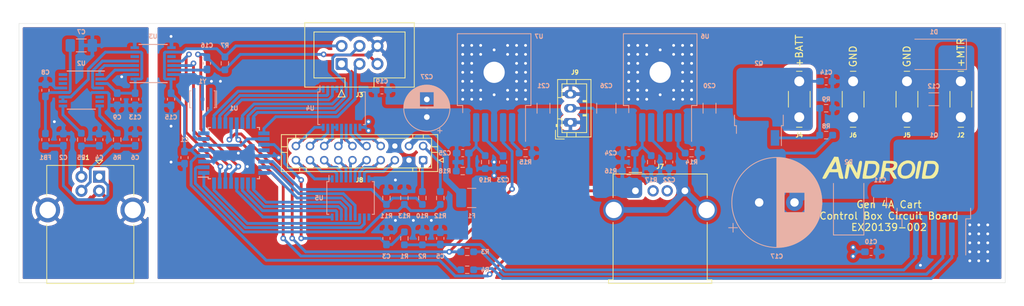
<source format=kicad_pcb>
(kicad_pcb (version 20171130) (host pcbnew "(5.1.7)-1")

  (general
    (thickness 1.6)
    (drawings 13)
    (tracks 664)
    (zones 0)
    (modules 69)
    (nets 72)
  )

  (page USLetter)
  (title_block
    (title "Gen 4A Cart Control Box Circuit Board")
    (date 2020-11-18)
    (rev 0)
    (company "Android Industries")
    (comment 1 "Part Number: EX20139-002")
    (comment 2 "Designer: CMB")
    (comment 3 "Draft 8")
  )

  (layers
    (0 F.Cu signal)
    (31 B.Cu signal)
    (32 B.Adhes user)
    (33 F.Adhes user)
    (34 B.Paste user)
    (35 F.Paste user)
    (36 B.SilkS user)
    (37 F.SilkS user)
    (38 B.Mask user)
    (39 F.Mask user)
    (40 Dwgs.User user)
    (41 Cmts.User user)
    (42 Eco1.User user)
    (43 Eco2.User user)
    (44 Edge.Cuts user)
    (45 Margin user)
    (46 B.CrtYd user)
    (47 F.CrtYd user)
    (48 B.Fab user hide)
    (49 F.Fab user hide)
  )

  (setup
    (last_trace_width 0.4)
    (user_trace_width 0.8)
    (trace_clearance 0.2)
    (zone_clearance 0.508)
    (zone_45_only no)
    (trace_min 0.2)
    (via_size 0.8)
    (via_drill 0.4)
    (via_min_size 0.4)
    (via_min_drill 0.3)
    (uvia_size 0.3)
    (uvia_drill 0.1)
    (uvias_allowed no)
    (uvia_min_size 0.2)
    (uvia_min_drill 0.1)
    (edge_width 0.05)
    (segment_width 0.2)
    (pcb_text_width 0.3)
    (pcb_text_size 1.5 1.5)
    (mod_edge_width 0.12)
    (mod_text_size 0.6 0.6)
    (mod_text_width 0.15)
    (pad_size 1.524 1.524)
    (pad_drill 0.762)
    (pad_to_mask_clearance 0.051)
    (solder_mask_min_width 0.25)
    (aux_axis_origin 0 0)
    (visible_elements 7FFFFF7F)
    (pcbplotparams
      (layerselection 0x010fc_ffffffff)
      (usegerberextensions false)
      (usegerberattributes false)
      (usegerberadvancedattributes false)
      (creategerberjobfile false)
      (excludeedgelayer true)
      (linewidth 0.100000)
      (plotframeref false)
      (viasonmask false)
      (mode 1)
      (useauxorigin false)
      (hpglpennumber 1)
      (hpglpenspeed 20)
      (hpglpendiameter 15.000000)
      (psnegative false)
      (psa4output false)
      (plotreference true)
      (plotvalue true)
      (plotinvisibletext false)
      (padsonsilk false)
      (subtractmaskfromsilk false)
      (outputformat 1)
      (mirror false)
      (drillshape 1)
      (scaleselection 1)
      (outputdirectory ""))
  )

  (net 0 "")
  (net 1 GND)
  (net 2 +5V)
  (net 3 /LV_RST)
  (net 4 +BATT)
  (net 5 /I_SENS)
  (net 6 +24V)
  (net 7 /LV_PWR_LT)
  (net 8 /LV_FLT_LT)
  (net 9 /LV_STAT_LT)
  (net 10 /LV_STRT)
  (net 11 /LV_EN)
  (net 12 /LV_PWM)
  (net 13 /V_SENS)
  (net 14 /LV_AC_SLW)
  (net 15 /LV_AC_STP)
  (net 16 /LV_F_BMP)
  (net 17 /LV_IR_RX)
  (net 18 /LV_SWP)
  (net 19 /LV_L_SIG)
  (net 20 /LV_R_SIG)
  (net 21 /LV_TX)
  (net 22 /LV_RX)
  (net 23 /LV_IR_TX)
  (net 24 /LV_SWP_RED_LT)
  (net 25 /LV_SWP_GRN_LT)
  (net 26 /LV_BRK)
  (net 27 GND1)
  (net 28 "Net-(Q1-Pad3)")
  (net 29 "Net-(Q1-Pad2)")
  (net 30 VCC)
  (net 31 "Net-(U2-Pad4)")
  (net 32 "Net-(U2-Pad2)")
  (net 33 "Net-(U2-Pad1)")
  (net 34 "Net-(C2-Pad1)")
  (net 35 "Net-(C4-Pad1)")
  (net 36 VBUS)
  (net 37 "Net-(C5-Pad1)")
  (net 38 "Net-(C6-Pad1)")
  (net 39 +VDC)
  (net 40 "Net-(C16-Pad2)")
  (net 41 "Net-(C22-Pad1)")
  (net 42 "Net-(C24-Pad2)")
  (net 43 "Net-(R5-Pad1)")
  (net 44 "Net-(R6-Pad2)")
  (net 45 /LV_B_BMP)
  (net 46 /+MTR)
  (net 47 "Net-(Q2-Pad1)")
  (net 48 "Net-(C23-Pad1)")
  (net 49 "Net-(C25-Pad2)")
  (net 50 "Net-(J8-Pad20)")
  (net 51 "Net-(J8-Pad18)")
  (net 52 "Net-(J8-Pad16)")
  (net 53 "Net-(J8-Pad14)")
  (net 54 "Net-(J8-Pad12)")
  (net 55 "Net-(J8-Pad10)")
  (net 56 "Net-(J8-Pad8)")
  (net 57 "Net-(J8-Pad2)")
  (net 58 "Net-(J8-Pad13)")
  (net 59 "Net-(J8-Pad11)")
  (net 60 "Net-(J8-Pad9)")
  (net 61 "Net-(J8-Pad7)")
  (net 62 "Net-(J8-Pad5)")
  (net 63 "Net-(J8-Pad1)")
  (net 64 "Net-(R14-Pad1)")
  (net 65 "Net-(R15-Pad1)")
  (net 66 "Net-(U1-Pad8)")
  (net 67 "Net-(U1-Pad7)")
  (net 68 "Net-(F1-Pad2)")
  (net 69 "Net-(J8-Pad19)")
  (net 70 "Net-(J8-Pad17)")
  (net 71 "Net-(J8-Pad15)")

  (net_class Default "This is the default net class."
    (clearance 0.2)
    (trace_width 0.4)
    (via_dia 0.8)
    (via_drill 0.4)
    (uvia_dia 0.3)
    (uvia_drill 0.1)
    (add_net +24V)
    (add_net +5V)
    (add_net +BATT)
    (add_net +VDC)
    (add_net /+MTR)
    (add_net /I_SENS)
    (add_net /LV_AC_SLW)
    (add_net /LV_AC_STP)
    (add_net /LV_BRK)
    (add_net /LV_B_BMP)
    (add_net /LV_EN)
    (add_net /LV_FLT_LT)
    (add_net /LV_F_BMP)
    (add_net /LV_IR_RX)
    (add_net /LV_IR_TX)
    (add_net /LV_L_SIG)
    (add_net /LV_PWM)
    (add_net /LV_PWR_LT)
    (add_net /LV_RST)
    (add_net /LV_RX)
    (add_net /LV_R_SIG)
    (add_net /LV_STAT_LT)
    (add_net /LV_STRT)
    (add_net /LV_SWP)
    (add_net /LV_SWP_GRN_LT)
    (add_net /LV_SWP_RED_LT)
    (add_net /LV_TX)
    (add_net /V_SENS)
    (add_net GND)
    (add_net GND1)
    (add_net "Net-(C16-Pad2)")
    (add_net "Net-(C2-Pad1)")
    (add_net "Net-(C22-Pad1)")
    (add_net "Net-(C23-Pad1)")
    (add_net "Net-(C24-Pad2)")
    (add_net "Net-(C25-Pad2)")
    (add_net "Net-(C4-Pad1)")
    (add_net "Net-(C5-Pad1)")
    (add_net "Net-(C6-Pad1)")
    (add_net "Net-(F1-Pad2)")
    (add_net "Net-(J8-Pad1)")
    (add_net "Net-(J8-Pad10)")
    (add_net "Net-(J8-Pad11)")
    (add_net "Net-(J8-Pad12)")
    (add_net "Net-(J8-Pad13)")
    (add_net "Net-(J8-Pad14)")
    (add_net "Net-(J8-Pad15)")
    (add_net "Net-(J8-Pad16)")
    (add_net "Net-(J8-Pad17)")
    (add_net "Net-(J8-Pad18)")
    (add_net "Net-(J8-Pad19)")
    (add_net "Net-(J8-Pad2)")
    (add_net "Net-(J8-Pad20)")
    (add_net "Net-(J8-Pad5)")
    (add_net "Net-(J8-Pad7)")
    (add_net "Net-(J8-Pad8)")
    (add_net "Net-(J8-Pad9)")
    (add_net "Net-(Q1-Pad2)")
    (add_net "Net-(Q1-Pad3)")
    (add_net "Net-(Q2-Pad1)")
    (add_net "Net-(R14-Pad1)")
    (add_net "Net-(R15-Pad1)")
    (add_net "Net-(R5-Pad1)")
    (add_net "Net-(R6-Pad2)")
    (add_net "Net-(U1-Pad7)")
    (add_net "Net-(U1-Pad8)")
    (add_net "Net-(U2-Pad1)")
    (add_net "Net-(U2-Pad2)")
    (add_net "Net-(U2-Pad4)")
    (add_net VBUS)
    (add_net VCC)
  )

  (module EX20139-002:Android-Logo locked (layer F.Cu) (tedit 5FB55F82) (tstamp 5FB60FCB)
    (at 193.04 110.49)
    (descr "Graphic Element")
    (attr virtual)
    (fp_text reference G*** (at 0 0) (layer F.SilkS) hide
      (effects (font (size 0.6 0.6) (thickness 0.15)))
    )
    (fp_text value LOGO (at 0.75 0) (layer F.SilkS) hide
      (effects (font (size 1.524 1.524) (thickness 0.3)))
    )
    (fp_poly (pts (xy 7.266437 0.399231) (xy 7.382391 0.466904) (xy 7.596787 0.515697) (xy 7.663432 0.52286)
      (xy 7.882744 0.555407) (xy 7.974145 0.621657) (xy 7.982484 0.719667) (xy 7.904537 1.169194)
      (xy 7.783287 1.468251) (xy 7.695806 1.574352) (xy 7.572867 1.718436) (xy 7.534512 1.812289)
      (xy 7.484752 1.925327) (xy 7.357385 2.118855) (xy 7.236805 2.278484) (xy 7.04264 2.566723)
      (xy 6.982911 2.771223) (xy 6.989333 2.80765) (xy 6.98899 2.93558) (xy 6.906702 2.965343)
      (xy 6.791882 2.905632) (xy 6.69394 2.765138) (xy 6.689927 2.754982) (xy 6.631863 2.547257)
      (xy 6.575028 2.258319) (xy 6.553243 2.113407) (xy 6.498533 1.832072) (xy 6.415525 1.67584)
      (xy 6.313574 1.610913) (xy 6.117478 1.498336) (xy 6.02516 1.41366) (xy 5.978962 1.321414)
      (xy 6.048145 1.251972) (xy 6.217144 1.187266) (xy 6.446186 1.063804) (xy 6.707782 0.852877)
      (xy 6.861176 0.695964) (xy 7.074796 0.477489) (xy 7.216983 0.38518) (xy 7.266437 0.399231)) (layer F.Mask) (width 0.01))
    (fp_poly (pts (xy 7.168445 2.737556) (xy 7.178578 2.838035) (xy 7.168445 2.850445) (xy 7.11811 2.838822)
      (xy 7.112 2.794) (xy 7.142978 2.72431) (xy 7.168445 2.737556)) (layer F.Mask) (width 0.01))
    (fp_poly (pts (xy 7.758116 -3.611478) (xy 7.953786 -3.509678) (xy 8.207133 -3.331608) (xy 8.489616 -3.101393)
      (xy 8.772696 -2.843156) (xy 9.027832 -2.581021) (xy 9.226484 -2.339113) (xy 9.308976 -2.209476)
      (xy 9.374414 -2.068719) (xy 9.34346 -2.039142) (xy 9.273775 -2.061553) (xy 9.167175 -2.069985)
      (xy 9.166876 -2.010891) (xy 9.269029 -1.927608) (xy 9.326601 -1.926047) (xy 9.434424 -1.861042)
      (xy 9.557269 -1.641068) (xy 9.612313 -1.502714) (xy 9.722153 -1.068082) (xy 9.768455 -0.571026)
      (xy 9.755994 -0.050689) (xy 9.689542 0.453786) (xy 9.57387 0.903255) (xy 9.413753 1.258574)
      (xy 9.251951 1.452787) (xy 9.153771 1.519808) (xy 9.157308 1.456292) (xy 9.179974 1.397)
      (xy 9.311741 0.999914) (xy 9.41577 0.561546) (xy 9.474596 0.161775) (xy 9.481662 0.01733)
      (xy 9.482667 -0.34634) (xy 9.192757 -0.291952) (xy 8.99302 -0.271436) (xy 8.870947 -0.332572)
      (xy 8.756081 -0.511902) (xy 8.751229 -0.520949) (xy 8.652866 -0.793143) (xy 8.612371 -1.156192)
      (xy 8.611448 -1.388515) (xy 8.598925 -1.801047) (xy 8.538429 -2.079653) (xy 8.48817 -2.178907)
      (xy 8.410362 -2.335723) (xy 8.747934 -2.335723) (xy 8.750598 -2.255145) (xy 8.78005 -2.112193)
      (xy 8.868734 -2.10777) (xy 8.918418 -2.131911) (xy 9.031007 -2.205) (xy 9.045418 -2.232151)
      (xy 8.963052 -2.291156) (xy 8.877598 -2.355385) (xy 8.77612 -2.411189) (xy 8.747934 -2.335723)
      (xy 8.410362 -2.335723) (xy 8.405759 -2.344999) (xy 8.439942 -2.437696) (xy 8.455343 -2.448335)
      (xy 8.482508 -2.528965) (xy 8.358447 -2.65476) (xy 8.332429 -2.673943) (xy 8.105118 -2.854519)
      (xy 7.926652 -3.026202) (xy 7.83014 -3.154614) (xy 7.827086 -3.198641) (xy 7.913626 -3.182325)
      (xy 8.056697 -3.098969) (xy 8.247902 -2.978864) (xy 8.32153 -2.960496) (xy 8.282126 -3.028297)
      (xy 8.134231 -3.166699) (xy 8.007373 -3.267975) (xy 7.802289 -3.435411) (xy 7.673621 -3.561816)
      (xy 7.648663 -3.612885) (xy 7.758116 -3.611478)) (layer F.Mask) (width 0.01))
    (fp_poly (pts (xy -7.170452 -1.989666) (xy -6.806361 -0.508) (xy -6.68941 -0.02952) (xy -6.587623 0.391778)
      (xy -6.507527 0.728478) (xy -6.45565 0.953164) (xy -6.438469 1.037167) (xy -6.503793 1.08956)
      (xy -6.662881 1.099791) (xy -6.846898 1.072981) (xy -6.987008 1.014253) (xy -7.007393 0.994834)
      (xy -7.074119 0.848615) (xy -7.136791 0.612178) (xy -7.152202 0.529167) (xy -7.211551 0.169334)
      (xy -8.424333 0.169926) (xy -8.675363 0.635296) (xy -8.830289 0.899687) (xy -8.955185 1.041899)
      (xy -9.085319 1.095994) (xy -9.1572 1.100667) (xy -9.341565 1.078563) (xy -9.429564 1.033425)
      (xy -9.40179 0.943043) (xy -9.30028 0.72951) (xy -9.137018 0.415708) (xy -8.92399 0.024519)
      (xy -8.744255 -0.294875) (xy -8.128 -0.294875) (xy -8.052259 -0.270489) (xy -7.860646 -0.255868)
      (xy -7.747 -0.254) (xy -7.492855 -0.271687) (xy -7.37873 -0.330371) (xy -7.366 -0.376832)
      (xy -7.382989 -0.526398) (xy -7.426388 -0.773206) (xy -7.459622 -0.936209) (xy -7.553244 -1.372753)
      (xy -7.840622 -0.854252) (xy -7.983117 -0.591741) (xy -8.085933 -0.392) (xy -8.12788 -0.296277)
      (xy -8.128 -0.294875) (xy -8.744255 -0.294875) (xy -8.67318 -0.421177) (xy -8.609061 -0.533077)
      (xy -7.747 -2.032336) (xy -7.170452 -1.989666)) (layer F.SilkS) (width 0.01))
    (fp_poly (pts (xy -3.910389 -1.427985) (xy -3.845516 -1.377825) (xy -3.818052 -1.264679) (xy -3.827355 -1.064373)
      (xy -3.87278 -0.752732) (xy -3.953682 -0.305582) (xy -3.979462 -0.169333) (xy -4.071611 0.314711)
      (xy -4.139962 0.657083) (xy -4.193376 0.882262) (xy -4.240713 1.01473) (xy -4.290835 1.078967)
      (xy -4.352602 1.099455) (xy -4.434877 1.100673) (xy -4.439154 1.100667) (xy -4.537758 1.079976)
      (xy -4.63662 1.001652) (xy -4.753745 0.841316) (xy -4.907139 0.574591) (xy -5.10017 0.205701)
      (xy -5.558592 -0.689265) (xy -5.711994 0.205701) (xy -5.78227 0.60184) (xy -5.838018 0.860003)
      (xy -5.890819 1.009522) (xy -5.952255 1.07973) (xy -6.033907 1.099958) (xy -6.065364 1.100667)
      (xy -6.21252 1.068096) (xy -6.260262 0.93734) (xy -6.261379 0.867834) (xy -6.244749 0.694675)
      (xy -6.202474 0.39758) (xy -6.141032 0.018869) (xy -6.070246 -0.381) (xy -5.990224 -0.806841)
      (xy -5.928518 -1.094243) (xy -5.873842 -1.271492) (xy -5.81491 -1.366874) (xy -5.740435 -1.408675)
      (xy -5.654295 -1.423459) (xy -5.550416 -1.42419) (xy -5.460176 -1.382678) (xy -5.363853 -1.27406)
      (xy -5.241728 -1.073472) (xy -5.074077 -0.756048) (xy -4.982749 -0.576793) (xy -4.539976 0.296334)
      (xy -4.378306 -0.5715) (xy -4.303388 -0.960133) (xy -4.244366 -1.211512) (xy -4.188755 -1.35532)
      (xy -4.124072 -1.42124) (xy -4.037832 -1.438956) (xy -4.013318 -1.439333) (xy -3.910389 -1.427985)) (layer F.SilkS) (width 0.01))
    (fp_poly (pts (xy -2.234878 -1.43605) (xy -1.996636 -1.418792) (xy -1.838281 -1.376443) (xy -1.715101 -1.297889)
      (xy -1.602154 -1.191846) (xy -1.45096 -1.013966) (xy -1.377701 -0.829092) (xy -1.356705 -0.564219)
      (xy -1.356526 -0.493346) (xy -1.422049 0.015424) (xy -1.603044 0.457842) (xy -1.882696 0.796031)
      (xy -1.953263 0.85089) (xy -2.13135 0.95558) (xy -2.340636 1.022636) (xy -2.629797 1.063294)
      (xy -2.968059 1.085174) (xy -3.303418 1.093096) (xy -3.569482 1.084158) (xy -3.724837 1.060388)
      (xy -3.746819 1.046994) (xy -3.747724 0.941645) (xy -3.720644 0.701703) (xy -3.703205 0.583636)
      (xy -3.217333 0.583636) (xy -3.140389 0.642686) (xy -2.938908 0.674605) (xy -2.842829 0.677334)
      (xy -2.509126 0.634353) (xy -2.242016 0.486431) (xy -2.218178 0.466848) (xy -2.022813 0.230827)
      (xy -1.887596 -0.070891) (xy -1.820441 -0.391209) (xy -1.82926 -0.683031) (xy -1.921967 -0.89926)
      (xy -1.979911 -0.951203) (xy -2.114313 -0.987318) (xy -2.352324 -1.010403) (xy -2.508076 -1.014703)
      (xy -2.941818 -1.016) (xy -3.079576 -0.263031) (xy -3.140869 0.081837) (xy -3.188137 0.366542)
      (xy -3.214316 0.547655) (xy -3.217333 0.583636) (xy -3.703205 0.583636) (xy -3.669992 0.358782)
      (xy -3.600182 -0.055507) (xy -3.56812 -0.232833) (xy -3.345796 -1.439333) (xy -2.597718 -1.439333)
      (xy -2.234878 -1.43605)) (layer F.SilkS) (width 0.01))
    (fp_poly (pts (xy 0.48947 -1.424994) (xy 0.820498 -1.373428) (xy 1.030952 -1.271812) (xy 1.144327 -1.107324)
      (xy 1.184119 -0.867142) (xy 1.185334 -0.80029) (xy 1.126921 -0.546287) (xy 0.97989 -0.306923)
      (xy 0.786548 -0.136005) (xy 0.622637 -0.084666) (xy 0.519063 -0.032815) (xy 0.535654 0.074543)
      (xy 0.595816 0.128946) (xy 0.666536 0.22089) (xy 0.780435 0.411753) (xy 0.908526 0.64727)
      (xy 1.021827 0.873174) (xy 1.091353 1.035196) (xy 1.100667 1.074179) (xy 1.027028 1.092928)
      (xy 0.851337 1.100667) (xy 0.709441 1.083104) (xy 0.594559 1.008535) (xy 0.473874 0.844141)
      (xy 0.322171 0.5715) (xy 0.167023 0.291643) (xy 0.047491 0.129696) (xy -0.07358 0.050671)
      (xy -0.233345 0.01958) (xy -0.267157 0.016533) (xy -0.449027 0.008632) (xy -0.551313 0.050283)
      (xy -0.612962 0.180838) (xy -0.669324 0.422867) (xy -0.722645 0.694013) (xy -0.756148 0.907697)
      (xy -0.762 0.977834) (xy -0.831463 1.062169) (xy -0.985869 1.102051) (xy -1.144242 1.086864)
      (xy -1.214482 1.037167) (xy -1.214094 0.935392) (xy -1.186507 0.698587) (xy -1.13613 0.358077)
      (xy -1.067369 -0.054809) (xy -1.035773 -0.232833) (xy -0.985898 -0.509054) (xy -0.494276 -0.509054)
      (xy -0.451925 -0.452028) (xy -0.314331 -0.428284) (xy -0.046177 -0.423349) (xy -0.011826 -0.423333)
      (xy 0.283904 -0.431309) (xy 0.462546 -0.46661) (xy 0.57603 -0.546301) (xy 0.645634 -0.639347)
      (xy 0.727721 -0.819919) (xy 0.687004 -0.945497) (xy 0.509369 -1.027299) (xy 0.1807 -1.076546)
      (xy 0.085927 -1.084182) (xy -0.197607 -1.09906) (xy -0.35145 -1.085325) (xy -0.414122 -1.033805)
      (xy -0.424489 -0.962676) (xy -0.447645 -0.749376) (xy -0.476697 -0.613833) (xy -0.494276 -0.509054)
      (xy -0.985898 -0.509054) (xy -0.817923 -1.439333) (xy 0.014372 -1.439333) (xy 0.48947 -1.424994)) (layer F.SilkS) (width 0.01))
    (fp_poly (pts (xy 3.172096 -1.40367) (xy 3.454958 -1.202383) (xy 3.637345 -0.900511) (xy 3.720083 -0.533161)
      (xy 3.703998 -0.135439) (xy 3.589914 0.257547) (xy 3.378659 0.610692) (xy 3.118954 0.856431)
      (xy 2.78566 1.013724) (xy 2.387794 1.08563) (xy 1.991461 1.068133) (xy 1.662761 0.957218)
      (xy 1.644253 0.946016) (xy 1.380257 0.689692) (xy 1.234406 0.3523) (xy 1.21122 0.08865)
      (xy 1.697475 0.08865) (xy 1.736266 0.374209) (xy 1.826381 0.544286) (xy 2.048464 0.659885)
      (xy 2.343757 0.68222) (xy 2.647673 0.616443) (xy 2.895624 0.467704) (xy 2.905341 0.458235)
      (xy 3.108484 0.179811) (xy 3.234725 -0.146127) (xy 3.279797 -0.476092) (xy 3.239431 -0.766594)
      (xy 3.109361 -0.974147) (xy 3.049923 -1.014971) (xy 2.729136 -1.098322) (xy 2.39043 -1.043637)
      (xy 2.081093 -0.869154) (xy 1.848411 -0.593112) (xy 1.821702 -0.541258) (xy 1.725866 -0.236952)
      (xy 1.697475 0.08865) (xy 1.21122 0.08865) (xy 1.200593 -0.032186) (xy 1.27271 -0.429795)
      (xy 1.444648 -0.806552) (xy 1.710299 -1.128483) (xy 2.058767 -1.359454) (xy 2.478849 -1.497843)
      (xy 2.860891 -1.498495) (xy 3.172096 -1.40367)) (layer F.SilkS) (width 0.01))
    (fp_poly (pts (xy 4.512097 -1.403295) (xy 4.572 -1.293101) (xy 4.556063 -1.142216) (xy 4.513991 -0.878825)
      (xy 4.454398 -0.55615) (xy 4.445278 -0.509934) (xy 4.367144 -0.112963) (xy 4.287423 0.298841)
      (xy 4.227609 0.613834) (xy 4.168496 0.889217) (xy 4.107058 1.035858) (xy 4.019404 1.092965)
      (xy 3.930997 1.100667) (xy 3.763467 1.053965) (xy 3.72621 0.9525) (xy 3.74123 0.807602)
      (xy 3.780598 0.538729) (xy 3.837001 0.188257) (xy 3.903124 -0.201442) (xy 3.971653 -0.587996)
      (xy 4.035273 -0.92903) (xy 4.08667 -1.182172) (xy 4.113511 -1.291166) (xy 4.212853 -1.404608)
      (xy 4.369062 -1.442083) (xy 4.512097 -1.403295)) (layer F.SilkS) (width 0.01))
    (fp_poly (pts (xy 6.170064 -1.435616) (xy 6.401933 -1.416537) (xy 6.557183 -1.370207) (xy 6.682155 -1.284738)
      (xy 6.779846 -1.191846) (xy 6.940395 -0.997305) (xy 7.012323 -0.789277) (xy 7.026861 -0.535679)
      (xy 6.983179 -0.017604) (xy 6.844259 0.390606) (xy 6.596259 0.727569) (xy 6.561798 0.761873)
      (xy 6.414976 0.896695) (xy 6.282024 0.983219) (xy 6.118773 1.034433) (xy 5.881049 1.063323)
      (xy 5.524681 1.082875) (xy 5.460304 1.085716) (xy 5.088033 1.100558) (xy 4.853275 1.101234)
      (xy 4.724383 1.08122) (xy 4.669707 1.033996) (xy 4.657601 0.953037) (xy 4.657543 0.920266)
      (xy 4.673058 0.746091) (xy 4.696269 0.578804) (xy 5.164667 0.578804) (xy 5.243566 0.643401)
      (xy 5.461043 0.67525) (xy 5.554134 0.677334) (xy 5.831253 0.654902) (xy 6.03589 0.562546)
      (xy 6.22387 0.397063) (xy 6.432751 0.105554) (xy 6.559915 -0.239968) (xy 6.591097 -0.580935)
      (xy 6.524516 -0.836983) (xy 6.441272 -0.941368) (xy 6.303172 -0.995751) (xy 6.06203 -1.014893)
      (xy 5.940104 -1.016) (xy 5.451499 -1.016) (xy 5.308083 -0.267863) (xy 5.244088 0.076387)
      (xy 5.194811 0.3613) (xy 5.167677 0.543032) (xy 5.164667 0.578804) (xy 4.696269 0.578804)
      (xy 4.713619 0.453763) (xy 4.771567 0.087426) (xy 4.839242 -0.308778) (xy 4.908983 -0.690704)
      (xy 4.973133 -1.014208) (xy 5.024031 -1.235146) (xy 5.04126 -1.291166) (xy 5.094564 -1.364986)
      (xy 5.208115 -1.409851) (xy 5.416566 -1.432393) (xy 5.75457 -1.439248) (xy 5.815238 -1.439333)
      (xy 6.170064 -1.435616)) (layer F.SilkS) (width 0.01))
    (fp_poly (pts (xy 7.415114 -1.060842) (xy 7.408334 -1.016) (xy 7.335913 -0.935317) (xy 7.323667 -0.931333)
      (xy 7.256353 -0.990385) (xy 7.239 -1.016) (xy 7.259106 -1.087729) (xy 7.323667 -1.100666)
      (xy 7.415114 -1.060842)) (layer F.Mask) (width 0.01))
    (fp_poly (pts (xy 6.285118 -3.921726) (xy 6.511653 -3.880443) (xy 6.650348 -3.799384) (xy 6.655195 -3.794648)
      (xy 6.734078 -3.696655) (xy 6.724763 -3.604422) (xy 6.612262 -3.467712) (xy 6.533963 -3.388271)
      (xy 6.329907 -3.222375) (xy 6.154723 -3.1923) (xy 5.96678 -3.302353) (xy 5.806764 -3.463491)
      (xy 5.627334 -3.5833) (xy 5.405002 -3.63808) (xy 5.208327 -3.618804) (xy 5.12098 -3.553809)
      (xy 5.153793 -3.471546) (xy 5.304854 -3.384706) (xy 5.331972 -3.374687) (xy 5.521837 -3.26208)
      (xy 5.571488 -3.133774) (xy 5.482332 -3.031663) (xy 5.319291 -2.997226) (xy 5.160227 -3.016111)
      (xy 5.138687 -3.101299) (xy 5.143366 -3.114612) (xy 5.140495 -3.204894) (xy 5.072325 -3.198607)
      (xy 4.974109 -3.090387) (xy 4.964759 -3.017721) (xy 4.907453 -2.900037) (xy 4.819572 -2.878666)
      (xy 4.656098 -2.810694) (xy 4.574979 -2.714899) (xy 4.49788 -2.541993) (xy 4.526863 -2.468968)
      (xy 4.6463 -2.455333) (xy 4.830406 -2.393851) (xy 4.917479 -2.320125) (xy 5.011276 -2.2321)
      (xy 5.068801 -2.290824) (xy 5.089136 -2.341291) (xy 5.119215 -2.551312) (xy 5.105111 -2.688166)
      (xy 5.103326 -2.83499) (xy 5.215121 -2.878339) (xy 5.235158 -2.878666) (xy 5.399879 -2.843448)
      (xy 5.458715 -2.797698) (xy 5.569898 -2.751022) (xy 5.654212 -2.763351) (xy 5.745047 -2.783229)
      (xy 5.6865 -2.729297) (xy 5.682986 -2.726786) (xy 5.611261 -2.609472) (xy 5.624483 -2.549466)
      (xy 5.633817 -2.464451) (xy 5.607108 -2.455333) (xy 5.553523 -2.424027) (xy 5.521322 -2.3069)
      (xy 5.503255 -2.069143) (xy 5.498387 -1.933305) (xy 5.476603 -1.793671) (xy 5.392293 -1.715734)
      (xy 5.200719 -1.668655) (xy 5.091007 -1.652514) (xy 4.837851 -1.622926) (xy 4.654321 -1.610938)
      (xy 4.61004 -1.613068) (xy 4.474246 -1.621191) (xy 4.263679 -1.618693) (xy 4.059958 -1.578665)
      (xy 3.961139 -1.45244) (xy 3.944566 -1.397) (xy 3.894403 -1.249656) (xy 3.821314 -1.204948)
      (xy 3.692911 -1.267243) (xy 3.476805 -1.440909) (xy 3.450163 -1.463679) (xy 3.262881 -1.656282)
      (xy 3.147434 -1.836843) (xy 3.12997 -1.905) (xy 3.121051 -2.02256) (xy 3.074837 -2.001861)
      (xy 3.002974 -1.909984) (xy 2.907497 -1.816607) (xy 2.878667 -1.860239) (xy 2.925082 -2.011588)
      (xy 3.042122 -2.227347) (xy 3.196477 -2.459317) (xy 3.354834 -2.659299) (xy 3.483886 -2.779093)
      (xy 3.523989 -2.794) (xy 3.652255 -2.850271) (xy 3.835967 -2.992182) (xy 3.917329 -3.069166)
      (xy 4.046191 -3.175) (xy 4.402667 -3.175) (xy 4.445 -3.132666) (xy 4.487334 -3.175)
      (xy 4.445 -3.217333) (xy 4.656667 -3.217333) (xy 4.687645 -3.147643) (xy 4.713111 -3.160889)
      (xy 4.723244 -3.261368) (xy 4.713111 -3.273778) (xy 4.662777 -3.262155) (xy 4.656667 -3.217333)
      (xy 4.445 -3.217333) (xy 4.402667 -3.175) (xy 4.046191 -3.175) (xy 4.134012 -3.247126)
      (xy 4.439657 -3.449783) (xy 4.76832 -3.633437) (xy 4.770208 -3.634384) (xy 5.124862 -3.797327)
      (xy 5.418736 -3.887357) (xy 5.732264 -3.925009) (xy 5.930909 -3.930717) (xy 6.285118 -3.921726)) (layer F.Mask) (width 0.01))
    (fp_poly (pts (xy 7.258403 -3.437819) (xy 7.233152 -3.399337) (xy 7.147278 -3.393351) (xy 7.056936 -3.414028)
      (xy 7.096125 -3.444503) (xy 7.228449 -3.454597) (xy 7.258403 -3.437819)) (layer F.Mask) (width 0.01))
    (fp_poly (pts (xy 6.156667 0.117993) (xy 6.176742 0.199794) (xy 6.092439 0.3028) (xy 5.92729 0.399744)
      (xy 5.704831 0.463359) (xy 5.67864 0.467054) (xy 5.498867 0.467281) (xy 5.418918 0.422833)
      (xy 5.418667 0.419311) (xy 5.489205 0.352586) (xy 5.578942 0.338667) (xy 5.736695 0.279737)
      (xy 5.787951 0.211667) (xy 5.9028 0.107082) (xy 6.008676 0.084667) (xy 6.156667 0.117993)) (layer F.Mask) (width 0.01))
    (fp_poly (pts (xy 5.988403 -0.305153) (xy 5.963152 -0.266671) (xy 5.877278 -0.260684) (xy 5.786936 -0.281361)
      (xy 5.826125 -0.311837) (xy 5.958449 -0.32193) (xy 5.988403 -0.305153)) (layer F.Mask) (width 0.01))
  )

  (module EX20139-002:LMZ14203HTZX-NOPB (layer B.Cu) (tedit 5FB56145) (tstamp 5FB07AF7)
    (at 137.16 96.52 180)
    (descr "Voltage Regulator")
    (path /600AE32B)
    (zone_connect 2)
    (attr smd)
    (fp_text reference U7 (at -6.35 5.08 180) (layer B.SilkS)
      (effects (font (size 0.6 0.6) (thickness 0.15)) (justify mirror))
    )
    (fp_text value LMZ14203H (at 0 -11.43 180) (layer B.Fab)
      (effects (font (size 1 1) (thickness 0.15)) (justify mirror))
    )
    (fp_line (start -5.08 -4.57) (end 5.08 -4.57) (layer B.Fab) (width 0.12))
    (fp_line (start 5.08 -4.57) (end 5.08 5.28) (layer B.Fab) (width 0.12))
    (fp_line (start 5.08 5.28) (end -5.08 5.28) (layer B.Fab) (width 0.12))
    (fp_line (start -5.08 5.28) (end -5.08 -4.57) (layer B.Fab) (width 0.12))
    (fp_line (start -4.155 -4.57) (end -4.155 -8.49) (layer B.Fab) (width 0.12))
    (fp_line (start -4.155 -8.49) (end -3.465 -8.49) (layer B.Fab) (width 0.12))
    (fp_line (start -3.465 -8.49) (end -3.465 -4.57) (layer B.Fab) (width 0.12))
    (fp_line (start -2.885 -8.49) (end -2.195 -8.49) (layer B.Fab) (width 0.12))
    (fp_line (start -1.615 -8.49) (end -0.925 -8.49) (layer B.Fab) (width 0.12))
    (fp_line (start -0.345 -8.49) (end 0.345 -8.49) (layer B.Fab) (width 0.12))
    (fp_line (start 0.925 -8.49) (end 1.615 -8.49) (layer B.Fab) (width 0.12))
    (fp_line (start 2.195 -8.49) (end 2.885 -8.49) (layer B.Fab) (width 0.12))
    (fp_line (start 3.465 -8.49) (end 4.155 -8.49) (layer B.Fab) (width 0.12))
    (fp_line (start -2.195 -8.49) (end -2.195 -4.57) (layer B.Fab) (width 0.12))
    (fp_line (start -0.925 -8.49) (end -0.925 -4.57) (layer B.Fab) (width 0.12))
    (fp_line (start 0.345 -8.49) (end 0.345 -4.57) (layer B.Fab) (width 0.12))
    (fp_line (start 1.615 -8.49) (end 1.615 -4.57) (layer B.Fab) (width 0.12))
    (fp_line (start 2.885 -8.49) (end 2.885 -4.57) (layer B.Fab) (width 0.12))
    (fp_line (start 4.155 -8.49) (end 4.155 -4.57) (layer B.Fab) (width 0.12))
    (fp_line (start -2.885 -4.57) (end -2.885 -8.49) (layer B.Fab) (width 0.12))
    (fp_line (start -1.615 -4.57) (end -1.615 -8.49) (layer B.Fab) (width 0.12))
    (fp_line (start -0.345 -4.57) (end -0.345 -8.49) (layer B.Fab) (width 0.12))
    (fp_line (start 0.925 -4.57) (end 0.925 -8.49) (layer B.Fab) (width 0.12))
    (fp_line (start 2.195 -4.57) (end 2.195 -8.49) (layer B.Fab) (width 0.12))
    (fp_line (start 3.465 -4.57) (end 3.465 -8.49) (layer B.Fab) (width 0.12))
    (fp_line (start -5.207 5.461) (end 5.207 5.461) (layer B.SilkS) (width 0.12))
    (fp_line (start 5.207 5.461) (end 5.207 -4.699) (layer B.SilkS) (width 0.12))
    (fp_line (start 5.207 -4.699) (end 4.445 -4.699) (layer B.SilkS) (width 0.12))
    (fp_line (start 4.445 -4.699) (end 4.445 -5.715) (layer B.SilkS) (width 0.12))
    (fp_line (start -4.445 -9.779) (end -4.445 -4.699) (layer B.SilkS) (width 0.12))
    (fp_line (start -4.445 -4.699) (end -5.207 -4.699) (layer B.SilkS) (width 0.12))
    (fp_line (start -5.207 -4.699) (end -5.207 5.461) (layer B.SilkS) (width 0.12))
    (fp_line (start -4.699 -4.953) (end -4.699 -10.033) (layer B.CrtYd) (width 0.12))
    (fp_line (start -4.699 -10.033) (end 4.699 -10.033) (layer B.CrtYd) (width 0.12))
    (fp_line (start 4.699 -10.033) (end 4.699 -4.953) (layer B.CrtYd) (width 0.12))
    (fp_line (start 4.699 -4.953) (end 5.461 -4.953) (layer B.CrtYd) (width 0.12))
    (fp_line (start 5.461 -4.953) (end 5.461 5.715) (layer B.CrtYd) (width 0.12))
    (fp_line (start 5.461 5.715) (end -5.461 5.715) (layer B.CrtYd) (width 0.12))
    (fp_line (start -5.461 5.715) (end -5.461 -4.953) (layer B.CrtYd) (width 0.12))
    (fp_line (start -5.461 -4.953) (end -4.699 -4.953) (layer B.CrtYd) (width 0.12))
    (pad 4 thru_hole circle (at -1.905 3.81 180) (size 0.8 0.8) (drill 0.4) (layers *.Cu *.Mask)
      (net 1 GND) (zone_connect 2))
    (pad 4 thru_hole circle (at -1.905 2.54 180) (size 0.8 0.8) (drill 0.4) (layers *.Cu *.Mask)
      (net 1 GND) (zone_connect 2))
    (pad 4 thru_hole circle (at 0 3.175 180) (size 0.8 0.8) (drill 0.4) (layers *.Cu *.Mask)
      (net 1 GND) (zone_connect 2))
    (pad 4 thru_hole circle (at 1.905 2.54 180) (size 0.8 0.8) (drill 0.4) (layers *.Cu *.Mask)
      (net 1 GND) (zone_connect 2))
    (pad 4 thru_hole circle (at 1.905 3.81 180) (size 0.8 0.8) (drill 0.4) (layers *.Cu *.Mask)
      (net 1 GND) (zone_connect 2))
    (pad 4 thru_hole circle (at 1.905 -2.54 180) (size 0.8 0.8) (drill 0.4) (layers *.Cu *.Mask)
      (net 1 GND) (zone_connect 2))
    (pad 4 thru_hole circle (at -1.905 -2.54 180) (size 0.8 0.8) (drill 0.4) (layers *.Cu *.Mask)
      (net 1 GND) (zone_connect 2))
    (pad 4 thru_hole circle (at -1.905 -3.81 180) (size 0.8 0.8) (drill 0.4) (layers *.Cu *.Mask)
      (net 1 GND) (zone_connect 2))
    (pad 4 thru_hole circle (at 0 -3.175 180) (size 0.8 0.8) (drill 0.4) (layers *.Cu *.Mask)
      (net 1 GND) (zone_connect 2))
    (pad 4 thru_hole circle (at 1.905 -3.81 180) (size 0.8 0.8) (drill 0.4) (layers *.Cu *.Mask)
      (net 1 GND) (zone_connect 2))
    (pad 1 smd roundrect (at -3.81 -7.305 180) (size 0.89 4.06) (drill (offset 0 -0.5)) (layers B.Cu B.Paste B.Mask) (roundrect_rratio 0.25)
      (net 39 +VDC) (zone_connect 2))
    (pad 2 smd roundrect (at -2.54 -7.305 180) (size 0.89 4.06) (drill (offset 0 -0.5)) (layers B.Cu B.Paste B.Mask) (roundrect_rratio 0.25)
      (net 65 "Net-(R15-Pad1)") (zone_connect 2))
    (pad 3 smd roundrect (at -1.27 -7.305 180) (size 0.89 4.06) (drill (offset 0 -0.5)) (layers B.Cu B.Paste B.Mask) (roundrect_rratio 0.25)
      (net 11 /LV_EN) (zone_connect 2))
    (pad 4 smd roundrect (at 0 -7.305 180) (size 0.89 4.06) (drill (offset 0 -0.5)) (layers B.Cu B.Paste B.Mask) (roundrect_rratio 0.25)
      (net 1 GND) (zone_connect 2))
    (pad 5 smd roundrect (at 1.27 -7.305 180) (size 0.89 4.06) (drill (offset 0 -0.5)) (layers B.Cu B.Paste B.Mask) (roundrect_rratio 0.25)
      (net 48 "Net-(C23-Pad1)") (zone_connect 2))
    (pad 6 smd roundrect (at 2.54 -7.305 180) (size 0.89 4.06) (drill (offset 0 -0.5)) (layers B.Cu B.Paste B.Mask) (roundrect_rratio 0.25)
      (net 49 "Net-(C25-Pad2)") (zone_connect 2))
    (pad 7 smd roundrect (at 3.81 -7.305 180) (size 0.89 4.06) (drill (offset 0 -0.5)) (layers B.Cu B.Paste B.Mask) (roundrect_rratio 0.25)
      (net 6 +24V) (zone_connect 2))
    (pad 4 smd roundrect (at 0 0 180) (size 5.35 8.54) (layers B.Cu B.Paste B.Mask) (roundrect_rratio 0.042)
      (net 1 GND) (zone_connect 2))
    (pad 4 thru_hole circle (at 0 0 180) (size 5.35 5.35) (drill 3) (layers *.Cu *.Mask)
      (net 1 GND) (zone_connect 2))
    (model "3D Models/NDW0007A.stp"
      (offset (xyz 0 0.4 0.65))
      (scale (xyz 1 1 1))
      (rotate (xyz -90 0 0))
    )
  )

  (module EX20139-002:LMZ14203HTZX-NOPB (layer B.Cu) (tedit 5FB56145) (tstamp 5FB4A2C7)
    (at 160.655 96.52 180)
    (descr "Voltage Regulator")
    (path /600AE2C8)
    (zone_connect 2)
    (attr smd)
    (fp_text reference U6 (at -6.35 5.08 180) (layer B.SilkS)
      (effects (font (size 0.6 0.6) (thickness 0.15)) (justify mirror))
    )
    (fp_text value LMZ14203H (at 0 -11.43 180) (layer B.Fab)
      (effects (font (size 1 1) (thickness 0.15)) (justify mirror))
    )
    (fp_line (start -5.08 -4.57) (end 5.08 -4.57) (layer B.Fab) (width 0.12))
    (fp_line (start 5.08 -4.57) (end 5.08 5.28) (layer B.Fab) (width 0.12))
    (fp_line (start 5.08 5.28) (end -5.08 5.28) (layer B.Fab) (width 0.12))
    (fp_line (start -5.08 5.28) (end -5.08 -4.57) (layer B.Fab) (width 0.12))
    (fp_line (start -4.155 -4.57) (end -4.155 -8.49) (layer B.Fab) (width 0.12))
    (fp_line (start -4.155 -8.49) (end -3.465 -8.49) (layer B.Fab) (width 0.12))
    (fp_line (start -3.465 -8.49) (end -3.465 -4.57) (layer B.Fab) (width 0.12))
    (fp_line (start -2.885 -8.49) (end -2.195 -8.49) (layer B.Fab) (width 0.12))
    (fp_line (start -1.615 -8.49) (end -0.925 -8.49) (layer B.Fab) (width 0.12))
    (fp_line (start -0.345 -8.49) (end 0.345 -8.49) (layer B.Fab) (width 0.12))
    (fp_line (start 0.925 -8.49) (end 1.615 -8.49) (layer B.Fab) (width 0.12))
    (fp_line (start 2.195 -8.49) (end 2.885 -8.49) (layer B.Fab) (width 0.12))
    (fp_line (start 3.465 -8.49) (end 4.155 -8.49) (layer B.Fab) (width 0.12))
    (fp_line (start -2.195 -8.49) (end -2.195 -4.57) (layer B.Fab) (width 0.12))
    (fp_line (start -0.925 -8.49) (end -0.925 -4.57) (layer B.Fab) (width 0.12))
    (fp_line (start 0.345 -8.49) (end 0.345 -4.57) (layer B.Fab) (width 0.12))
    (fp_line (start 1.615 -8.49) (end 1.615 -4.57) (layer B.Fab) (width 0.12))
    (fp_line (start 2.885 -8.49) (end 2.885 -4.57) (layer B.Fab) (width 0.12))
    (fp_line (start 4.155 -8.49) (end 4.155 -4.57) (layer B.Fab) (width 0.12))
    (fp_line (start -2.885 -4.57) (end -2.885 -8.49) (layer B.Fab) (width 0.12))
    (fp_line (start -1.615 -4.57) (end -1.615 -8.49) (layer B.Fab) (width 0.12))
    (fp_line (start -0.345 -4.57) (end -0.345 -8.49) (layer B.Fab) (width 0.12))
    (fp_line (start 0.925 -4.57) (end 0.925 -8.49) (layer B.Fab) (width 0.12))
    (fp_line (start 2.195 -4.57) (end 2.195 -8.49) (layer B.Fab) (width 0.12))
    (fp_line (start 3.465 -4.57) (end 3.465 -8.49) (layer B.Fab) (width 0.12))
    (fp_line (start -5.207 5.461) (end 5.207 5.461) (layer B.SilkS) (width 0.12))
    (fp_line (start 5.207 5.461) (end 5.207 -4.699) (layer B.SilkS) (width 0.12))
    (fp_line (start 5.207 -4.699) (end 4.445 -4.699) (layer B.SilkS) (width 0.12))
    (fp_line (start 4.445 -4.699) (end 4.445 -5.715) (layer B.SilkS) (width 0.12))
    (fp_line (start -4.445 -9.779) (end -4.445 -4.699) (layer B.SilkS) (width 0.12))
    (fp_line (start -4.445 -4.699) (end -5.207 -4.699) (layer B.SilkS) (width 0.12))
    (fp_line (start -5.207 -4.699) (end -5.207 5.461) (layer B.SilkS) (width 0.12))
    (fp_line (start -4.699 -4.953) (end -4.699 -10.033) (layer B.CrtYd) (width 0.12))
    (fp_line (start -4.699 -10.033) (end 4.699 -10.033) (layer B.CrtYd) (width 0.12))
    (fp_line (start 4.699 -10.033) (end 4.699 -4.953) (layer B.CrtYd) (width 0.12))
    (fp_line (start 4.699 -4.953) (end 5.461 -4.953) (layer B.CrtYd) (width 0.12))
    (fp_line (start 5.461 -4.953) (end 5.461 5.715) (layer B.CrtYd) (width 0.12))
    (fp_line (start 5.461 5.715) (end -5.461 5.715) (layer B.CrtYd) (width 0.12))
    (fp_line (start -5.461 5.715) (end -5.461 -4.953) (layer B.CrtYd) (width 0.12))
    (fp_line (start -5.461 -4.953) (end -4.699 -4.953) (layer B.CrtYd) (width 0.12))
    (pad 4 thru_hole circle (at -1.905 3.81 180) (size 0.8 0.8) (drill 0.4) (layers *.Cu *.Mask)
      (net 1 GND) (zone_connect 2))
    (pad 4 thru_hole circle (at -1.905 2.54 180) (size 0.8 0.8) (drill 0.4) (layers *.Cu *.Mask)
      (net 1 GND) (zone_connect 2))
    (pad 4 thru_hole circle (at 0 3.175 180) (size 0.8 0.8) (drill 0.4) (layers *.Cu *.Mask)
      (net 1 GND) (zone_connect 2))
    (pad 4 thru_hole circle (at 1.905 2.54 180) (size 0.8 0.8) (drill 0.4) (layers *.Cu *.Mask)
      (net 1 GND) (zone_connect 2))
    (pad 4 thru_hole circle (at 1.905 3.81 180) (size 0.8 0.8) (drill 0.4) (layers *.Cu *.Mask)
      (net 1 GND) (zone_connect 2))
    (pad 4 thru_hole circle (at 1.905 -2.54 180) (size 0.8 0.8) (drill 0.4) (layers *.Cu *.Mask)
      (net 1 GND) (zone_connect 2))
    (pad 4 thru_hole circle (at -1.905 -2.54 180) (size 0.8 0.8) (drill 0.4) (layers *.Cu *.Mask)
      (net 1 GND) (zone_connect 2))
    (pad 4 thru_hole circle (at -1.905 -3.81 180) (size 0.8 0.8) (drill 0.4) (layers *.Cu *.Mask)
      (net 1 GND) (zone_connect 2))
    (pad 4 thru_hole circle (at 0 -3.175 180) (size 0.8 0.8) (drill 0.4) (layers *.Cu *.Mask)
      (net 1 GND) (zone_connect 2))
    (pad 4 thru_hole circle (at 1.905 -3.81 180) (size 0.8 0.8) (drill 0.4) (layers *.Cu *.Mask)
      (net 1 GND) (zone_connect 2))
    (pad 1 smd roundrect (at -3.81 -7.305 180) (size 0.89 4.06) (drill (offset 0 -0.5)) (layers B.Cu B.Paste B.Mask) (roundrect_rratio 0.25)
      (net 39 +VDC) (zone_connect 2))
    (pad 2 smd roundrect (at -2.54 -7.305 180) (size 0.89 4.06) (drill (offset 0 -0.5)) (layers B.Cu B.Paste B.Mask) (roundrect_rratio 0.25)
      (net 64 "Net-(R14-Pad1)") (zone_connect 2))
    (pad 3 smd roundrect (at -1.27 -7.305 180) (size 0.89 4.06) (drill (offset 0 -0.5)) (layers B.Cu B.Paste B.Mask) (roundrect_rratio 0.25)
      (zone_connect 2))
    (pad 4 smd roundrect (at 0 -7.305 180) (size 0.89 4.06) (drill (offset 0 -0.5)) (layers B.Cu B.Paste B.Mask) (roundrect_rratio 0.25)
      (net 1 GND) (zone_connect 2))
    (pad 5 smd roundrect (at 1.27 -7.305 180) (size 0.89 4.06) (drill (offset 0 -0.5)) (layers B.Cu B.Paste B.Mask) (roundrect_rratio 0.25)
      (net 41 "Net-(C22-Pad1)") (zone_connect 2))
    (pad 6 smd roundrect (at 2.54 -7.305 180) (size 0.89 4.06) (drill (offset 0 -0.5)) (layers B.Cu B.Paste B.Mask) (roundrect_rratio 0.25)
      (net 42 "Net-(C24-Pad2)") (zone_connect 2))
    (pad 7 smd roundrect (at 3.81 -7.305 180) (size 0.89 4.06) (drill (offset 0 -0.5)) (layers B.Cu B.Paste B.Mask) (roundrect_rratio 0.25)
      (net 2 +5V) (zone_connect 2))
    (pad 4 smd roundrect (at 0 0 180) (size 5.35 8.54) (layers B.Cu B.Paste B.Mask) (roundrect_rratio 0.042)
      (net 1 GND) (zone_connect 2))
    (pad 4 thru_hole circle (at 0 0 180) (size 5.35 5.35) (drill 3) (layers *.Cu *.Mask)
      (net 1 GND) (zone_connect 2))
    (model "3D Models/NDW0007A.stp"
      (offset (xyz 0 0.4 0.65))
      (scale (xyz 1 1 1))
      (rotate (xyz -90 0 0))
    )
  )

  (module EX20139-002:63824-1 (layer F.Cu) (tedit 5FB5615A) (tstamp 5FAFD953)
    (at 187.96 100.33 270)
    (descr "Spade Terminal")
    (path /5FF9FC99)
    (fp_text reference J6 (at 5.08 0 180) (layer F.SilkS)
      (effects (font (size 0.6 0.6) (thickness 0.15)))
    )
    (fp_text value Conn_01x01_Male (at 0 3.175 90) (layer F.Fab)
      (effects (font (size 1 1) (thickness 0.15)))
    )
    (fp_line (start 4.445 -1.905) (end -4.445 -1.905) (layer F.CrtYd) (width 0.12))
    (fp_line (start 4.445 1.905) (end 4.445 -1.905) (layer F.CrtYd) (width 0.12))
    (fp_line (start -4.445 1.905) (end 4.445 1.905) (layer F.CrtYd) (width 0.12))
    (fp_line (start -4.445 -1.905) (end -4.445 1.905) (layer F.CrtYd) (width 0.12))
    (fp_line (start -3.96 -0.4) (end -3.96 0.4) (layer F.SilkS) (width 0.12))
    (fp_line (start 3.96 -0.4) (end 3.96 0.4) (layer F.SilkS) (width 0.12))
    (fp_line (start -1.12 -1.54) (end 1.12 -1.54) (layer F.SilkS) (width 0.12))
    (fp_line (start -1.12 1.54) (end 1.12 1.54) (layer F.SilkS) (width 0.12))
    (pad 1 thru_hole circle (at 2.54 0 270) (size 2.5 2.5) (drill 1.4) (layers *.Cu *.Mask)
      (net 1 GND))
    (pad 1 thru_hole circle (at -2.54 0 270) (size 2.5 2.5) (drill 1.4) (layers *.Cu *.Mask)
      (net 1 GND))
    (model "3D Models/63824-1.stp"
      (at (xyz 0 0 0))
      (scale (xyz 1 1 1))
      (rotate (xyz -90 0 0))
    )
  )

  (module EX20139-002:63824-1 (layer F.Cu) (tedit 5FB5615A) (tstamp 5FB4742A)
    (at 195.58 100.33 270)
    (descr "Spade Terminal")
    (path /5FF9FE34)
    (fp_text reference J5 (at 5.08 0 180) (layer F.SilkS)
      (effects (font (size 0.6 0.6) (thickness 0.15)))
    )
    (fp_text value Conn_01x01_Male (at 0 3.175 90) (layer F.Fab)
      (effects (font (size 1 1) (thickness 0.15)))
    )
    (fp_line (start 4.445 -1.905) (end -4.445 -1.905) (layer F.CrtYd) (width 0.12))
    (fp_line (start 4.445 1.905) (end 4.445 -1.905) (layer F.CrtYd) (width 0.12))
    (fp_line (start -4.445 1.905) (end 4.445 1.905) (layer F.CrtYd) (width 0.12))
    (fp_line (start -4.445 -1.905) (end -4.445 1.905) (layer F.CrtYd) (width 0.12))
    (fp_line (start -3.96 -0.4) (end -3.96 0.4) (layer F.SilkS) (width 0.12))
    (fp_line (start 3.96 -0.4) (end 3.96 0.4) (layer F.SilkS) (width 0.12))
    (fp_line (start -1.12 -1.54) (end 1.12 -1.54) (layer F.SilkS) (width 0.12))
    (fp_line (start -1.12 1.54) (end 1.12 1.54) (layer F.SilkS) (width 0.12))
    (pad 1 thru_hole circle (at 2.54 0 270) (size 2.5 2.5) (drill 1.4) (layers *.Cu *.Mask)
      (net 1 GND))
    (pad 1 thru_hole circle (at -2.54 0 270) (size 2.5 2.5) (drill 1.4) (layers *.Cu *.Mask)
      (net 1 GND))
    (model "3D Models/63824-1.stp"
      (at (xyz 0 0 0))
      (scale (xyz 1 1 1))
      (rotate (xyz -90 0 0))
    )
  )

  (module EX20139-002:63824-1 (layer F.Cu) (tedit 5FB5615A) (tstamp 5FAFD96E)
    (at 180.34 100.33 270)
    (descr "Spade Terminal")
    (path /5FF9E62B)
    (fp_text reference J4 (at 5.08 0 180) (layer F.SilkS)
      (effects (font (size 0.6 0.6) (thickness 0.15)))
    )
    (fp_text value Conn_01x01_Male (at 0 3.175 90) (layer F.Fab)
      (effects (font (size 1 1) (thickness 0.15)))
    )
    (fp_line (start 4.445 -1.905) (end -4.445 -1.905) (layer F.CrtYd) (width 0.12))
    (fp_line (start 4.445 1.905) (end 4.445 -1.905) (layer F.CrtYd) (width 0.12))
    (fp_line (start -4.445 1.905) (end 4.445 1.905) (layer F.CrtYd) (width 0.12))
    (fp_line (start -4.445 -1.905) (end -4.445 1.905) (layer F.CrtYd) (width 0.12))
    (fp_line (start -3.96 -0.4) (end -3.96 0.4) (layer F.SilkS) (width 0.12))
    (fp_line (start 3.96 -0.4) (end 3.96 0.4) (layer F.SilkS) (width 0.12))
    (fp_line (start -1.12 -1.54) (end 1.12 -1.54) (layer F.SilkS) (width 0.12))
    (fp_line (start -1.12 1.54) (end 1.12 1.54) (layer F.SilkS) (width 0.12))
    (pad 1 thru_hole circle (at 2.54 0 270) (size 2.5 2.5) (drill 1.4) (layers *.Cu *.Mask)
      (net 4 +BATT))
    (pad 1 thru_hole circle (at -2.54 0 270) (size 2.5 2.5) (drill 1.4) (layers *.Cu *.Mask)
      (net 4 +BATT))
    (model "3D Models/63824-1.stp"
      (at (xyz 0 0 0))
      (scale (xyz 1 1 1))
      (rotate (xyz -90 0 0))
    )
  )

  (module EX20139-002:63824-1 (layer F.Cu) (tedit 5FB5615A) (tstamp 5FAFF5D8)
    (at 203.2 100.33 270)
    (descr "Spade Terminal")
    (path /5FEAC38A)
    (fp_text reference J2 (at 5.08 0 180) (layer F.SilkS)
      (effects (font (size 0.6 0.6) (thickness 0.15)))
    )
    (fp_text value Conn_01x01_Male (at 0 3.175 90) (layer F.Fab)
      (effects (font (size 1 1) (thickness 0.15)))
    )
    (fp_line (start 4.445 -1.905) (end -4.445 -1.905) (layer F.CrtYd) (width 0.12))
    (fp_line (start 4.445 1.905) (end 4.445 -1.905) (layer F.CrtYd) (width 0.12))
    (fp_line (start -4.445 1.905) (end 4.445 1.905) (layer F.CrtYd) (width 0.12))
    (fp_line (start -4.445 -1.905) (end -4.445 1.905) (layer F.CrtYd) (width 0.12))
    (fp_line (start -3.96 -0.4) (end -3.96 0.4) (layer F.SilkS) (width 0.12))
    (fp_line (start 3.96 -0.4) (end 3.96 0.4) (layer F.SilkS) (width 0.12))
    (fp_line (start -1.12 -1.54) (end 1.12 -1.54) (layer F.SilkS) (width 0.12))
    (fp_line (start -1.12 1.54) (end 1.12 1.54) (layer F.SilkS) (width 0.12))
    (pad 1 thru_hole circle (at 2.54 0 270) (size 2.5 2.5) (drill 1.4) (layers *.Cu *.Mask)
      (net 46 /+MTR))
    (pad 1 thru_hole circle (at -2.54 0 270) (size 2.5 2.5) (drill 1.4) (layers *.Cu *.Mask)
      (net 46 /+MTR))
    (model "3D Models/63824-1.stp"
      (at (xyz 0 0 0))
      (scale (xyz 1 1 1))
      (rotate (xyz -90 0 0))
    )
  )

  (module Diode_SMD:D_SMB_Handsoldering (layer B.Cu) (tedit 590B3D55) (tstamp 5FB5F533)
    (at 187.325 114.935 90)
    (descr "Diode SMB (DO-214AA) Handsoldering")
    (tags "Diode SMB (DO-214AA) Handsoldering")
    (path /5FBB8448)
    (attr smd)
    (fp_text reference D2 (at 5.715 0 180) (layer B.SilkS)
      (effects (font (size 0.6 0.6) (thickness 0.15)) (justify mirror))
    )
    (fp_text value 30V (at 0 -3 90) (layer B.Fab)
      (effects (font (size 1 1) (thickness 0.15)) (justify mirror))
    )
    (fp_line (start -4.6 2.15) (end 2.7 2.15) (layer B.SilkS) (width 0.12))
    (fp_line (start -4.6 -2.15) (end 2.7 -2.15) (layer B.SilkS) (width 0.12))
    (fp_line (start -0.64944 -0.00102) (end 0.50118 0.79908) (layer B.Fab) (width 0.1))
    (fp_line (start -0.64944 -0.00102) (end 0.50118 -0.75032) (layer B.Fab) (width 0.1))
    (fp_line (start 0.50118 -0.75032) (end 0.50118 0.79908) (layer B.Fab) (width 0.1))
    (fp_line (start -0.64944 0.79908) (end -0.64944 -0.80112) (layer B.Fab) (width 0.1))
    (fp_line (start 0.50118 -0.00102) (end 1.4994 -0.00102) (layer B.Fab) (width 0.1))
    (fp_line (start -0.64944 -0.00102) (end -1.55114 -0.00102) (layer B.Fab) (width 0.1))
    (fp_line (start -4.7 -2.25) (end -4.7 2.25) (layer B.CrtYd) (width 0.05))
    (fp_line (start 4.7 -2.25) (end -4.7 -2.25) (layer B.CrtYd) (width 0.05))
    (fp_line (start 4.7 2.25) (end 4.7 -2.25) (layer B.CrtYd) (width 0.05))
    (fp_line (start -4.7 2.25) (end 4.7 2.25) (layer B.CrtYd) (width 0.05))
    (fp_line (start 2.3 2) (end -2.3 2) (layer B.Fab) (width 0.1))
    (fp_line (start 2.3 2) (end 2.3 -2) (layer B.Fab) (width 0.1))
    (fp_line (start -2.3 -2) (end -2.3 2) (layer B.Fab) (width 0.1))
    (fp_line (start 2.3 -2) (end -2.3 -2) (layer B.Fab) (width 0.1))
    (fp_line (start -4.6 2.15) (end -4.6 -2.15) (layer B.SilkS) (width 0.12))
    (fp_text user %R (at 0 3 90) (layer B.Fab)
      (effects (font (size 1 1) (thickness 0.15)) (justify mirror))
    )
    (pad 2 smd rect (at 2.7 0 90) (size 3.5 2.3) (layers B.Cu B.Paste B.Mask)
      (net 1 GND))
    (pad 1 smd rect (at -2.7 0 90) (size 3.5 2.3) (layers B.Cu B.Paste B.Mask)
      (net 39 +VDC))
    (model ${KISYS3DMOD}/Diode_SMD.3dshapes/D_SMB.wrl
      (at (xyz 0 0 0))
      (scale (xyz 1 1 1))
      (rotate (xyz 0 0 0))
    )
  )

  (module Capacitor_SMD:C_0603_1608Metric_Pad1.08x0.95mm_HandSolder (layer B.Cu) (tedit 5F68FEEF) (tstamp 5FA6D683)
    (at 96.52 95.25 270)
    (descr "Capacitor SMD 0603 (1608 Metric), square (rectangular) end terminal, IPC_7351 nominal with elongated pad for handsoldering. (Body size source: IPC-SM-782 page 76, https://www.pcb-3d.com/wordpress/wp-content/uploads/ipc-sm-782a_amendment_1_and_2.pdf), generated with kicad-footprint-generator")
    (tags "capacitor handsolder")
    (path /5F9E9372)
    (attr smd)
    (fp_text reference C16 (at -2.54 0 180) (layer B.SilkS)
      (effects (font (size 0.6 0.6) (thickness 0.15)) (justify mirror))
    )
    (fp_text value 100nF (at 0 -1.43 90) (layer B.Fab)
      (effects (font (size 1 1) (thickness 0.15)) (justify mirror))
    )
    (fp_line (start -0.8 -0.4) (end -0.8 0.4) (layer B.Fab) (width 0.1))
    (fp_line (start -0.8 0.4) (end 0.8 0.4) (layer B.Fab) (width 0.1))
    (fp_line (start 0.8 0.4) (end 0.8 -0.4) (layer B.Fab) (width 0.1))
    (fp_line (start 0.8 -0.4) (end -0.8 -0.4) (layer B.Fab) (width 0.1))
    (fp_line (start -0.146267 0.51) (end 0.146267 0.51) (layer B.SilkS) (width 0.12))
    (fp_line (start -0.146267 -0.51) (end 0.146267 -0.51) (layer B.SilkS) (width 0.12))
    (fp_line (start -1.65 -0.73) (end -1.65 0.73) (layer B.CrtYd) (width 0.05))
    (fp_line (start -1.65 0.73) (end 1.65 0.73) (layer B.CrtYd) (width 0.05))
    (fp_line (start 1.65 0.73) (end 1.65 -0.73) (layer B.CrtYd) (width 0.05))
    (fp_line (start 1.65 -0.73) (end -1.65 -0.73) (layer B.CrtYd) (width 0.05))
    (fp_text user %R (at 0 0 90) (layer B.Fab)
      (effects (font (size 1 1) (thickness 0.15)) (justify mirror))
    )
    (pad 2 smd roundrect (at 0.8625 0 270) (size 1.075 0.95) (layers B.Cu B.Paste B.Mask) (roundrect_rratio 0.25)
      (net 40 "Net-(C16-Pad2)"))
    (pad 1 smd roundrect (at -0.8625 0 270) (size 1.075 0.95) (layers B.Cu B.Paste B.Mask) (roundrect_rratio 0.25)
      (net 3 /LV_RST))
    (model ${KISYS3DMOD}/Capacitor_SMD.3dshapes/C_0603_1608Metric.wrl
      (at (xyz 0 0 0))
      (scale (xyz 1 1 1))
      (rotate (xyz 0 0 0))
    )
  )

  (module Capacitor_SMD:C_0603_1608Metric_Pad1.08x0.95mm_HandSolder (layer B.Cu) (tedit 5F68FEEF) (tstamp 5FB07A28)
    (at 138.43 109.22 270)
    (descr "Capacitor SMD 0603 (1608 Metric), square (rectangular) end terminal, IPC_7351 nominal with elongated pad for handsoldering. (Body size source: IPC-SM-782 page 76, https://www.pcb-3d.com/wordpress/wp-content/uploads/ipc-sm-782a_amendment_1_and_2.pdf), generated with kicad-footprint-generator")
    (tags "capacitor handsolder")
    (path /600AE343)
    (zone_connect 1)
    (attr smd)
    (fp_text reference C23 (at 2.54 0 180) (layer B.SilkS)
      (effects (font (size 0.6 0.6) (thickness 0.15)) (justify mirror))
    )
    (fp_text value 4.7nF (at 0 -1.43 90) (layer B.Fab)
      (effects (font (size 1 1) (thickness 0.15)) (justify mirror))
    )
    (fp_line (start 1.65 -0.73) (end -1.65 -0.73) (layer B.CrtYd) (width 0.05))
    (fp_line (start 1.65 0.73) (end 1.65 -0.73) (layer B.CrtYd) (width 0.05))
    (fp_line (start -1.65 0.73) (end 1.65 0.73) (layer B.CrtYd) (width 0.05))
    (fp_line (start -1.65 -0.73) (end -1.65 0.73) (layer B.CrtYd) (width 0.05))
    (fp_line (start -0.146267 -0.51) (end 0.146267 -0.51) (layer B.SilkS) (width 0.12))
    (fp_line (start -0.146267 0.51) (end 0.146267 0.51) (layer B.SilkS) (width 0.12))
    (fp_line (start 0.8 -0.4) (end -0.8 -0.4) (layer B.Fab) (width 0.1))
    (fp_line (start 0.8 0.4) (end 0.8 -0.4) (layer B.Fab) (width 0.1))
    (fp_line (start -0.8 0.4) (end 0.8 0.4) (layer B.Fab) (width 0.1))
    (fp_line (start -0.8 -0.4) (end -0.8 0.4) (layer B.Fab) (width 0.1))
    (fp_text user %R (at 0 0 90) (layer B.Fab)
      (effects (font (size 1 1) (thickness 0.15)) (justify mirror))
    )
    (pad 2 smd roundrect (at 0.8625 0 270) (size 1.075 0.95) (layers B.Cu B.Paste B.Mask) (roundrect_rratio 0.25)
      (net 1 GND) (zone_connect 1))
    (pad 1 smd roundrect (at -0.8625 0 270) (size 1.075 0.95) (layers B.Cu B.Paste B.Mask) (roundrect_rratio 0.25)
      (net 48 "Net-(C23-Pad1)") (zone_connect 1))
    (model ${KISYS3DMOD}/Capacitor_SMD.3dshapes/C_0603_1608Metric.wrl
      (at (xyz 0 0 0))
      (scale (xyz 1 1 1))
      (rotate (xyz 0 0 0))
    )
  )

  (module Capacitor_SMD:C_0603_1608Metric_Pad1.08x0.95mm_HandSolder (layer B.Cu) (tedit 5F68FEEF) (tstamp 5FB4A0FF)
    (at 161.925 109.22 270)
    (descr "Capacitor SMD 0603 (1608 Metric), square (rectangular) end terminal, IPC_7351 nominal with elongated pad for handsoldering. (Body size source: IPC-SM-782 page 76, https://www.pcb-3d.com/wordpress/wp-content/uploads/ipc-sm-782a_amendment_1_and_2.pdf), generated with kicad-footprint-generator")
    (tags "capacitor handsolder")
    (path /600AE2E0)
    (zone_connect 1)
    (attr smd)
    (fp_text reference C22 (at 2.54 0 180) (layer B.SilkS)
      (effects (font (size 0.6 0.6) (thickness 0.15)) (justify mirror))
    )
    (fp_text value 4.7nF (at 0 -1.43 90) (layer B.Fab)
      (effects (font (size 1 1) (thickness 0.15)) (justify mirror))
    )
    (fp_line (start 1.65 -0.73) (end -1.65 -0.73) (layer B.CrtYd) (width 0.05))
    (fp_line (start 1.65 0.73) (end 1.65 -0.73) (layer B.CrtYd) (width 0.05))
    (fp_line (start -1.65 0.73) (end 1.65 0.73) (layer B.CrtYd) (width 0.05))
    (fp_line (start -1.65 -0.73) (end -1.65 0.73) (layer B.CrtYd) (width 0.05))
    (fp_line (start -0.146267 -0.51) (end 0.146267 -0.51) (layer B.SilkS) (width 0.12))
    (fp_line (start -0.146267 0.51) (end 0.146267 0.51) (layer B.SilkS) (width 0.12))
    (fp_line (start 0.8 -0.4) (end -0.8 -0.4) (layer B.Fab) (width 0.1))
    (fp_line (start 0.8 0.4) (end 0.8 -0.4) (layer B.Fab) (width 0.1))
    (fp_line (start -0.8 0.4) (end 0.8 0.4) (layer B.Fab) (width 0.1))
    (fp_line (start -0.8 -0.4) (end -0.8 0.4) (layer B.Fab) (width 0.1))
    (fp_text user %R (at 0 0 90) (layer B.Fab)
      (effects (font (size 1 1) (thickness 0.15)) (justify mirror))
    )
    (pad 2 smd roundrect (at 0.8625 0 270) (size 1.075 0.95) (layers B.Cu B.Paste B.Mask) (roundrect_rratio 0.25)
      (net 1 GND) (zone_connect 1))
    (pad 1 smd roundrect (at -0.8625 0 270) (size 1.075 0.95) (layers B.Cu B.Paste B.Mask) (roundrect_rratio 0.25)
      (net 41 "Net-(C22-Pad1)") (zone_connect 1))
    (model ${KISYS3DMOD}/Capacitor_SMD.3dshapes/C_0603_1608Metric.wrl
      (at (xyz 0 0 0))
      (scale (xyz 1 1 1))
      (rotate (xyz 0 0 0))
    )
  )

  (module Capacitor_SMD:C_0603_1608Metric_Pad1.08x0.95mm_HandSolder (layer B.Cu) (tedit 5F68FEEF) (tstamp 5FA63C8B)
    (at 121.285 99.06)
    (descr "Capacitor SMD 0603 (1608 Metric), square (rectangular) end terminal, IPC_7351 nominal with elongated pad for handsoldering. (Body size source: IPC-SM-782 page 76, https://www.pcb-3d.com/wordpress/wp-content/uploads/ipc-sm-782a_amendment_1_and_2.pdf), generated with kicad-footprint-generator")
    (tags "capacitor handsolder")
    (path /62BE9A47)
    (zone_connect 1)
    (attr smd)
    (fp_text reference C19 (at 0 -1.27) (layer B.SilkS)
      (effects (font (size 0.6 0.6) (thickness 0.15)) (justify mirror))
    )
    (fp_text value 100nF (at 0 -1.43) (layer B.Fab)
      (effects (font (size 1 1) (thickness 0.15)) (justify mirror))
    )
    (fp_line (start -0.8 -0.4) (end -0.8 0.4) (layer B.Fab) (width 0.1))
    (fp_line (start -0.8 0.4) (end 0.8 0.4) (layer B.Fab) (width 0.1))
    (fp_line (start 0.8 0.4) (end 0.8 -0.4) (layer B.Fab) (width 0.1))
    (fp_line (start 0.8 -0.4) (end -0.8 -0.4) (layer B.Fab) (width 0.1))
    (fp_line (start -0.146267 0.51) (end 0.146267 0.51) (layer B.SilkS) (width 0.12))
    (fp_line (start -0.146267 -0.51) (end 0.146267 -0.51) (layer B.SilkS) (width 0.12))
    (fp_line (start -1.65 -0.73) (end -1.65 0.73) (layer B.CrtYd) (width 0.05))
    (fp_line (start -1.65 0.73) (end 1.65 0.73) (layer B.CrtYd) (width 0.05))
    (fp_line (start 1.65 0.73) (end 1.65 -0.73) (layer B.CrtYd) (width 0.05))
    (fp_line (start 1.65 -0.73) (end -1.65 -0.73) (layer B.CrtYd) (width 0.05))
    (fp_text user %R (at 0 0) (layer B.Fab)
      (effects (font (size 1 1) (thickness 0.15)) (justify mirror))
    )
    (pad 2 smd roundrect (at 0.8625 0) (size 1.075 0.95) (layers B.Cu B.Paste B.Mask) (roundrect_rratio 0.25)
      (net 1 GND) (zone_connect 1))
    (pad 1 smd roundrect (at -0.8625 0) (size 1.075 0.95) (layers B.Cu B.Paste B.Mask) (roundrect_rratio 0.25)
      (net 6 +24V) (zone_connect 1))
    (model ${KISYS3DMOD}/Capacitor_SMD.3dshapes/C_0603_1608Metric.wrl
      (at (xyz 0 0 0))
      (scale (xyz 1 1 1))
      (rotate (xyz 0 0 0))
    )
  )

  (module Capacitor_SMD:C_0603_1608Metric_Pad1.08x0.95mm_HandSolder (layer B.Cu) (tedit 5F68FEEF) (tstamp 5FA6D740)
    (at 91.44 100.33 270)
    (descr "Capacitor SMD 0603 (1608 Metric), square (rectangular) end terminal, IPC_7351 nominal with elongated pad for handsoldering. (Body size source: IPC-SM-782 page 76, https://www.pcb-3d.com/wordpress/wp-content/uploads/ipc-sm-782a_amendment_1_and_2.pdf), generated with kicad-footprint-generator")
    (tags "capacitor handsolder")
    (path /629EA3A4)
    (zone_connect 1)
    (attr smd)
    (fp_text reference C15 (at 2.54 0 180) (layer B.SilkS)
      (effects (font (size 0.6 0.6) (thickness 0.15)) (justify mirror))
    )
    (fp_text value 100nF (at 0 -1.43 90) (layer B.Fab)
      (effects (font (size 1 1) (thickness 0.15)) (justify mirror))
    )
    (fp_line (start -0.8 -0.4) (end -0.8 0.4) (layer B.Fab) (width 0.1))
    (fp_line (start -0.8 0.4) (end 0.8 0.4) (layer B.Fab) (width 0.1))
    (fp_line (start 0.8 0.4) (end 0.8 -0.4) (layer B.Fab) (width 0.1))
    (fp_line (start 0.8 -0.4) (end -0.8 -0.4) (layer B.Fab) (width 0.1))
    (fp_line (start -0.146267 0.51) (end 0.146267 0.51) (layer B.SilkS) (width 0.12))
    (fp_line (start -0.146267 -0.51) (end 0.146267 -0.51) (layer B.SilkS) (width 0.12))
    (fp_line (start -1.65 -0.73) (end -1.65 0.73) (layer B.CrtYd) (width 0.05))
    (fp_line (start -1.65 0.73) (end 1.65 0.73) (layer B.CrtYd) (width 0.05))
    (fp_line (start 1.65 0.73) (end 1.65 -0.73) (layer B.CrtYd) (width 0.05))
    (fp_line (start 1.65 -0.73) (end -1.65 -0.73) (layer B.CrtYd) (width 0.05))
    (fp_text user %R (at 0 0 90) (layer B.Fab)
      (effects (font (size 1 1) (thickness 0.15)) (justify mirror))
    )
    (pad 2 smd roundrect (at 0.8625 0 270) (size 1.075 0.95) (layers B.Cu B.Paste B.Mask) (roundrect_rratio 0.25)
      (net 1 GND) (zone_connect 1))
    (pad 1 smd roundrect (at -0.8625 0 270) (size 1.075 0.95) (layers B.Cu B.Paste B.Mask) (roundrect_rratio 0.25)
      (net 2 +5V) (zone_connect 1))
    (model ${KISYS3DMOD}/Capacitor_SMD.3dshapes/C_0603_1608Metric.wrl
      (at (xyz 0 0 0))
      (scale (xyz 1 1 1))
      (rotate (xyz 0 0 0))
    )
  )

  (module Capacitor_SMD:C_0603_1608Metric_Pad1.08x0.95mm_HandSolder (layer B.Cu) (tedit 5F68FEEF) (tstamp 5FAFD9D5)
    (at 184.15 97.79)
    (descr "Capacitor SMD 0603 (1608 Metric), square (rectangular) end terminal, IPC_7351 nominal with elongated pad for handsoldering. (Body size source: IPC-SM-782 page 76, https://www.pcb-3d.com/wordpress/wp-content/uploads/ipc-sm-782a_amendment_1_and_2.pdf), generated with kicad-footprint-generator")
    (tags "capacitor handsolder")
    (path /604C1BC6)
    (zone_connect 1)
    (attr smd)
    (fp_text reference C14 (at 0 -1.27) (layer B.SilkS)
      (effects (font (size 0.6 0.6) (thickness 0.15)) (justify mirror))
    )
    (fp_text value 100nF (at 0 -1.43) (layer B.Fab)
      (effects (font (size 1 1) (thickness 0.15)) (justify mirror))
    )
    (fp_line (start -0.8 -0.4) (end -0.8 0.4) (layer B.Fab) (width 0.1))
    (fp_line (start -0.8 0.4) (end 0.8 0.4) (layer B.Fab) (width 0.1))
    (fp_line (start 0.8 0.4) (end 0.8 -0.4) (layer B.Fab) (width 0.1))
    (fp_line (start 0.8 -0.4) (end -0.8 -0.4) (layer B.Fab) (width 0.1))
    (fp_line (start -0.146267 0.51) (end 0.146267 0.51) (layer B.SilkS) (width 0.12))
    (fp_line (start -0.146267 -0.51) (end 0.146267 -0.51) (layer B.SilkS) (width 0.12))
    (fp_line (start -1.65 -0.73) (end -1.65 0.73) (layer B.CrtYd) (width 0.05))
    (fp_line (start -1.65 0.73) (end 1.65 0.73) (layer B.CrtYd) (width 0.05))
    (fp_line (start 1.65 0.73) (end 1.65 -0.73) (layer B.CrtYd) (width 0.05))
    (fp_line (start 1.65 -0.73) (end -1.65 -0.73) (layer B.CrtYd) (width 0.05))
    (fp_text user %R (at 0 0) (layer B.Fab)
      (effects (font (size 1 1) (thickness 0.15)) (justify mirror))
    )
    (pad 2 smd roundrect (at 0.8625 0) (size 1.075 0.95) (layers B.Cu B.Paste B.Mask) (roundrect_rratio 0.25)
      (net 1 GND) (zone_connect 1))
    (pad 1 smd roundrect (at -0.8625 0) (size 1.075 0.95) (layers B.Cu B.Paste B.Mask) (roundrect_rratio 0.25)
      (net 4 +BATT) (zone_connect 1))
    (model ${KISYS3DMOD}/Capacitor_SMD.3dshapes/C_0603_1608Metric.wrl
      (at (xyz 0 0 0))
      (scale (xyz 1 1 1))
      (rotate (xyz 0 0 0))
    )
  )

  (module Capacitor_SMD:C_0603_1608Metric_Pad1.08x0.95mm_HandSolder (layer B.Cu) (tedit 5F68FEEF) (tstamp 5FA6D6B3)
    (at 86.36 100.33 270)
    (descr "Capacitor SMD 0603 (1608 Metric), square (rectangular) end terminal, IPC_7351 nominal with elongated pad for handsoldering. (Body size source: IPC-SM-782 page 76, https://www.pcb-3d.com/wordpress/wp-content/uploads/ipc-sm-782a_amendment_1_and_2.pdf), generated with kicad-footprint-generator")
    (tags "capacitor handsolder")
    (path /62AC777C)
    (attr smd)
    (fp_text reference C13 (at 2.54 0 180) (layer B.SilkS)
      (effects (font (size 0.6 0.6) (thickness 0.15)) (justify mirror))
    )
    (fp_text value 100nF (at 0 -1.43 90) (layer B.Fab)
      (effects (font (size 1 1) (thickness 0.15)) (justify mirror))
    )
    (fp_line (start -0.8 -0.4) (end -0.8 0.4) (layer B.Fab) (width 0.1))
    (fp_line (start -0.8 0.4) (end 0.8 0.4) (layer B.Fab) (width 0.1))
    (fp_line (start 0.8 0.4) (end 0.8 -0.4) (layer B.Fab) (width 0.1))
    (fp_line (start 0.8 -0.4) (end -0.8 -0.4) (layer B.Fab) (width 0.1))
    (fp_line (start -0.146267 0.51) (end 0.146267 0.51) (layer B.SilkS) (width 0.12))
    (fp_line (start -0.146267 -0.51) (end 0.146267 -0.51) (layer B.SilkS) (width 0.12))
    (fp_line (start -1.65 -0.73) (end -1.65 0.73) (layer B.CrtYd) (width 0.05))
    (fp_line (start -1.65 0.73) (end 1.65 0.73) (layer B.CrtYd) (width 0.05))
    (fp_line (start 1.65 0.73) (end 1.65 -0.73) (layer B.CrtYd) (width 0.05))
    (fp_line (start 1.65 -0.73) (end -1.65 -0.73) (layer B.CrtYd) (width 0.05))
    (fp_text user %R (at 0 0 90) (layer B.Fab)
      (effects (font (size 1 1) (thickness 0.15)) (justify mirror))
    )
    (pad 2 smd roundrect (at 0.8625 0 270) (size 1.075 0.95) (layers B.Cu B.Paste B.Mask) (roundrect_rratio 0.25)
      (net 27 GND1))
    (pad 1 smd roundrect (at -0.8625 0 270) (size 1.075 0.95) (layers B.Cu B.Paste B.Mask) (roundrect_rratio 0.25)
      (net 30 VCC))
    (model ${KISYS3DMOD}/Capacitor_SMD.3dshapes/C_0603_1608Metric.wrl
      (at (xyz 0 0 0))
      (scale (xyz 1 1 1))
      (rotate (xyz 0 0 0))
    )
  )

  (module Capacitor_SMD:C_1206_3216Metric_Pad1.33x1.80mm_HandSolder (layer B.Cu) (tedit 5F68FEEF) (tstamp 5FB4749E)
    (at 199.39 100.33 180)
    (descr "Capacitor SMD 1206 (3216 Metric), square (rectangular) end terminal, IPC_7351 nominal with elongated pad for handsoldering. (Body size source: IPC-SM-782 page 76, https://www.pcb-3d.com/wordpress/wp-content/uploads/ipc-sm-782a_amendment_1_and_2.pdf), generated with kicad-footprint-generator")
    (tags "capacitor handsolder")
    (path /5FA338F4)
    (attr smd)
    (fp_text reference C12 (at 0 1.85) (layer B.SilkS)
      (effects (font (size 0.6 0.6) (thickness 0.15)) (justify mirror))
    )
    (fp_text value 220nF (at 0 -1.85) (layer B.Fab)
      (effects (font (size 1 1) (thickness 0.15)) (justify mirror))
    )
    (fp_line (start -1.6 -0.8) (end -1.6 0.8) (layer B.Fab) (width 0.1))
    (fp_line (start -1.6 0.8) (end 1.6 0.8) (layer B.Fab) (width 0.1))
    (fp_line (start 1.6 0.8) (end 1.6 -0.8) (layer B.Fab) (width 0.1))
    (fp_line (start 1.6 -0.8) (end -1.6 -0.8) (layer B.Fab) (width 0.1))
    (fp_line (start -0.711252 0.91) (end 0.711252 0.91) (layer B.SilkS) (width 0.12))
    (fp_line (start -0.711252 -0.91) (end 0.711252 -0.91) (layer B.SilkS) (width 0.12))
    (fp_line (start -2.48 -1.15) (end -2.48 1.15) (layer B.CrtYd) (width 0.05))
    (fp_line (start -2.48 1.15) (end 2.48 1.15) (layer B.CrtYd) (width 0.05))
    (fp_line (start 2.48 1.15) (end 2.48 -1.15) (layer B.CrtYd) (width 0.05))
    (fp_line (start 2.48 -1.15) (end -2.48 -1.15) (layer B.CrtYd) (width 0.05))
    (fp_text user %R (at 0 0) (layer B.Fab)
      (effects (font (size 1 1) (thickness 0.15)) (justify mirror))
    )
    (pad 2 smd roundrect (at 1.5625 0 180) (size 1.325 1.8) (layers B.Cu B.Paste B.Mask) (roundrect_rratio 0.188679)
      (net 1 GND))
    (pad 1 smd roundrect (at -1.5625 0 180) (size 1.325 1.8) (layers B.Cu B.Paste B.Mask) (roundrect_rratio 0.188679)
      (net 46 /+MTR))
    (model ${KISYS3DMOD}/Capacitor_SMD.3dshapes/C_1206_3216Metric.wrl
      (at (xyz 0 0 0))
      (scale (xyz 1 1 1))
      (rotate (xyz 0 0 0))
    )
  )

  (module Capacitor_SMD:C_1206_3216Metric_Pad1.33x1.80mm_HandSolder (layer B.Cu) (tedit 5F68FEEF) (tstamp 5FAFF5AF)
    (at 191.77 114.935 90)
    (descr "Capacitor SMD 1206 (3216 Metric), square (rectangular) end terminal, IPC_7351 nominal with elongated pad for handsoldering. (Body size source: IPC-SM-782 page 76, https://www.pcb-3d.com/wordpress/wp-content/uploads/ipc-sm-782a_amendment_1_and_2.pdf), generated with kicad-footprint-generator")
    (tags "capacitor handsolder")
    (path /5FA338FA)
    (attr smd)
    (fp_text reference C11 (at 3.175 0 180) (layer B.SilkS)
      (effects (font (size 0.6 0.6) (thickness 0.15)) (justify mirror))
    )
    (fp_text value 220nF (at 0 -1.85 90) (layer B.Fab)
      (effects (font (size 1 1) (thickness 0.15)) (justify mirror))
    )
    (fp_line (start -1.6 -0.8) (end -1.6 0.8) (layer B.Fab) (width 0.1))
    (fp_line (start -1.6 0.8) (end 1.6 0.8) (layer B.Fab) (width 0.1))
    (fp_line (start 1.6 0.8) (end 1.6 -0.8) (layer B.Fab) (width 0.1))
    (fp_line (start 1.6 -0.8) (end -1.6 -0.8) (layer B.Fab) (width 0.1))
    (fp_line (start -0.711252 0.91) (end 0.711252 0.91) (layer B.SilkS) (width 0.12))
    (fp_line (start -0.711252 -0.91) (end 0.711252 -0.91) (layer B.SilkS) (width 0.12))
    (fp_line (start -2.48 -1.15) (end -2.48 1.15) (layer B.CrtYd) (width 0.05))
    (fp_line (start -2.48 1.15) (end 2.48 1.15) (layer B.CrtYd) (width 0.05))
    (fp_line (start 2.48 1.15) (end 2.48 -1.15) (layer B.CrtYd) (width 0.05))
    (fp_line (start 2.48 -1.15) (end -2.48 -1.15) (layer B.CrtYd) (width 0.05))
    (fp_text user %R (at 0 0 90) (layer B.Fab)
      (effects (font (size 1 1) (thickness 0.15)) (justify mirror))
    )
    (pad 2 smd roundrect (at 1.5625 0 90) (size 1.325 1.8) (layers B.Cu B.Paste B.Mask) (roundrect_rratio 0.188679)
      (net 46 /+MTR))
    (pad 1 smd roundrect (at -1.5625 0 90) (size 1.325 1.8) (layers B.Cu B.Paste B.Mask) (roundrect_rratio 0.188679)
      (net 39 +VDC))
    (model ${KISYS3DMOD}/Capacitor_SMD.3dshapes/C_1206_3216Metric.wrl
      (at (xyz 0 0 0))
      (scale (xyz 1 1 1))
      (rotate (xyz 0 0 0))
    )
  )

  (module Capacitor_SMD:C_0603_1608Metric_Pad1.08x0.95mm_HandSolder (layer B.Cu) (tedit 5F68FEEF) (tstamp 5FAFF57F)
    (at 190.5 121.92 180)
    (descr "Capacitor SMD 0603 (1608 Metric), square (rectangular) end terminal, IPC_7351 nominal with elongated pad for handsoldering. (Body size source: IPC-SM-782 page 76, https://www.pcb-3d.com/wordpress/wp-content/uploads/ipc-sm-782a_amendment_1_and_2.pdf), generated with kicad-footprint-generator")
    (tags "capacitor handsolder")
    (path /5FA3390C)
    (zone_connect 1)
    (attr smd)
    (fp_text reference C10 (at 0 1.43) (layer B.SilkS)
      (effects (font (size 0.6 0.6) (thickness 0.15)) (justify mirror))
    )
    (fp_text value 100nF (at 0 -1.43) (layer B.Fab)
      (effects (font (size 1 1) (thickness 0.15)) (justify mirror))
    )
    (fp_line (start -0.8 -0.4) (end -0.8 0.4) (layer B.Fab) (width 0.1))
    (fp_line (start -0.8 0.4) (end 0.8 0.4) (layer B.Fab) (width 0.1))
    (fp_line (start 0.8 0.4) (end 0.8 -0.4) (layer B.Fab) (width 0.1))
    (fp_line (start 0.8 -0.4) (end -0.8 -0.4) (layer B.Fab) (width 0.1))
    (fp_line (start -0.146267 0.51) (end 0.146267 0.51) (layer B.SilkS) (width 0.12))
    (fp_line (start -0.146267 -0.51) (end 0.146267 -0.51) (layer B.SilkS) (width 0.12))
    (fp_line (start -1.65 -0.73) (end -1.65 0.73) (layer B.CrtYd) (width 0.05))
    (fp_line (start -1.65 0.73) (end 1.65 0.73) (layer B.CrtYd) (width 0.05))
    (fp_line (start 1.65 0.73) (end 1.65 -0.73) (layer B.CrtYd) (width 0.05))
    (fp_line (start 1.65 -0.73) (end -1.65 -0.73) (layer B.CrtYd) (width 0.05))
    (fp_text user %R (at 0 0) (layer B.Fab)
      (effects (font (size 1 1) (thickness 0.15)) (justify mirror))
    )
    (pad 2 smd roundrect (at 0.8625 0 180) (size 1.075 0.95) (layers B.Cu B.Paste B.Mask) (roundrect_rratio 0.25)
      (net 1 GND) (zone_connect 1))
    (pad 1 smd roundrect (at -0.8625 0 180) (size 1.075 0.95) (layers B.Cu B.Paste B.Mask) (roundrect_rratio 0.25)
      (net 39 +VDC) (zone_connect 1))
    (model ${KISYS3DMOD}/Capacitor_SMD.3dshapes/C_0603_1608Metric.wrl
      (at (xyz 0 0 0))
      (scale (xyz 1 1 1))
      (rotate (xyz 0 0 0))
    )
  )

  (module Capacitor_SMD:C_0603_1608Metric_Pad1.08x0.95mm_HandSolder (layer B.Cu) (tedit 5F68FEEF) (tstamp 5FAFF5FA)
    (at 129.54 120.015 90)
    (descr "Capacitor SMD 0603 (1608 Metric), square (rectangular) end terminal, IPC_7351 nominal with elongated pad for handsoldering. (Body size source: IPC-SM-782 page 76, https://www.pcb-3d.com/wordpress/wp-content/uploads/ipc-sm-782a_amendment_1_and_2.pdf), generated with kicad-footprint-generator")
    (tags "capacitor handsolder")
    (path /5FF89F10)
    (zone_connect 1)
    (attr smd)
    (fp_text reference C5 (at -2.54 0 180) (layer B.SilkS)
      (effects (font (size 0.6 0.6) (thickness 0.15)) (justify mirror))
    )
    (fp_text value 1nF (at 0 -1.43 90) (layer B.Fab)
      (effects (font (size 1 1) (thickness 0.15)) (justify mirror))
    )
    (fp_line (start -0.8 -0.4) (end -0.8 0.4) (layer B.Fab) (width 0.1))
    (fp_line (start -0.8 0.4) (end 0.8 0.4) (layer B.Fab) (width 0.1))
    (fp_line (start 0.8 0.4) (end 0.8 -0.4) (layer B.Fab) (width 0.1))
    (fp_line (start 0.8 -0.4) (end -0.8 -0.4) (layer B.Fab) (width 0.1))
    (fp_line (start -0.146267 0.51) (end 0.146267 0.51) (layer B.SilkS) (width 0.12))
    (fp_line (start -0.146267 -0.51) (end 0.146267 -0.51) (layer B.SilkS) (width 0.12))
    (fp_line (start -1.65 -0.73) (end -1.65 0.73) (layer B.CrtYd) (width 0.05))
    (fp_line (start -1.65 0.73) (end 1.65 0.73) (layer B.CrtYd) (width 0.05))
    (fp_line (start 1.65 0.73) (end 1.65 -0.73) (layer B.CrtYd) (width 0.05))
    (fp_line (start 1.65 -0.73) (end -1.65 -0.73) (layer B.CrtYd) (width 0.05))
    (fp_text user %R (at 0 0 90) (layer B.Fab)
      (effects (font (size 1 1) (thickness 0.15)) (justify mirror))
    )
    (pad 2 smd roundrect (at 0.8625 0 90) (size 1.075 0.95) (layers B.Cu B.Paste B.Mask) (roundrect_rratio 0.25)
      (net 1 GND) (zone_connect 1))
    (pad 1 smd roundrect (at -0.8625 0 90) (size 1.075 0.95) (layers B.Cu B.Paste B.Mask) (roundrect_rratio 0.25)
      (net 37 "Net-(C5-Pad1)") (zone_connect 1))
    (model ${KISYS3DMOD}/Capacitor_SMD.3dshapes/C_0603_1608Metric.wrl
      (at (xyz 0 0 0))
      (scale (xyz 1 1 1))
      (rotate (xyz 0 0 0))
    )
  )

  (module Capacitor_SMD:C_0603_1608Metric_Pad1.08x0.95mm_HandSolder (layer B.Cu) (tedit 5F68FEEF) (tstamp 5FAFF54F)
    (at 121.92 120.015 90)
    (descr "Capacitor SMD 0603 (1608 Metric), square (rectangular) end terminal, IPC_7351 nominal with elongated pad for handsoldering. (Body size source: IPC-SM-782 page 76, https://www.pcb-3d.com/wordpress/wp-content/uploads/ipc-sm-782a_amendment_1_and_2.pdf), generated with kicad-footprint-generator")
    (tags "capacitor handsolder")
    (path /5FFF5030)
    (zone_connect 1)
    (attr smd)
    (fp_text reference C3 (at -2.54 0 180) (layer B.SilkS)
      (effects (font (size 0.6 0.6) (thickness 0.15)) (justify mirror))
    )
    (fp_text value 100nF (at 0 -1.43 90) (layer B.Fab)
      (effects (font (size 1 1) (thickness 0.15)) (justify mirror))
    )
    (fp_line (start -0.8 -0.4) (end -0.8 0.4) (layer B.Fab) (width 0.1))
    (fp_line (start -0.8 0.4) (end 0.8 0.4) (layer B.Fab) (width 0.1))
    (fp_line (start 0.8 0.4) (end 0.8 -0.4) (layer B.Fab) (width 0.1))
    (fp_line (start 0.8 -0.4) (end -0.8 -0.4) (layer B.Fab) (width 0.1))
    (fp_line (start -0.146267 0.51) (end 0.146267 0.51) (layer B.SilkS) (width 0.12))
    (fp_line (start -0.146267 -0.51) (end 0.146267 -0.51) (layer B.SilkS) (width 0.12))
    (fp_line (start -1.65 -0.73) (end -1.65 0.73) (layer B.CrtYd) (width 0.05))
    (fp_line (start -1.65 0.73) (end 1.65 0.73) (layer B.CrtYd) (width 0.05))
    (fp_line (start 1.65 0.73) (end 1.65 -0.73) (layer B.CrtYd) (width 0.05))
    (fp_line (start 1.65 -0.73) (end -1.65 -0.73) (layer B.CrtYd) (width 0.05))
    (fp_text user %R (at 0 0 90) (layer B.Fab)
      (effects (font (size 1 1) (thickness 0.15)) (justify mirror))
    )
    (pad 2 smd roundrect (at 0.8625 0 90) (size 1.075 0.95) (layers B.Cu B.Paste B.Mask) (roundrect_rratio 0.25)
      (net 1 GND) (zone_connect 1))
    (pad 1 smd roundrect (at -0.8625 0 90) (size 1.075 0.95) (layers B.Cu B.Paste B.Mask) (roundrect_rratio 0.25)
      (net 5 /I_SENS) (zone_connect 1))
    (model ${KISYS3DMOD}/Capacitor_SMD.3dshapes/C_0603_1608Metric.wrl
      (at (xyz 0 0 0))
      (scale (xyz 1 1 1))
      (rotate (xyz 0 0 0))
    )
  )

  (module Capacitor_SMD:C_0603_1608Metric_Pad1.08x0.95mm_HandSolder (layer B.Cu) (tedit 5F68FEEF) (tstamp 5FA15B1C)
    (at 93.345 108.585 270)
    (descr "Capacitor SMD 0603 (1608 Metric), square (rectangular) end terminal, IPC_7351 nominal with elongated pad for handsoldering. (Body size source: IPC-SM-782 page 76, https://www.pcb-3d.com/wordpress/wp-content/uploads/ipc-sm-782a_amendment_1_and_2.pdf), generated with kicad-footprint-generator")
    (tags "capacitor handsolder")
    (path /5FBEF823)
    (zone_connect 1)
    (attr smd)
    (fp_text reference C1 (at -2.54 0 180) (layer B.SilkS)
      (effects (font (size 0.6 0.6) (thickness 0.15)) (justify mirror))
    )
    (fp_text value 100nF (at 0 -1.43 90) (layer B.Fab)
      (effects (font (size 1 1) (thickness 0.15)) (justify mirror))
    )
    (fp_line (start -0.8 -0.4) (end -0.8 0.4) (layer B.Fab) (width 0.1))
    (fp_line (start -0.8 0.4) (end 0.8 0.4) (layer B.Fab) (width 0.1))
    (fp_line (start 0.8 0.4) (end 0.8 -0.4) (layer B.Fab) (width 0.1))
    (fp_line (start 0.8 -0.4) (end -0.8 -0.4) (layer B.Fab) (width 0.1))
    (fp_line (start -0.146267 0.51) (end 0.146267 0.51) (layer B.SilkS) (width 0.12))
    (fp_line (start -0.146267 -0.51) (end 0.146267 -0.51) (layer B.SilkS) (width 0.12))
    (fp_line (start -1.65 -0.73) (end -1.65 0.73) (layer B.CrtYd) (width 0.05))
    (fp_line (start -1.65 0.73) (end 1.65 0.73) (layer B.CrtYd) (width 0.05))
    (fp_line (start 1.65 0.73) (end 1.65 -0.73) (layer B.CrtYd) (width 0.05))
    (fp_line (start 1.65 -0.73) (end -1.65 -0.73) (layer B.CrtYd) (width 0.05))
    (fp_text user %R (at 0 0 90) (layer B.Fab)
      (effects (font (size 1 1) (thickness 0.15)) (justify mirror))
    )
    (pad 2 smd roundrect (at 0.8625 0 270) (size 1.075 0.95) (layers B.Cu B.Paste B.Mask) (roundrect_rratio 0.25)
      (net 1 GND) (zone_connect 1))
    (pad 1 smd roundrect (at -0.8625 0 270) (size 1.075 0.95) (layers B.Cu B.Paste B.Mask) (roundrect_rratio 0.25)
      (net 2 +5V) (zone_connect 1))
    (model ${KISYS3DMOD}/Capacitor_SMD.3dshapes/C_0603_1608Metric.wrl
      (at (xyz 0 0 0))
      (scale (xyz 1 1 1))
      (rotate (xyz 0 0 0))
    )
  )

  (module Fuse:Fuse_1210_3225Metric_Pad1.42x2.65mm_HandSolder (layer B.Cu) (tedit 5F68FEF1) (tstamp 5FB4E9F1)
    (at 133.985 114.3 180)
    (descr "Fuse SMD 1210 (3225 Metric), square (rectangular) end terminal, IPC_7351 nominal with elongated pad for handsoldering. (Body size source: http://www.tortai-tech.com/upload/download/2011102023233369053.pdf), generated with kicad-footprint-generator")
    (tags "fuse handsolder")
    (path /5FEC5CCB)
    (attr smd)
    (fp_text reference F1 (at 0 -2.54) (layer B.SilkS)
      (effects (font (size 0.6 0.6) (thickness 0.15)) (justify mirror))
    )
    (fp_text value 100mA (at 0 -2.28) (layer B.Fab)
      (effects (font (size 1 1) (thickness 0.15)) (justify mirror))
    )
    (fp_line (start -1.6 -1.25) (end -1.6 1.25) (layer B.Fab) (width 0.1))
    (fp_line (start -1.6 1.25) (end 1.6 1.25) (layer B.Fab) (width 0.1))
    (fp_line (start 1.6 1.25) (end 1.6 -1.25) (layer B.Fab) (width 0.1))
    (fp_line (start 1.6 -1.25) (end -1.6 -1.25) (layer B.Fab) (width 0.1))
    (fp_line (start -0.602064 1.36) (end 0.602064 1.36) (layer B.SilkS) (width 0.12))
    (fp_line (start -0.602064 -1.36) (end 0.602064 -1.36) (layer B.SilkS) (width 0.12))
    (fp_line (start -2.45 -1.58) (end -2.45 1.58) (layer B.CrtYd) (width 0.05))
    (fp_line (start -2.45 1.58) (end 2.45 1.58) (layer B.CrtYd) (width 0.05))
    (fp_line (start 2.45 1.58) (end 2.45 -1.58) (layer B.CrtYd) (width 0.05))
    (fp_line (start 2.45 -1.58) (end -2.45 -1.58) (layer B.CrtYd) (width 0.05))
    (fp_text user %R (at 0 0) (layer B.Fab)
      (effects (font (size 1 1) (thickness 0.15)) (justify mirror))
    )
    (pad 2 smd roundrect (at 1.4875 0 180) (size 1.425 2.65) (layers B.Cu B.Paste B.Mask) (roundrect_rratio 0.175439)
      (net 68 "Net-(F1-Pad2)"))
    (pad 1 smd roundrect (at -1.4875 0 180) (size 1.425 2.65) (layers B.Cu B.Paste B.Mask) (roundrect_rratio 0.175439)
      (net 39 +VDC))
    (model ${KISYS3DMOD}/Fuse.3dshapes/Fuse_1210_3225Metric.wrl
      (at (xyz 0 0 0))
      (scale (xyz 1 1 1))
      (rotate (xyz 0 0 0))
    )
  )

  (module Capacitor_THT:CP_Radial_D12.5mm_P5.00mm (layer B.Cu) (tedit 5FB2E67D) (tstamp 5FB4553C)
    (at 177.165 114.935)
    (descr "CP, Radial series, Radial, pin pitch=5.00mm, , diameter=12.5mm, Electrolytic Capacitor")
    (tags "CP Radial series Radial pin pitch 5.00mm  diameter 12.5mm Electrolytic Capacitor")
    (path /6070180C)
    (fp_text reference C17 (at 0 7.62) (layer B.SilkS)
      (effects (font (size 0.6 0.6) (thickness 0.15)) (justify mirror))
    )
    (fp_text value 470uF (at 0 -7.5) (layer B.Fab)
      (effects (font (size 1 1) (thickness 0.15)) (justify mirror))
    )
    (fp_circle (center 0 0) (end 6.25 0) (layer B.Fab) (width 0.1))
    (fp_circle (center 0 0) (end 6.37 0) (layer B.SilkS) (width 0.12))
    (fp_circle (center 0 0) (end 6.5 0) (layer B.CrtYd) (width 0.05))
    (fp_line (start -5.366489 2.7375) (end -4.116489 2.7375) (layer B.Fab) (width 0.1))
    (fp_line (start -4.741489 3.3625) (end -4.741489 2.1125) (layer B.Fab) (width 0.1))
    (fp_line (start 0 6.33) (end 0 -6.33) (layer B.SilkS) (width 0.12))
    (fp_line (start 0.04 6.33) (end 0.04 -6.33) (layer B.SilkS) (width 0.12))
    (fp_line (start 0.08 6.33) (end 0.08 -6.33) (layer B.SilkS) (width 0.12))
    (fp_line (start 0.12 6.329) (end 0.12 -6.329) (layer B.SilkS) (width 0.12))
    (fp_line (start 0.16 6.328) (end 0.16 -6.328) (layer B.SilkS) (width 0.12))
    (fp_line (start 0.2 6.327) (end 0.2 -6.327) (layer B.SilkS) (width 0.12))
    (fp_line (start 0.24 6.326) (end 0.24 -6.326) (layer B.SilkS) (width 0.12))
    (fp_line (start 0.28 6.324) (end 0.28 -6.324) (layer B.SilkS) (width 0.12))
    (fp_line (start 0.32 6.322) (end 0.32 -6.322) (layer B.SilkS) (width 0.12))
    (fp_line (start 0.36 6.32) (end 0.36 -6.32) (layer B.SilkS) (width 0.12))
    (fp_line (start 0.4 6.318) (end 0.4 -6.318) (layer B.SilkS) (width 0.12))
    (fp_line (start 0.44 6.315) (end 0.44 -6.315) (layer B.SilkS) (width 0.12))
    (fp_line (start 0.48 6.312) (end 0.48 -6.312) (layer B.SilkS) (width 0.12))
    (fp_line (start 0.52 6.309) (end 0.52 -6.309) (layer B.SilkS) (width 0.12))
    (fp_line (start 0.56 6.306) (end 0.56 -6.306) (layer B.SilkS) (width 0.12))
    (fp_line (start 0.6 6.302) (end 0.6 -6.302) (layer B.SilkS) (width 0.12))
    (fp_line (start 0.64 6.298) (end 0.64 -6.298) (layer B.SilkS) (width 0.12))
    (fp_line (start 0.68 6.294) (end 0.68 -6.294) (layer B.SilkS) (width 0.12))
    (fp_line (start 0.721 6.29) (end 0.721 -6.29) (layer B.SilkS) (width 0.12))
    (fp_line (start 0.761 6.285) (end 0.761 -6.285) (layer B.SilkS) (width 0.12))
    (fp_line (start 0.801 6.28) (end 0.801 -6.28) (layer B.SilkS) (width 0.12))
    (fp_line (start 0.841 6.275) (end 0.841 -6.275) (layer B.SilkS) (width 0.12))
    (fp_line (start 0.881 6.269) (end 0.881 -6.269) (layer B.SilkS) (width 0.12))
    (fp_line (start 0.921 6.264) (end 0.921 -6.264) (layer B.SilkS) (width 0.12))
    (fp_line (start 0.961 6.258) (end 0.961 -6.258) (layer B.SilkS) (width 0.12))
    (fp_line (start 1.001 6.252) (end 1.001 -6.252) (layer B.SilkS) (width 0.12))
    (fp_line (start 1.041 6.245) (end 1.041 -6.245) (layer B.SilkS) (width 0.12))
    (fp_line (start 1.081 6.238) (end 1.081 1.44) (layer B.SilkS) (width 0.12))
    (fp_line (start 1.081 -1.44) (end 1.081 -6.238) (layer B.SilkS) (width 0.12))
    (fp_line (start 1.121 6.231) (end 1.121 1.44) (layer B.SilkS) (width 0.12))
    (fp_line (start 1.121 -1.44) (end 1.121 -6.231) (layer B.SilkS) (width 0.12))
    (fp_line (start 1.161 6.224) (end 1.161 1.44) (layer B.SilkS) (width 0.12))
    (fp_line (start 1.161 -1.44) (end 1.161 -6.224) (layer B.SilkS) (width 0.12))
    (fp_line (start 1.201 6.216) (end 1.201 1.44) (layer B.SilkS) (width 0.12))
    (fp_line (start 1.201 -1.44) (end 1.201 -6.216) (layer B.SilkS) (width 0.12))
    (fp_line (start 1.241 6.209) (end 1.241 1.44) (layer B.SilkS) (width 0.12))
    (fp_line (start 1.241 -1.44) (end 1.241 -6.209) (layer B.SilkS) (width 0.12))
    (fp_line (start 1.281 6.201) (end 1.281 1.44) (layer B.SilkS) (width 0.12))
    (fp_line (start 1.281 -1.44) (end 1.281 -6.201) (layer B.SilkS) (width 0.12))
    (fp_line (start 1.321 6.192) (end 1.321 1.44) (layer B.SilkS) (width 0.12))
    (fp_line (start 1.321 -1.44) (end 1.321 -6.192) (layer B.SilkS) (width 0.12))
    (fp_line (start 1.361 6.184) (end 1.361 1.44) (layer B.SilkS) (width 0.12))
    (fp_line (start 1.361 -1.44) (end 1.361 -6.184) (layer B.SilkS) (width 0.12))
    (fp_line (start 1.401 6.175) (end 1.401 1.44) (layer B.SilkS) (width 0.12))
    (fp_line (start 1.401 -1.44) (end 1.401 -6.175) (layer B.SilkS) (width 0.12))
    (fp_line (start 1.441 6.166) (end 1.441 1.44) (layer B.SilkS) (width 0.12))
    (fp_line (start 1.441 -1.44) (end 1.441 -6.166) (layer B.SilkS) (width 0.12))
    (fp_line (start 1.481 6.156) (end 1.481 1.44) (layer B.SilkS) (width 0.12))
    (fp_line (start 1.481 -1.44) (end 1.481 -6.156) (layer B.SilkS) (width 0.12))
    (fp_line (start 1.521 6.146) (end 1.521 1.44) (layer B.SilkS) (width 0.12))
    (fp_line (start 1.521 -1.44) (end 1.521 -6.146) (layer B.SilkS) (width 0.12))
    (fp_line (start 1.561 6.137) (end 1.561 1.44) (layer B.SilkS) (width 0.12))
    (fp_line (start 1.561 -1.44) (end 1.561 -6.137) (layer B.SilkS) (width 0.12))
    (fp_line (start 1.601 6.126) (end 1.601 1.44) (layer B.SilkS) (width 0.12))
    (fp_line (start 1.601 -1.44) (end 1.601 -6.126) (layer B.SilkS) (width 0.12))
    (fp_line (start 1.641 6.116) (end 1.641 1.44) (layer B.SilkS) (width 0.12))
    (fp_line (start 1.641 -1.44) (end 1.641 -6.116) (layer B.SilkS) (width 0.12))
    (fp_line (start 1.681 6.105) (end 1.681 1.44) (layer B.SilkS) (width 0.12))
    (fp_line (start 1.681 -1.44) (end 1.681 -6.105) (layer B.SilkS) (width 0.12))
    (fp_line (start 1.721 6.094) (end 1.721 1.44) (layer B.SilkS) (width 0.12))
    (fp_line (start 1.721 -1.44) (end 1.721 -6.094) (layer B.SilkS) (width 0.12))
    (fp_line (start 1.761 6.083) (end 1.761 1.44) (layer B.SilkS) (width 0.12))
    (fp_line (start 1.761 -1.44) (end 1.761 -6.083) (layer B.SilkS) (width 0.12))
    (fp_line (start 1.801 6.071) (end 1.801 1.44) (layer B.SilkS) (width 0.12))
    (fp_line (start 1.801 -1.44) (end 1.801 -6.071) (layer B.SilkS) (width 0.12))
    (fp_line (start 1.841 6.059) (end 1.841 1.44) (layer B.SilkS) (width 0.12))
    (fp_line (start 1.841 -1.44) (end 1.841 -6.059) (layer B.SilkS) (width 0.12))
    (fp_line (start 1.881 6.047) (end 1.881 1.44) (layer B.SilkS) (width 0.12))
    (fp_line (start 1.881 -1.44) (end 1.881 -6.047) (layer B.SilkS) (width 0.12))
    (fp_line (start 1.921 6.034) (end 1.921 1.44) (layer B.SilkS) (width 0.12))
    (fp_line (start 1.921 -1.44) (end 1.921 -6.034) (layer B.SilkS) (width 0.12))
    (fp_line (start 1.961 6.021) (end 1.961 1.44) (layer B.SilkS) (width 0.12))
    (fp_line (start 1.961 -1.44) (end 1.961 -6.021) (layer B.SilkS) (width 0.12))
    (fp_line (start 2.001 6.008) (end 2.001 1.44) (layer B.SilkS) (width 0.12))
    (fp_line (start 2.001 -1.44) (end 2.001 -6.008) (layer B.SilkS) (width 0.12))
    (fp_line (start 2.041 5.995) (end 2.041 1.44) (layer B.SilkS) (width 0.12))
    (fp_line (start 2.041 -1.44) (end 2.041 -5.995) (layer B.SilkS) (width 0.12))
    (fp_line (start 2.081 5.981) (end 2.081 1.44) (layer B.SilkS) (width 0.12))
    (fp_line (start 2.081 -1.44) (end 2.081 -5.981) (layer B.SilkS) (width 0.12))
    (fp_line (start 2.121 5.967) (end 2.121 1.44) (layer B.SilkS) (width 0.12))
    (fp_line (start 2.121 -1.44) (end 2.121 -5.967) (layer B.SilkS) (width 0.12))
    (fp_line (start 2.161 5.953) (end 2.161 1.44) (layer B.SilkS) (width 0.12))
    (fp_line (start 2.161 -1.44) (end 2.161 -5.953) (layer B.SilkS) (width 0.12))
    (fp_line (start 2.201 5.939) (end 2.201 1.44) (layer B.SilkS) (width 0.12))
    (fp_line (start 2.201 -1.44) (end 2.201 -5.939) (layer B.SilkS) (width 0.12))
    (fp_line (start 2.241 5.924) (end 2.241 1.44) (layer B.SilkS) (width 0.12))
    (fp_line (start 2.241 -1.44) (end 2.241 -5.924) (layer B.SilkS) (width 0.12))
    (fp_line (start 2.281 5.908) (end 2.281 1.44) (layer B.SilkS) (width 0.12))
    (fp_line (start 2.281 -1.44) (end 2.281 -5.908) (layer B.SilkS) (width 0.12))
    (fp_line (start 2.321 5.893) (end 2.321 1.44) (layer B.SilkS) (width 0.12))
    (fp_line (start 2.321 -1.44) (end 2.321 -5.893) (layer B.SilkS) (width 0.12))
    (fp_line (start 2.361 5.877) (end 2.361 1.44) (layer B.SilkS) (width 0.12))
    (fp_line (start 2.361 -1.44) (end 2.361 -5.877) (layer B.SilkS) (width 0.12))
    (fp_line (start 2.401 5.861) (end 2.401 1.44) (layer B.SilkS) (width 0.12))
    (fp_line (start 2.401 -1.44) (end 2.401 -5.861) (layer B.SilkS) (width 0.12))
    (fp_line (start 2.441 5.845) (end 2.441 1.44) (layer B.SilkS) (width 0.12))
    (fp_line (start 2.441 -1.44) (end 2.441 -5.845) (layer B.SilkS) (width 0.12))
    (fp_line (start 2.481 5.828) (end 2.481 1.44) (layer B.SilkS) (width 0.12))
    (fp_line (start 2.481 -1.44) (end 2.481 -5.828) (layer B.SilkS) (width 0.12))
    (fp_line (start 2.521 5.811) (end 2.521 1.44) (layer B.SilkS) (width 0.12))
    (fp_line (start 2.521 -1.44) (end 2.521 -5.811) (layer B.SilkS) (width 0.12))
    (fp_line (start 2.561 5.793) (end 2.561 1.44) (layer B.SilkS) (width 0.12))
    (fp_line (start 2.561 -1.44) (end 2.561 -5.793) (layer B.SilkS) (width 0.12))
    (fp_line (start 2.601 5.776) (end 2.601 1.44) (layer B.SilkS) (width 0.12))
    (fp_line (start 2.601 -1.44) (end 2.601 -5.776) (layer B.SilkS) (width 0.12))
    (fp_line (start 2.641 5.758) (end 2.641 1.44) (layer B.SilkS) (width 0.12))
    (fp_line (start 2.641 -1.44) (end 2.641 -5.758) (layer B.SilkS) (width 0.12))
    (fp_line (start 2.681 5.739) (end 2.681 1.44) (layer B.SilkS) (width 0.12))
    (fp_line (start 2.681 -1.44) (end 2.681 -5.739) (layer B.SilkS) (width 0.12))
    (fp_line (start 2.721 5.721) (end 2.721 1.44) (layer B.SilkS) (width 0.12))
    (fp_line (start 2.721 -1.44) (end 2.721 -5.721) (layer B.SilkS) (width 0.12))
    (fp_line (start 2.761 5.702) (end 2.761 1.44) (layer B.SilkS) (width 0.12))
    (fp_line (start 2.761 -1.44) (end 2.761 -5.702) (layer B.SilkS) (width 0.12))
    (fp_line (start 2.801 5.682) (end 2.801 1.44) (layer B.SilkS) (width 0.12))
    (fp_line (start 2.801 -1.44) (end 2.801 -5.682) (layer B.SilkS) (width 0.12))
    (fp_line (start 2.841 5.662) (end 2.841 1.44) (layer B.SilkS) (width 0.12))
    (fp_line (start 2.841 -1.44) (end 2.841 -5.662) (layer B.SilkS) (width 0.12))
    (fp_line (start 2.881 5.642) (end 2.881 1.44) (layer B.SilkS) (width 0.12))
    (fp_line (start 2.881 -1.44) (end 2.881 -5.642) (layer B.SilkS) (width 0.12))
    (fp_line (start 2.921 5.622) (end 2.921 1.44) (layer B.SilkS) (width 0.12))
    (fp_line (start 2.921 -1.44) (end 2.921 -5.622) (layer B.SilkS) (width 0.12))
    (fp_line (start 2.961 5.601) (end 2.961 1.44) (layer B.SilkS) (width 0.12))
    (fp_line (start 2.961 -1.44) (end 2.961 -5.601) (layer B.SilkS) (width 0.12))
    (fp_line (start 3.001 5.58) (end 3.001 1.44) (layer B.SilkS) (width 0.12))
    (fp_line (start 3.001 -1.44) (end 3.001 -5.58) (layer B.SilkS) (width 0.12))
    (fp_line (start 3.041 5.558) (end 3.041 1.44) (layer B.SilkS) (width 0.12))
    (fp_line (start 3.041 -1.44) (end 3.041 -5.558) (layer B.SilkS) (width 0.12))
    (fp_line (start 3.081 5.536) (end 3.081 1.44) (layer B.SilkS) (width 0.12))
    (fp_line (start 3.081 -1.44) (end 3.081 -5.536) (layer B.SilkS) (width 0.12))
    (fp_line (start 3.121 5.514) (end 3.121 1.44) (layer B.SilkS) (width 0.12))
    (fp_line (start 3.121 -1.44) (end 3.121 -5.514) (layer B.SilkS) (width 0.12))
    (fp_line (start 3.161 5.491) (end 3.161 1.44) (layer B.SilkS) (width 0.12))
    (fp_line (start 3.161 -1.44) (end 3.161 -5.491) (layer B.SilkS) (width 0.12))
    (fp_line (start 3.201 5.468) (end 3.201 1.44) (layer B.SilkS) (width 0.12))
    (fp_line (start 3.201 -1.44) (end 3.201 -5.468) (layer B.SilkS) (width 0.12))
    (fp_line (start 3.241 5.445) (end 3.241 1.44) (layer B.SilkS) (width 0.12))
    (fp_line (start 3.241 -1.44) (end 3.241 -5.445) (layer B.SilkS) (width 0.12))
    (fp_line (start 3.281 5.421) (end 3.281 1.44) (layer B.SilkS) (width 0.12))
    (fp_line (start 3.281 -1.44) (end 3.281 -5.421) (layer B.SilkS) (width 0.12))
    (fp_line (start 3.321 5.397) (end 3.321 1.44) (layer B.SilkS) (width 0.12))
    (fp_line (start 3.321 -1.44) (end 3.321 -5.397) (layer B.SilkS) (width 0.12))
    (fp_line (start 3.361 5.372) (end 3.361 1.44) (layer B.SilkS) (width 0.12))
    (fp_line (start 3.361 -1.44) (end 3.361 -5.372) (layer B.SilkS) (width 0.12))
    (fp_line (start 3.401 5.347) (end 3.401 1.44) (layer B.SilkS) (width 0.12))
    (fp_line (start 3.401 -1.44) (end 3.401 -5.347) (layer B.SilkS) (width 0.12))
    (fp_line (start 3.441 5.322) (end 3.441 1.44) (layer B.SilkS) (width 0.12))
    (fp_line (start 3.441 -1.44) (end 3.441 -5.322) (layer B.SilkS) (width 0.12))
    (fp_line (start 3.481 5.296) (end 3.481 1.44) (layer B.SilkS) (width 0.12))
    (fp_line (start 3.481 -1.44) (end 3.481 -5.296) (layer B.SilkS) (width 0.12))
    (fp_line (start 3.521 5.27) (end 3.521 1.44) (layer B.SilkS) (width 0.12))
    (fp_line (start 3.521 -1.44) (end 3.521 -5.27) (layer B.SilkS) (width 0.12))
    (fp_line (start 3.561 5.243) (end 3.561 1.44) (layer B.SilkS) (width 0.12))
    (fp_line (start 3.561 -1.44) (end 3.561 -5.243) (layer B.SilkS) (width 0.12))
    (fp_line (start 3.601 5.216) (end 3.601 1.44) (layer B.SilkS) (width 0.12))
    (fp_line (start 3.601 -1.44) (end 3.601 -5.216) (layer B.SilkS) (width 0.12))
    (fp_line (start 3.641 5.188) (end 3.641 1.44) (layer B.SilkS) (width 0.12))
    (fp_line (start 3.641 -1.44) (end 3.641 -5.188) (layer B.SilkS) (width 0.12))
    (fp_line (start 3.681 5.16) (end 3.681 1.44) (layer B.SilkS) (width 0.12))
    (fp_line (start 3.681 -1.44) (end 3.681 -5.16) (layer B.SilkS) (width 0.12))
    (fp_line (start 3.721 5.131) (end 3.721 1.44) (layer B.SilkS) (width 0.12))
    (fp_line (start 3.721 -1.44) (end 3.721 -5.131) (layer B.SilkS) (width 0.12))
    (fp_line (start 3.761 5.102) (end 3.761 1.44) (layer B.SilkS) (width 0.12))
    (fp_line (start 3.761 -1.44) (end 3.761 -5.102) (layer B.SilkS) (width 0.12))
    (fp_line (start 3.801 5.073) (end 3.801 1.44) (layer B.SilkS) (width 0.12))
    (fp_line (start 3.801 -1.44) (end 3.801 -5.073) (layer B.SilkS) (width 0.12))
    (fp_line (start 3.841 5.043) (end 3.841 1.44) (layer B.SilkS) (width 0.12))
    (fp_line (start 3.841 -1.44) (end 3.841 -5.043) (layer B.SilkS) (width 0.12))
    (fp_line (start 3.881 5.012) (end 3.881 1.44) (layer B.SilkS) (width 0.12))
    (fp_line (start 3.881 -1.44) (end 3.881 -5.012) (layer B.SilkS) (width 0.12))
    (fp_line (start 3.921 4.982) (end 3.921 1.44) (layer B.SilkS) (width 0.12))
    (fp_line (start 3.921 -1.44) (end 3.921 -4.982) (layer B.SilkS) (width 0.12))
    (fp_line (start 3.961 4.95) (end 3.961 -4.95) (layer B.SilkS) (width 0.12))
    (fp_line (start 4.001 4.918) (end 4.001 -4.918) (layer B.SilkS) (width 0.12))
    (fp_line (start 4.041 4.885) (end 4.041 -4.885) (layer B.SilkS) (width 0.12))
    (fp_line (start 4.081 4.852) (end 4.081 -4.852) (layer B.SilkS) (width 0.12))
    (fp_line (start 4.121 4.819) (end 4.121 -4.819) (layer B.SilkS) (width 0.12))
    (fp_line (start 4.161 4.785) (end 4.161 -4.785) (layer B.SilkS) (width 0.12))
    (fp_line (start 4.201 4.75) (end 4.201 -4.75) (layer B.SilkS) (width 0.12))
    (fp_line (start 4.241 4.714) (end 4.241 -4.714) (layer B.SilkS) (width 0.12))
    (fp_line (start 4.281 4.678) (end 4.281 -4.678) (layer B.SilkS) (width 0.12))
    (fp_line (start 4.321 4.642) (end 4.321 -4.642) (layer B.SilkS) (width 0.12))
    (fp_line (start 4.361 4.605) (end 4.361 -4.605) (layer B.SilkS) (width 0.12))
    (fp_line (start 4.401 4.567) (end 4.401 -4.567) (layer B.SilkS) (width 0.12))
    (fp_line (start 4.441 4.528) (end 4.441 -4.528) (layer B.SilkS) (width 0.12))
    (fp_line (start 4.481 4.489) (end 4.481 -4.489) (layer B.SilkS) (width 0.12))
    (fp_line (start 4.521 4.449) (end 4.521 -4.449) (layer B.SilkS) (width 0.12))
    (fp_line (start 4.561 4.408) (end 4.561 -4.408) (layer B.SilkS) (width 0.12))
    (fp_line (start 4.601 4.367) (end 4.601 -4.367) (layer B.SilkS) (width 0.12))
    (fp_line (start 4.641 4.325) (end 4.641 -4.325) (layer B.SilkS) (width 0.12))
    (fp_line (start 4.681 4.282) (end 4.681 -4.282) (layer B.SilkS) (width 0.12))
    (fp_line (start 4.721 4.238) (end 4.721 -4.238) (layer B.SilkS) (width 0.12))
    (fp_line (start 4.761 4.194) (end 4.761 -4.194) (layer B.SilkS) (width 0.12))
    (fp_line (start 4.801 4.148) (end 4.801 -4.148) (layer B.SilkS) (width 0.12))
    (fp_line (start 4.841 4.102) (end 4.841 -4.102) (layer B.SilkS) (width 0.12))
    (fp_line (start 4.881 4.055) (end 4.881 -4.055) (layer B.SilkS) (width 0.12))
    (fp_line (start 4.921 4.007) (end 4.921 -4.007) (layer B.SilkS) (width 0.12))
    (fp_line (start 4.961 3.957) (end 4.961 -3.957) (layer B.SilkS) (width 0.12))
    (fp_line (start 5.001 3.907) (end 5.001 -3.907) (layer B.SilkS) (width 0.12))
    (fp_line (start 5.041 3.856) (end 5.041 -3.856) (layer B.SilkS) (width 0.12))
    (fp_line (start 5.081 3.804) (end 5.081 -3.804) (layer B.SilkS) (width 0.12))
    (fp_line (start 5.121 3.75) (end 5.121 -3.75) (layer B.SilkS) (width 0.12))
    (fp_line (start 5.161 3.696) (end 5.161 -3.696) (layer B.SilkS) (width 0.12))
    (fp_line (start 5.201 3.64) (end 5.201 -3.64) (layer B.SilkS) (width 0.12))
    (fp_line (start 5.241 3.583) (end 5.241 -3.583) (layer B.SilkS) (width 0.12))
    (fp_line (start 5.281 3.524) (end 5.281 -3.524) (layer B.SilkS) (width 0.12))
    (fp_line (start 5.321 3.464) (end 5.321 -3.464) (layer B.SilkS) (width 0.12))
    (fp_line (start 5.361 3.402) (end 5.361 -3.402) (layer B.SilkS) (width 0.12))
    (fp_line (start 5.401 3.339) (end 5.401 -3.339) (layer B.SilkS) (width 0.12))
    (fp_line (start 5.441 3.275) (end 5.441 -3.275) (layer B.SilkS) (width 0.12))
    (fp_line (start 5.481 3.208) (end 5.481 -3.208) (layer B.SilkS) (width 0.12))
    (fp_line (start 5.521 3.14) (end 5.521 -3.14) (layer B.SilkS) (width 0.12))
    (fp_line (start 5.561 3.069) (end 5.561 -3.069) (layer B.SilkS) (width 0.12))
    (fp_line (start 5.601 2.996) (end 5.601 -2.996) (layer B.SilkS) (width 0.12))
    (fp_line (start 5.641 2.921) (end 5.641 -2.921) (layer B.SilkS) (width 0.12))
    (fp_line (start 5.681 2.844) (end 5.681 -2.844) (layer B.SilkS) (width 0.12))
    (fp_line (start 5.721 2.764) (end 5.721 -2.764) (layer B.SilkS) (width 0.12))
    (fp_line (start 5.761 2.681) (end 5.761 -2.681) (layer B.SilkS) (width 0.12))
    (fp_line (start 5.801 2.594) (end 5.801 -2.594) (layer B.SilkS) (width 0.12))
    (fp_line (start 5.841 2.504) (end 5.841 -2.504) (layer B.SilkS) (width 0.12))
    (fp_line (start 5.881 2.41) (end 5.881 -2.41) (layer B.SilkS) (width 0.12))
    (fp_line (start 5.921 2.312) (end 5.921 -2.312) (layer B.SilkS) (width 0.12))
    (fp_line (start 5.961 2.209) (end 5.961 -2.209) (layer B.SilkS) (width 0.12))
    (fp_line (start 6.001 2.1) (end 6.001 -2.1) (layer B.SilkS) (width 0.12))
    (fp_line (start 6.041 1.984) (end 6.041 -1.984) (layer B.SilkS) (width 0.12))
    (fp_line (start 6.081 1.861) (end 6.081 -1.861) (layer B.SilkS) (width 0.12))
    (fp_line (start 6.121 1.728) (end 6.121 -1.728) (layer B.SilkS) (width 0.12))
    (fp_line (start 6.161 1.583) (end 6.161 -1.583) (layer B.SilkS) (width 0.12))
    (fp_line (start 6.201 1.422) (end 6.201 -1.422) (layer B.SilkS) (width 0.12))
    (fp_line (start 6.241 1.241) (end 6.241 -1.241) (layer B.SilkS) (width 0.12))
    (fp_line (start 6.281 1.028) (end 6.281 -1.028) (layer B.SilkS) (width 0.12))
    (fp_line (start 6.321 0.757) (end 6.321 -0.757) (layer B.SilkS) (width 0.12))
    (fp_line (start 6.361 0.317) (end 6.361 -0.317) (layer B.SilkS) (width 0.12))
    (fp_line (start -6.817082 3.575) (end -5.567082 3.575) (layer B.SilkS) (width 0.12))
    (fp_line (start -6.192082 4.2) (end -6.192082 2.95) (layer B.SilkS) (width 0.12))
    (fp_text user %R (at 0 0) (layer B.Fab)
      (effects (font (size 1 1) (thickness 0.15)) (justify mirror))
    )
    (pad 2 thru_hole circle (at 2.5 0) (size 2.4 2.4) (drill 1.2) (layers *.Cu *.Mask)
      (net 1 GND))
    (pad 1 thru_hole rect (at -2.5 0) (size 2.4 2.4) (drill 1.2) (layers *.Cu *.Mask)
      (net 39 +VDC))
    (model ${KISYS3DMOD}/Capacitor_THT.3dshapes/CP_Radial_D12.5mm_P5.00mm.wrl
      (offset (xyz -2.5 0 0))
      (scale (xyz 1 1 1))
      (rotate (xyz 0 0 0))
    )
  )

  (module Capacitor_THT:CP_Radial_D6.3mm_P2.50mm (layer B.Cu) (tedit 5FB2E60E) (tstamp 5FB0AFCB)
    (at 127.635 101.6 90)
    (descr "CP, Radial series, Radial, pin pitch=2.50mm, , diameter=6.3mm, Electrolytic Capacitor")
    (tags "CP Radial series Radial pin pitch 2.50mm  diameter 6.3mm Electrolytic Capacitor")
    (path /600AE34F)
    (fp_text reference C27 (at 4.445 0) (layer B.SilkS)
      (effects (font (size 0.6 0.6) (thickness 0.15)) (justify mirror))
    )
    (fp_text value 47uF (at 0 -4.4 270) (layer B.Fab)
      (effects (font (size 1 1) (thickness 0.15)) (justify mirror))
    )
    (fp_circle (center 0 0) (end 3.15 0) (layer B.Fab) (width 0.1))
    (fp_circle (center 0 0) (end 3.27 0) (layer B.SilkS) (width 0.12))
    (fp_circle (center 0 0) (end 3.4 0) (layer B.CrtYd) (width 0.05))
    (fp_line (start -2.693972 1.3735) (end -2.063972 1.3735) (layer B.Fab) (width 0.1))
    (fp_line (start -2.378972 1.6885) (end -2.378972 1.0585) (layer B.Fab) (width 0.1))
    (fp_line (start 0 3.23) (end 0 -3.23) (layer B.SilkS) (width 0.12))
    (fp_line (start 0.04 3.23) (end 0.04 -3.23) (layer B.SilkS) (width 0.12))
    (fp_line (start 0.08 3.23) (end 0.08 -3.23) (layer B.SilkS) (width 0.12))
    (fp_line (start 0.12 3.228) (end 0.12 -3.228) (layer B.SilkS) (width 0.12))
    (fp_line (start 0.16 3.227) (end 0.16 -3.227) (layer B.SilkS) (width 0.12))
    (fp_line (start 0.2 3.224) (end 0.2 -3.224) (layer B.SilkS) (width 0.12))
    (fp_line (start 0.24 3.222) (end 0.24 1.04) (layer B.SilkS) (width 0.12))
    (fp_line (start 0.24 -1.04) (end 0.24 -3.222) (layer B.SilkS) (width 0.12))
    (fp_line (start 0.28 3.218) (end 0.28 1.04) (layer B.SilkS) (width 0.12))
    (fp_line (start 0.28 -1.04) (end 0.28 -3.218) (layer B.SilkS) (width 0.12))
    (fp_line (start 0.32 3.215) (end 0.32 1.04) (layer B.SilkS) (width 0.12))
    (fp_line (start 0.32 -1.04) (end 0.32 -3.215) (layer B.SilkS) (width 0.12))
    (fp_line (start 0.36 3.211) (end 0.36 1.04) (layer B.SilkS) (width 0.12))
    (fp_line (start 0.36 -1.04) (end 0.36 -3.211) (layer B.SilkS) (width 0.12))
    (fp_line (start 0.4 3.206) (end 0.4 1.04) (layer B.SilkS) (width 0.12))
    (fp_line (start 0.4 -1.04) (end 0.4 -3.206) (layer B.SilkS) (width 0.12))
    (fp_line (start 0.44 3.201) (end 0.44 1.04) (layer B.SilkS) (width 0.12))
    (fp_line (start 0.44 -1.04) (end 0.44 -3.201) (layer B.SilkS) (width 0.12))
    (fp_line (start 0.48 3.195) (end 0.48 1.04) (layer B.SilkS) (width 0.12))
    (fp_line (start 0.48 -1.04) (end 0.48 -3.195) (layer B.SilkS) (width 0.12))
    (fp_line (start 0.52 3.189) (end 0.52 1.04) (layer B.SilkS) (width 0.12))
    (fp_line (start 0.52 -1.04) (end 0.52 -3.189) (layer B.SilkS) (width 0.12))
    (fp_line (start 0.56 3.182) (end 0.56 1.04) (layer B.SilkS) (width 0.12))
    (fp_line (start 0.56 -1.04) (end 0.56 -3.182) (layer B.SilkS) (width 0.12))
    (fp_line (start 0.6 3.175) (end 0.6 1.04) (layer B.SilkS) (width 0.12))
    (fp_line (start 0.6 -1.04) (end 0.6 -3.175) (layer B.SilkS) (width 0.12))
    (fp_line (start 0.64 3.167) (end 0.64 1.04) (layer B.SilkS) (width 0.12))
    (fp_line (start 0.64 -1.04) (end 0.64 -3.167) (layer B.SilkS) (width 0.12))
    (fp_line (start 0.68 3.159) (end 0.68 1.04) (layer B.SilkS) (width 0.12))
    (fp_line (start 0.68 -1.04) (end 0.68 -3.159) (layer B.SilkS) (width 0.12))
    (fp_line (start 0.721 3.15) (end 0.721 1.04) (layer B.SilkS) (width 0.12))
    (fp_line (start 0.721 -1.04) (end 0.721 -3.15) (layer B.SilkS) (width 0.12))
    (fp_line (start 0.761 3.141) (end 0.761 1.04) (layer B.SilkS) (width 0.12))
    (fp_line (start 0.761 -1.04) (end 0.761 -3.141) (layer B.SilkS) (width 0.12))
    (fp_line (start 0.801 3.131) (end 0.801 1.04) (layer B.SilkS) (width 0.12))
    (fp_line (start 0.801 -1.04) (end 0.801 -3.131) (layer B.SilkS) (width 0.12))
    (fp_line (start 0.841 3.121) (end 0.841 1.04) (layer B.SilkS) (width 0.12))
    (fp_line (start 0.841 -1.04) (end 0.841 -3.121) (layer B.SilkS) (width 0.12))
    (fp_line (start 0.881 3.11) (end 0.881 1.04) (layer B.SilkS) (width 0.12))
    (fp_line (start 0.881 -1.04) (end 0.881 -3.11) (layer B.SilkS) (width 0.12))
    (fp_line (start 0.921 3.098) (end 0.921 1.04) (layer B.SilkS) (width 0.12))
    (fp_line (start 0.921 -1.04) (end 0.921 -3.098) (layer B.SilkS) (width 0.12))
    (fp_line (start 0.961 3.086) (end 0.961 1.04) (layer B.SilkS) (width 0.12))
    (fp_line (start 0.961 -1.04) (end 0.961 -3.086) (layer B.SilkS) (width 0.12))
    (fp_line (start 1.001 3.074) (end 1.001 1.04) (layer B.SilkS) (width 0.12))
    (fp_line (start 1.001 -1.04) (end 1.001 -3.074) (layer B.SilkS) (width 0.12))
    (fp_line (start 1.041 3.061) (end 1.041 1.04) (layer B.SilkS) (width 0.12))
    (fp_line (start 1.041 -1.04) (end 1.041 -3.061) (layer B.SilkS) (width 0.12))
    (fp_line (start 1.081 3.047) (end 1.081 1.04) (layer B.SilkS) (width 0.12))
    (fp_line (start 1.081 -1.04) (end 1.081 -3.047) (layer B.SilkS) (width 0.12))
    (fp_line (start 1.121 3.033) (end 1.121 1.04) (layer B.SilkS) (width 0.12))
    (fp_line (start 1.121 -1.04) (end 1.121 -3.033) (layer B.SilkS) (width 0.12))
    (fp_line (start 1.161 3.018) (end 1.161 1.04) (layer B.SilkS) (width 0.12))
    (fp_line (start 1.161 -1.04) (end 1.161 -3.018) (layer B.SilkS) (width 0.12))
    (fp_line (start 1.201 3.002) (end 1.201 1.04) (layer B.SilkS) (width 0.12))
    (fp_line (start 1.201 -1.04) (end 1.201 -3.002) (layer B.SilkS) (width 0.12))
    (fp_line (start 1.241 2.986) (end 1.241 1.04) (layer B.SilkS) (width 0.12))
    (fp_line (start 1.241 -1.04) (end 1.241 -2.986) (layer B.SilkS) (width 0.12))
    (fp_line (start 1.281 2.97) (end 1.281 1.04) (layer B.SilkS) (width 0.12))
    (fp_line (start 1.281 -1.04) (end 1.281 -2.97) (layer B.SilkS) (width 0.12))
    (fp_line (start 1.321 2.952) (end 1.321 1.04) (layer B.SilkS) (width 0.12))
    (fp_line (start 1.321 -1.04) (end 1.321 -2.952) (layer B.SilkS) (width 0.12))
    (fp_line (start 1.361 2.934) (end 1.361 1.04) (layer B.SilkS) (width 0.12))
    (fp_line (start 1.361 -1.04) (end 1.361 -2.934) (layer B.SilkS) (width 0.12))
    (fp_line (start 1.401 2.916) (end 1.401 1.04) (layer B.SilkS) (width 0.12))
    (fp_line (start 1.401 -1.04) (end 1.401 -2.916) (layer B.SilkS) (width 0.12))
    (fp_line (start 1.441 2.896) (end 1.441 1.04) (layer B.SilkS) (width 0.12))
    (fp_line (start 1.441 -1.04) (end 1.441 -2.896) (layer B.SilkS) (width 0.12))
    (fp_line (start 1.481 2.876) (end 1.481 1.04) (layer B.SilkS) (width 0.12))
    (fp_line (start 1.481 -1.04) (end 1.481 -2.876) (layer B.SilkS) (width 0.12))
    (fp_line (start 1.521 2.856) (end 1.521 1.04) (layer B.SilkS) (width 0.12))
    (fp_line (start 1.521 -1.04) (end 1.521 -2.856) (layer B.SilkS) (width 0.12))
    (fp_line (start 1.561 2.834) (end 1.561 1.04) (layer B.SilkS) (width 0.12))
    (fp_line (start 1.561 -1.04) (end 1.561 -2.834) (layer B.SilkS) (width 0.12))
    (fp_line (start 1.601 2.812) (end 1.601 1.04) (layer B.SilkS) (width 0.12))
    (fp_line (start 1.601 -1.04) (end 1.601 -2.812) (layer B.SilkS) (width 0.12))
    (fp_line (start 1.641 2.79) (end 1.641 1.04) (layer B.SilkS) (width 0.12))
    (fp_line (start 1.641 -1.04) (end 1.641 -2.79) (layer B.SilkS) (width 0.12))
    (fp_line (start 1.681 2.766) (end 1.681 1.04) (layer B.SilkS) (width 0.12))
    (fp_line (start 1.681 -1.04) (end 1.681 -2.766) (layer B.SilkS) (width 0.12))
    (fp_line (start 1.721 2.742) (end 1.721 1.04) (layer B.SilkS) (width 0.12))
    (fp_line (start 1.721 -1.04) (end 1.721 -2.742) (layer B.SilkS) (width 0.12))
    (fp_line (start 1.761 2.716) (end 1.761 1.04) (layer B.SilkS) (width 0.12))
    (fp_line (start 1.761 -1.04) (end 1.761 -2.716) (layer B.SilkS) (width 0.12))
    (fp_line (start 1.801 2.69) (end 1.801 1.04) (layer B.SilkS) (width 0.12))
    (fp_line (start 1.801 -1.04) (end 1.801 -2.69) (layer B.SilkS) (width 0.12))
    (fp_line (start 1.841 2.664) (end 1.841 1.04) (layer B.SilkS) (width 0.12))
    (fp_line (start 1.841 -1.04) (end 1.841 -2.664) (layer B.SilkS) (width 0.12))
    (fp_line (start 1.881 2.636) (end 1.881 1.04) (layer B.SilkS) (width 0.12))
    (fp_line (start 1.881 -1.04) (end 1.881 -2.636) (layer B.SilkS) (width 0.12))
    (fp_line (start 1.921 2.607) (end 1.921 1.04) (layer B.SilkS) (width 0.12))
    (fp_line (start 1.921 -1.04) (end 1.921 -2.607) (layer B.SilkS) (width 0.12))
    (fp_line (start 1.961 2.578) (end 1.961 1.04) (layer B.SilkS) (width 0.12))
    (fp_line (start 1.961 -1.04) (end 1.961 -2.578) (layer B.SilkS) (width 0.12))
    (fp_line (start 2.001 2.548) (end 2.001 1.04) (layer B.SilkS) (width 0.12))
    (fp_line (start 2.001 -1.04) (end 2.001 -2.548) (layer B.SilkS) (width 0.12))
    (fp_line (start 2.041 2.516) (end 2.041 1.04) (layer B.SilkS) (width 0.12))
    (fp_line (start 2.041 -1.04) (end 2.041 -2.516) (layer B.SilkS) (width 0.12))
    (fp_line (start 2.081 2.484) (end 2.081 1.04) (layer B.SilkS) (width 0.12))
    (fp_line (start 2.081 -1.04) (end 2.081 -2.484) (layer B.SilkS) (width 0.12))
    (fp_line (start 2.121 2.45) (end 2.121 1.04) (layer B.SilkS) (width 0.12))
    (fp_line (start 2.121 -1.04) (end 2.121 -2.45) (layer B.SilkS) (width 0.12))
    (fp_line (start 2.161 2.416) (end 2.161 1.04) (layer B.SilkS) (width 0.12))
    (fp_line (start 2.161 -1.04) (end 2.161 -2.416) (layer B.SilkS) (width 0.12))
    (fp_line (start 2.201 2.38) (end 2.201 1.04) (layer B.SilkS) (width 0.12))
    (fp_line (start 2.201 -1.04) (end 2.201 -2.38) (layer B.SilkS) (width 0.12))
    (fp_line (start 2.241 2.343) (end 2.241 1.04) (layer B.SilkS) (width 0.12))
    (fp_line (start 2.241 -1.04) (end 2.241 -2.343) (layer B.SilkS) (width 0.12))
    (fp_line (start 2.281 2.305) (end 2.281 1.04) (layer B.SilkS) (width 0.12))
    (fp_line (start 2.281 -1.04) (end 2.281 -2.305) (layer B.SilkS) (width 0.12))
    (fp_line (start 2.321 2.265) (end 2.321 -2.265) (layer B.SilkS) (width 0.12))
    (fp_line (start 2.361 2.224) (end 2.361 -2.224) (layer B.SilkS) (width 0.12))
    (fp_line (start 2.401 2.182) (end 2.401 -2.182) (layer B.SilkS) (width 0.12))
    (fp_line (start 2.441 2.137) (end 2.441 -2.137) (layer B.SilkS) (width 0.12))
    (fp_line (start 2.481 2.092) (end 2.481 -2.092) (layer B.SilkS) (width 0.12))
    (fp_line (start 2.521 2.044) (end 2.521 -2.044) (layer B.SilkS) (width 0.12))
    (fp_line (start 2.561 1.995) (end 2.561 -1.995) (layer B.SilkS) (width 0.12))
    (fp_line (start 2.601 1.944) (end 2.601 -1.944) (layer B.SilkS) (width 0.12))
    (fp_line (start 2.641 1.89) (end 2.641 -1.89) (layer B.SilkS) (width 0.12))
    (fp_line (start 2.681 1.834) (end 2.681 -1.834) (layer B.SilkS) (width 0.12))
    (fp_line (start 2.721 1.776) (end 2.721 -1.776) (layer B.SilkS) (width 0.12))
    (fp_line (start 2.761 1.714) (end 2.761 -1.714) (layer B.SilkS) (width 0.12))
    (fp_line (start 2.801 1.65) (end 2.801 -1.65) (layer B.SilkS) (width 0.12))
    (fp_line (start 2.841 1.581) (end 2.841 -1.581) (layer B.SilkS) (width 0.12))
    (fp_line (start 2.881 1.509) (end 2.881 -1.509) (layer B.SilkS) (width 0.12))
    (fp_line (start 2.921 1.432) (end 2.921 -1.432) (layer B.SilkS) (width 0.12))
    (fp_line (start 2.961 1.35) (end 2.961 -1.35) (layer B.SilkS) (width 0.12))
    (fp_line (start 3.001 1.262) (end 3.001 -1.262) (layer B.SilkS) (width 0.12))
    (fp_line (start 3.041 1.165) (end 3.041 -1.165) (layer B.SilkS) (width 0.12))
    (fp_line (start 3.081 1.059) (end 3.081 -1.059) (layer B.SilkS) (width 0.12))
    (fp_line (start 3.121 0.94) (end 3.121 -0.94) (layer B.SilkS) (width 0.12))
    (fp_line (start 3.161 0.802) (end 3.161 -0.802) (layer B.SilkS) (width 0.12))
    (fp_line (start 3.201 0.633) (end 3.201 -0.633) (layer B.SilkS) (width 0.12))
    (fp_line (start 3.241 0.402) (end 3.241 -0.402) (layer B.SilkS) (width 0.12))
    (fp_line (start -3.500241 1.839) (end -2.870241 1.839) (layer B.SilkS) (width 0.12))
    (fp_line (start -3.185241 2.154) (end -3.185241 1.524) (layer B.SilkS) (width 0.12))
    (fp_text user %R (at 0 0 270) (layer B.Fab)
      (effects (font (size 1 1) (thickness 0.15)) (justify mirror))
    )
    (pad 2 thru_hole circle (at 1.25 0 90) (size 1.6 1.6) (drill 0.8) (layers *.Cu *.Mask)
      (net 1 GND))
    (pad 1 thru_hole rect (at -1.25 0 90) (size 1.6 1.6) (drill 0.8) (layers *.Cu *.Mask)
      (net 6 +24V))
    (model ${KISYS3DMOD}/Capacitor_THT.3dshapes/CP_Radial_D6.3mm_P2.50mm.wrl
      (offset (xyz -1.25 0 0))
      (scale (xyz 1 1 1))
      (rotate (xyz 0 0 0))
    )
  )

  (module Connector_IDC:IDC-Header_2x03_P2.54mm_Vertical (layer F.Cu) (tedit 5FB2CD1A) (tstamp 5FA5FFAB)
    (at 118.11 89.6112)
    (descr "Through hole IDC box header, 2x03, 2.54mm pitch, DIN 41651 / IEC 60603-13, double rows, https://docs.google.com/spreadsheets/d/16SsEcesNF15N3Lb4niX7dcUr-NY5_MFPQhobNuNppn4/edit#gid=0")
    (tags "Through hole vertical IDC box header THT 2x03 2.54mm double row")
    (path /5FAB65A5)
    (zone_connect 1)
    (fp_text reference J3 (at 0 10.0838 180) (layer F.SilkS)
      (effects (font (size 0.6 0.6) (thickness 0.15)))
    )
    (fp_text value AVR-ISP-6 (at 6.604 9.525 90) (layer F.Fab)
      (effects (font (size 1 1) (thickness 0.15)))
    )
    (fp_line (start -6.64 8.895) (end -7.64 7.895) (layer F.Fab) (width 0.1))
    (fp_line (start -7.64 7.895) (end -7.64 -0.005) (layer F.Fab) (width 0.1))
    (fp_line (start -7.64 -0.005) (end 7.64 -0.005) (layer F.Fab) (width 0.1))
    (fp_line (start 7.64 -0.005) (end 7.64 8.895) (layer F.Fab) (width 0.1))
    (fp_line (start 7.64 8.895) (end -6.64 8.895) (layer F.Fab) (width 0.1))
    (fp_line (start -2.05 8.895) (end -2.05 7.695) (layer F.Fab) (width 0.1))
    (fp_line (start -2.05 7.695) (end -6.45 7.695) (layer F.Fab) (width 0.1))
    (fp_line (start -6.45 7.695) (end -6.45 1.195) (layer F.Fab) (width 0.1))
    (fp_line (start -6.45 1.195) (end 6.45 1.195) (layer F.Fab) (width 0.1))
    (fp_line (start 6.45 1.195) (end 6.45 7.695) (layer F.Fab) (width 0.1))
    (fp_line (start 6.45 7.695) (end 2.05 7.695) (layer F.Fab) (width 0.1))
    (fp_line (start 2.05 7.695) (end 2.05 7.695) (layer F.Fab) (width 0.1))
    (fp_line (start 2.05 7.695) (end 2.05 8.895) (layer F.Fab) (width 0.1))
    (fp_line (start -7.75 9.005) (end -7.75 -0.115) (layer F.SilkS) (width 0.12))
    (fp_line (start -7.75 -0.115) (end 7.75 -0.115) (layer F.SilkS) (width 0.12))
    (fp_line (start 7.75 -0.115) (end 7.75 9.005) (layer F.SilkS) (width 0.12))
    (fp_line (start 7.75 9.005) (end -7.75 9.005) (layer F.SilkS) (width 0.12))
    (fp_line (start -2.05 9.005) (end -2.05 7.695) (layer F.SilkS) (width 0.12))
    (fp_line (start -2.05 7.695) (end -6.45 7.695) (layer F.SilkS) (width 0.12))
    (fp_line (start -6.45 7.695) (end -6.45 1.195) (layer F.SilkS) (width 0.12))
    (fp_line (start -6.45 1.195) (end 6.45 1.195) (layer F.SilkS) (width 0.12))
    (fp_line (start 6.45 1.195) (end 6.45 7.695) (layer F.SilkS) (width 0.12))
    (fp_line (start 6.45 7.695) (end 2.05 7.695) (layer F.SilkS) (width 0.12))
    (fp_line (start 2.05 7.695) (end 2.05 7.695) (layer F.SilkS) (width 0.12))
    (fp_line (start 2.05 7.695) (end 2.05 9.005) (layer F.SilkS) (width 0.12))
    (fp_line (start -2.54 9.395) (end -3.04 10.395) (layer F.SilkS) (width 0.12))
    (fp_line (start -3.04 10.395) (end -2.04 10.395) (layer F.SilkS) (width 0.12))
    (fp_line (start -2.04 10.395) (end -2.54 9.395) (layer F.SilkS) (width 0.12))
    (fp_line (start -8.14 9.395) (end 8.15 9.395) (layer F.CrtYd) (width 0.05))
    (fp_line (start 8.15 9.395) (end 8.15 -0.505) (layer F.CrtYd) (width 0.05))
    (fp_line (start 8.15 -0.505) (end -8.14 -0.505) (layer F.CrtYd) (width 0.05))
    (fp_line (start -8.14 -0.505) (end -8.14 9.395) (layer F.CrtYd) (width 0.05))
    (fp_text user %R (at -2.54 10.16 90) (layer F.Fab)
      (effects (font (size 1 1) (thickness 0.15)))
    )
    (pad 6 thru_hole circle (at 2.54 3.175 90) (size 1.7 1.7) (drill 1) (layers *.Cu *.Mask)
      (net 1 GND) (zone_connect 1))
    (pad 4 thru_hole circle (at 0 3.175 90) (size 1.7 1.7) (drill 1) (layers *.Cu *.Mask)
      (net 7 /LV_PWR_LT) (zone_connect 1))
    (pad 2 thru_hole circle (at -2.54 3.175 90) (size 1.7 1.7) (drill 1) (layers *.Cu *.Mask)
      (net 2 +5V) (zone_connect 1))
    (pad 5 thru_hole circle (at 2.54 5.715 90) (size 1.7 1.7) (drill 1) (layers *.Cu *.Mask)
      (net 3 /LV_RST) (zone_connect 1))
    (pad 3 thru_hole circle (at 0 5.715 90) (size 1.7 1.7) (drill 1) (layers *.Cu *.Mask)
      (net 8 /LV_FLT_LT) (zone_connect 1))
    (pad 1 thru_hole roundrect (at -2.54 5.715 90) (size 1.7 1.7) (drill 1) (layers *.Cu *.Mask) (roundrect_rratio 0.147059)
      (net 9 /LV_STAT_LT) (zone_connect 1))
    (model ${KISYS3DMOD}/Connector_IDC.3dshapes/IDC-Header_2x03_P2.54mm_Vertical.wrl
      (offset (xyz -2.54 -5.715 0))
      (scale (xyz 1 1 1))
      (rotate (xyz 0 0 -90))
    )
  )

  (module Crystal:Resonator_SMD_muRata_CSTxExxV-3Pin_3.0x1.1mm_HandSoldering (layer B.Cu) (tedit 5AD3593B) (tstamp 5FB49A5F)
    (at 95.885 100.33 180)
    (descr "SMD Resomator/Filter Murata CSTCE, https://www.murata.com/en-eu/products/productdata/8801162264606/SPEC-CSTNE16M0VH3C000R0.pdf")
    (tags "SMD SMT ceramic resonator filter")
    (path /5FB4CC48)
    (zone_connect 1)
    (attr smd)
    (fp_text reference Y1 (at 0 2.54) (layer B.SilkS)
      (effects (font (size 0.6 0.6) (thickness 0.15)) (justify mirror))
    )
    (fp_text value 16MHz (at 0 -1.8) (layer B.Fab)
      (effects (font (size 0.2 0.2) (thickness 0.03)) (justify mirror))
    )
    (fp_line (start 1.8 1.2) (end 1.8 -0.8) (layer B.SilkS) (width 0.12))
    (fp_line (start -1.8 -0.8) (end -1.8 1.2) (layer B.SilkS) (width 0.12))
    (fp_line (start -0.75 -1.2) (end -0.75 -1.6) (layer B.SilkS) (width 0.12))
    (fp_line (start -2 1.2) (end -2 -0.8) (layer B.SilkS) (width 0.12))
    (fp_line (start 1.8 -0.8) (end 1.8 -1.2) (layer B.SilkS) (width 0.12))
    (fp_line (start -1.8 -0.8) (end -1.8 -1.2) (layer B.SilkS) (width 0.12))
    (fp_line (start -2 -0.8) (end -2 -1.2) (layer B.SilkS) (width 0.12))
    (fp_line (start 1.5 -0.8) (end 1.5 0.8) (layer B.Fab) (width 0.1))
    (fp_line (start 1.5 0.8) (end -1.5 0.8) (layer B.Fab) (width 0.1))
    (fp_line (start -1 -0.8) (end -1.5 -0.3) (layer B.Fab) (width 0.1))
    (fp_line (start -1 -0.8) (end 1.5 -0.8) (layer B.Fab) (width 0.1))
    (fp_line (start -1.5 -0.3) (end -1.5 0.8) (layer B.Fab) (width 0.1))
    (fp_line (start 1.75 -1.85) (end -1.75 -1.85) (layer B.CrtYd) (width 0.05))
    (fp_line (start -1.75 1.85) (end 1.75 1.85) (layer B.CrtYd) (width 0.05))
    (fp_line (start 1.75 1.85) (end 1.75 -1.85) (layer B.CrtYd) (width 0.05))
    (fp_line (start -1.75 -1.85) (end -1.75 1.85) (layer B.CrtYd) (width 0.05))
    (fp_line (start -1.8 1.2) (end -1.65 1.2) (layer B.SilkS) (width 0.12))
    (fp_line (start -1.8 -1.2) (end -1.65 -1.2) (layer B.SilkS) (width 0.12))
    (fp_line (start -0.75 -1.2) (end -0.8 -1.2) (layer B.SilkS) (width 0.12))
    (fp_line (start 1.8 -1.2) (end 1.65 -1.2) (layer B.SilkS) (width 0.12))
    (fp_line (start 1.8 1.2) (end 1.65 1.2) (layer B.SilkS) (width 0.12))
    (fp_text user %R (at 0.1 0.05) (layer B.Fab)
      (effects (font (size 1 1) (thickness 0.15)) (justify mirror))
    )
    (pad 3 smd rect (at 1.2 0 180) (size 0.4 3.2) (layers B.Cu B.Paste B.Mask)
      (net 67 "Net-(U1-Pad7)") (zone_connect 1))
    (pad 2 smd rect (at 0 0 180) (size 0.4 3.2) (layers B.Cu B.Paste B.Mask)
      (net 1 GND) (zone_connect 1))
    (pad 1 smd rect (at -1.2 0 180) (size 0.4 3.2) (layers B.Cu B.Paste B.Mask)
      (net 66 "Net-(U1-Pad8)") (zone_connect 1))
    (model ${KISYS3DMOD}/Crystal.3dshapes/Resonator_SMD_muRata_CSTxExxV-3Pin_3.0x1.1mm.wrl
      (at (xyz 0 0 0))
      (scale (xyz 1 1 1))
      (rotate (xyz 0 0 0))
    )
  )

  (module Package_SO:SSOP-16_3.9x4.9mm_P0.635mm (layer B.Cu) (tedit 5A02F25C) (tstamp 5FA6D635)
    (at 78.74 99.06 180)
    (descr "SSOP16: plastic shrink small outline package; 16 leads; body width 3.9 mm; lead pitch 0.635; (see NXP SSOP-TSSOP-VSO-REFLOW.pdf and sot519-1_po.pdf)")
    (tags "SSOP 0.635")
    (path /5FB08CB7)
    (attr smd)
    (fp_text reference U2 (at 0 3.81) (layer B.SilkS)
      (effects (font (size 0.6 0.6) (thickness 0.15)) (justify mirror))
    )
    (fp_text value FT230XS (at 0 -3.5) (layer B.Fab)
      (effects (font (size 1 1) (thickness 0.15)) (justify mirror))
    )
    (fp_line (start -0.95 2.45) (end 1.95 2.45) (layer B.Fab) (width 0.15))
    (fp_line (start 1.95 2.45) (end 1.95 -2.45) (layer B.Fab) (width 0.15))
    (fp_line (start 1.95 -2.45) (end -1.95 -2.45) (layer B.Fab) (width 0.15))
    (fp_line (start -1.95 -2.45) (end -1.95 1.45) (layer B.Fab) (width 0.15))
    (fp_line (start -1.95 1.45) (end -0.95 2.45) (layer B.Fab) (width 0.15))
    (fp_line (start -3.45 2.85) (end -3.45 -2.8) (layer B.CrtYd) (width 0.05))
    (fp_line (start 3.45 2.85) (end 3.45 -2.8) (layer B.CrtYd) (width 0.05))
    (fp_line (start -3.45 2.85) (end 3.45 2.85) (layer B.CrtYd) (width 0.05))
    (fp_line (start -3.45 -2.8) (end 3.45 -2.8) (layer B.CrtYd) (width 0.05))
    (fp_line (start -2 -2.675) (end 2 -2.675) (layer B.SilkS) (width 0.15))
    (fp_line (start -3.275 2.725) (end 2 2.725) (layer B.SilkS) (width 0.15))
    (fp_text user %R (at 0 0) (layer B.Fab)
      (effects (font (size 1 1) (thickness 0.15)) (justify mirror))
    )
    (pad 16 smd rect (at 2.6 2.2225 180) (size 1.2 0.4) (layers B.Cu B.Paste B.Mask))
    (pad 15 smd rect (at 2.6 1.5875 180) (size 1.2 0.4) (layers B.Cu B.Paste B.Mask))
    (pad 14 smd rect (at 2.6 0.9525 180) (size 1.2 0.4) (layers B.Cu B.Paste B.Mask))
    (pad 13 smd rect (at 2.6 0.3175 180) (size 1.2 0.4) (layers B.Cu B.Paste B.Mask)
      (net 27 GND1))
    (pad 12 smd rect (at 2.6 -0.3175 180) (size 1.2 0.4) (layers B.Cu B.Paste B.Mask)
      (net 36 VBUS))
    (pad 11 smd rect (at 2.6 -0.9525 180) (size 1.2 0.4) (layers B.Cu B.Paste B.Mask)
      (net 30 VCC))
    (pad 10 smd rect (at 2.6 -1.5875 180) (size 1.2 0.4) (layers B.Cu B.Paste B.Mask)
      (net 30 VCC))
    (pad 9 smd rect (at 2.6 -2.2225 180) (size 1.2 0.4) (layers B.Cu B.Paste B.Mask)
      (net 43 "Net-(R5-Pad1)"))
    (pad 8 smd rect (at -2.6 -2.2225 180) (size 1.2 0.4) (layers B.Cu B.Paste B.Mask)
      (net 44 "Net-(R6-Pad2)"))
    (pad 7 smd rect (at -2.6 -1.5875 180) (size 1.2 0.4) (layers B.Cu B.Paste B.Mask))
    (pad 6 smd rect (at -2.6 -0.9525 180) (size 1.2 0.4) (layers B.Cu B.Paste B.Mask))
    (pad 5 smd rect (at -2.6 -0.3175 180) (size 1.2 0.4) (layers B.Cu B.Paste B.Mask)
      (net 27 GND1))
    (pad 4 smd rect (at -2.6 0.3175 180) (size 1.2 0.4) (layers B.Cu B.Paste B.Mask)
      (net 31 "Net-(U2-Pad4)"))
    (pad 3 smd rect (at -2.6 0.9525 180) (size 1.2 0.4) (layers B.Cu B.Paste B.Mask)
      (net 30 VCC))
    (pad 2 smd rect (at -2.6 1.5875 180) (size 1.2 0.4) (layers B.Cu B.Paste B.Mask)
      (net 32 "Net-(U2-Pad2)"))
    (pad 1 smd rect (at -2.6 2.2225 180) (size 1.2 0.4) (layers B.Cu B.Paste B.Mask)
      (net 33 "Net-(U2-Pad1)"))
    (model ${KISYS3DMOD}/Package_SO.3dshapes/SSOP-16_3.9x4.9mm_P0.635mm.wrl
      (at (xyz 0 0 0))
      (scale (xyz 1 1 1))
      (rotate (xyz 0 0 0))
    )
  )

  (module Connector_JST:JST_PHD_B20B-PHDSS_2x10_P2.00mm_Vertical (layer F.Cu) (tedit 5FAD9E4F) (tstamp 5FAE1411)
    (at 118.11 107.95 180)
    (descr "JST PHD series connector, B20B-PHDSS (http://www.jst-mfg.com/product/pdf/eng/ePHD.pdf), generated with kicad-footprint-generator")
    (tags "connector JST PHD vertical")
    (path /5FC3FFFB)
    (fp_text reference J8 (at 0 -3.81) (layer F.SilkS)
      (effects (font (size 0.6 0.6) (thickness 0.15)))
    )
    (fp_text value B20B-PHDSS (at 0 3.7) (layer F.Fab)
      (effects (font (size 1 1) (thickness 0.15)))
    )
    (fp_line (start -10.242893 -1) (end -10.95 -1.5) (layer F.Fab) (width 0.1))
    (fp_line (start -10.95 -0.5) (end -10.242893 -1) (layer F.Fab) (width 0.1))
    (fp_line (start -11.86 -1.3) (end -11.26 -1) (layer F.SilkS) (width 0.12))
    (fp_line (start -11.86 -0.7) (end -11.86 -1.3) (layer F.SilkS) (width 0.12))
    (fp_line (start -11.26 -1) (end -11.86 -0.7) (layer F.SilkS) (width 0.12))
    (fp_line (start 11.06 -2.61) (end -11.06 -2.61) (layer F.SilkS) (width 0.12))
    (fp_line (start 11.06 2.61) (end 11.06 -2.61) (layer F.SilkS) (width 0.12))
    (fp_line (start -11.06 2.61) (end 11.06 2.61) (layer F.SilkS) (width 0.12))
    (fp_line (start -11.06 -2.61) (end -11.06 2.61) (layer F.SilkS) (width 0.12))
    (fp_line (start 9.03 2.61) (end 9.03 2.1) (layer F.SilkS) (width 0.12))
    (fp_line (start 7.53 2.61) (end 7.53 2.1) (layer F.SilkS) (width 0.12))
    (fp_line (start -9.03 2.61) (end -9.03 2.1) (layer F.SilkS) (width 0.12))
    (fp_line (start -7.53 2.61) (end -7.53 2.1) (layer F.SilkS) (width 0.12))
    (fp_line (start 8.47 -2.61) (end 8.47 -2.1) (layer F.SilkS) (width 0.12))
    (fp_line (start 7.53 -2.61) (end 7.53 -2.1) (layer F.SilkS) (width 0.12))
    (fp_line (start -8.47 -2.61) (end -8.47 -2.1) (layer F.SilkS) (width 0.12))
    (fp_line (start -7.53 -2.61) (end -7.53 -2.1) (layer F.SilkS) (width 0.12))
    (fp_line (start 11.06 0.9) (end 10.2 0.9) (layer F.SilkS) (width 0.12))
    (fp_line (start -11.06 0.9) (end -10.2 0.9) (layer F.SilkS) (width 0.12))
    (fp_line (start 11.06 0.1) (end 10.2 0.1) (layer F.SilkS) (width 0.12))
    (fp_line (start -11.06 0.1) (end -10.2 0.1) (layer F.SilkS) (width 0.12))
    (fp_line (start 10.2 -2.1) (end -10.2 -2.1) (layer F.SilkS) (width 0.12))
    (fp_line (start 10.2 2.1) (end 10.2 -2.1) (layer F.SilkS) (width 0.12))
    (fp_line (start -10.2 2.1) (end 10.2 2.1) (layer F.SilkS) (width 0.12))
    (fp_line (start -10.2 -2.1) (end -10.2 2.1) (layer F.SilkS) (width 0.12))
    (fp_line (start 11.45 -3) (end -11.45 -3) (layer F.CrtYd) (width 0.05))
    (fp_line (start 11.45 3) (end 11.45 -3) (layer F.CrtYd) (width 0.05))
    (fp_line (start -11.45 3) (end 11.45 3) (layer F.CrtYd) (width 0.05))
    (fp_line (start -11.45 -3) (end -11.45 3) (layer F.CrtYd) (width 0.05))
    (fp_line (start 10.95 -2.5) (end -10.95 -2.5) (layer F.Fab) (width 0.1))
    (fp_line (start 10.95 2.5) (end 10.95 -2.5) (layer F.Fab) (width 0.1))
    (fp_line (start -10.95 2.5) (end 10.95 2.5) (layer F.Fab) (width 0.1))
    (fp_line (start -10.95 -2.5) (end -10.95 2.5) (layer F.Fab) (width 0.1))
    (fp_text user %R (at 0 -1.8) (layer F.Fab)
      (effects (font (size 1 1) (thickness 0.15)))
    )
    (pad 20 thru_hole circle (at 9 1 180) (size 1.2 1.2) (drill 0.75) (layers *.Cu *.Mask)
      (net 50 "Net-(J8-Pad20)"))
    (pad 18 thru_hole circle (at 7 1 180) (size 1.2 1.2) (drill 0.75) (layers *.Cu *.Mask)
      (net 51 "Net-(J8-Pad18)"))
    (pad 16 thru_hole circle (at 5 1 180) (size 1.2 1.2) (drill 0.75) (layers *.Cu *.Mask)
      (net 52 "Net-(J8-Pad16)"))
    (pad 14 thru_hole circle (at 3 1 180) (size 1.2 1.2) (drill 0.75) (layers *.Cu *.Mask)
      (net 53 "Net-(J8-Pad14)"))
    (pad 12 thru_hole circle (at 1 1 180) (size 1.2 1.2) (drill 0.75) (layers *.Cu *.Mask)
      (net 54 "Net-(J8-Pad12)"))
    (pad 10 thru_hole circle (at -1 1 180) (size 1.2 1.2) (drill 0.75) (layers *.Cu *.Mask)
      (net 55 "Net-(J8-Pad10)"))
    (pad 8 thru_hole circle (at -3 1 180) (size 1.2 1.2) (drill 0.75) (layers *.Cu *.Mask)
      (net 56 "Net-(J8-Pad8)"))
    (pad 6 thru_hole circle (at -5 1 180) (size 1.2 1.2) (drill 0.75) (layers *.Cu *.Mask)
      (net 6 +24V))
    (pad 4 thru_hole circle (at -7 1 180) (size 1.2 1.2) (drill 0.75) (layers *.Cu *.Mask)
      (net 68 "Net-(F1-Pad2)"))
    (pad 2 thru_hole circle (at -9 1 180) (size 1.2 1.2) (drill 0.75) (layers *.Cu *.Mask)
      (net 57 "Net-(J8-Pad2)"))
    (pad 19 thru_hole circle (at 9 -1 180) (size 1.2 1.2) (drill 0.75) (layers *.Cu *.Mask)
      (net 69 "Net-(J8-Pad19)"))
    (pad 17 thru_hole circle (at 7 -1 180) (size 1.2 1.2) (drill 0.75) (layers *.Cu *.Mask)
      (net 70 "Net-(J8-Pad17)"))
    (pad 15 thru_hole circle (at 5 -1 180) (size 1.2 1.2) (drill 0.75) (layers *.Cu *.Mask)
      (net 71 "Net-(J8-Pad15)"))
    (pad 13 thru_hole circle (at 3 -1 180) (size 1.2 1.2) (drill 0.75) (layers *.Cu *.Mask)
      (net 58 "Net-(J8-Pad13)"))
    (pad 11 thru_hole circle (at 1 -1 180) (size 1.2 1.2) (drill 0.75) (layers *.Cu *.Mask)
      (net 59 "Net-(J8-Pad11)"))
    (pad 9 thru_hole circle (at -1 -1 180) (size 1.2 1.2) (drill 0.75) (layers *.Cu *.Mask)
      (net 60 "Net-(J8-Pad9)"))
    (pad 7 thru_hole circle (at -3 -1 180) (size 1.2 1.2) (drill 0.75) (layers *.Cu *.Mask)
      (net 61 "Net-(J8-Pad7)"))
    (pad 5 thru_hole circle (at -5 -1 180) (size 1.2 1.2) (drill 0.75) (layers *.Cu *.Mask)
      (net 62 "Net-(J8-Pad5)"))
    (pad 3 thru_hole circle (at -7 -1 180) (size 1.2 1.2) (drill 0.75) (layers *.Cu *.Mask)
      (net 1 GND))
    (pad 1 thru_hole roundrect (at -9 -1 180) (size 1.2 1.2) (drill 0.75) (layers *.Cu *.Mask) (roundrect_rratio 0.208333)
      (net 63 "Net-(J8-Pad1)"))
    (model "3D Models/B20B-PHDSS.stp"
      (at (xyz 0 0 0))
      (scale (xyz 1 1 1))
      (rotate (xyz -90 0 180))
    )
  )

  (module Package_TO_SOT_SMD:TO-263-7_TabPin8 (layer B.Cu) (tedit 5A70FBD7) (tstamp 5FB08EB4)
    (at 199.39 114.3 90)
    (descr "TO-263 / D2PAK / DDPAK SMD package, http://www.infineon.com/cms/en/product/packages/PG-TO263/PG-TO263-7-1/")
    (tags "D2PAK DDPAK TO-263 D2PAK-7 TO-263-7 SOT-427")
    (path /5FA33918)
    (zone_connect 2)
    (attr smd)
    (fp_text reference Q1 (at 8.89 0 180) (layer B.SilkS)
      (effects (font (size 0.6 0.6) (thickness 0.15)) (justify mirror))
    )
    (fp_text value BTN8982TA (at 0 -6.65 90) (layer B.Fab)
      (effects (font (size 1 1) (thickness 0.15)) (justify mirror))
    )
    (fp_line (start 6.5 5) (end 7.5 5) (layer B.Fab) (width 0.1))
    (fp_line (start 7.5 5) (end 7.5 -5) (layer B.Fab) (width 0.1))
    (fp_line (start 7.5 -5) (end 6.5 -5) (layer B.Fab) (width 0.1))
    (fp_line (start 6.5 5) (end 6.5 -5) (layer B.Fab) (width 0.1))
    (fp_line (start 6.5 -5) (end -2.75 -5) (layer B.Fab) (width 0.1))
    (fp_line (start -2.75 -5) (end -2.75 4) (layer B.Fab) (width 0.1))
    (fp_line (start -2.75 4) (end -1.75 5) (layer B.Fab) (width 0.1))
    (fp_line (start -1.75 5) (end 6.5 5) (layer B.Fab) (width 0.1))
    (fp_line (start -2.64 4.11) (end -7.45 4.11) (layer B.Fab) (width 0.1))
    (fp_line (start -7.45 4.11) (end -7.45 3.51) (layer B.Fab) (width 0.1))
    (fp_line (start -7.45 3.51) (end -2.75 3.51) (layer B.Fab) (width 0.1))
    (fp_line (start -2.75 2.84) (end -7.45 2.84) (layer B.Fab) (width 0.1))
    (fp_line (start -7.45 2.84) (end -7.45 2.24) (layer B.Fab) (width 0.1))
    (fp_line (start -7.45 2.24) (end -2.75 2.24) (layer B.Fab) (width 0.1))
    (fp_line (start -2.75 1.57) (end -7.45 1.57) (layer B.Fab) (width 0.1))
    (fp_line (start -7.45 1.57) (end -7.45 0.97) (layer B.Fab) (width 0.1))
    (fp_line (start -7.45 0.97) (end -2.75 0.97) (layer B.Fab) (width 0.1))
    (fp_line (start -2.75 0.3) (end -7.45 0.3) (layer B.Fab) (width 0.1))
    (fp_line (start -7.45 0.3) (end -7.45 -0.3) (layer B.Fab) (width 0.1))
    (fp_line (start -7.45 -0.3) (end -2.75 -0.3) (layer B.Fab) (width 0.1))
    (fp_line (start -2.75 -0.97) (end -7.45 -0.97) (layer B.Fab) (width 0.1))
    (fp_line (start -7.45 -0.97) (end -7.45 -1.57) (layer B.Fab) (width 0.1))
    (fp_line (start -7.45 -1.57) (end -2.75 -1.57) (layer B.Fab) (width 0.1))
    (fp_line (start -2.75 -2.24) (end -7.45 -2.24) (layer B.Fab) (width 0.1))
    (fp_line (start -7.45 -2.24) (end -7.45 -2.84) (layer B.Fab) (width 0.1))
    (fp_line (start -7.45 -2.84) (end -2.75 -2.84) (layer B.Fab) (width 0.1))
    (fp_line (start -2.75 -3.51) (end -7.45 -3.51) (layer B.Fab) (width 0.1))
    (fp_line (start -7.45 -3.51) (end -7.45 -4.11) (layer B.Fab) (width 0.1))
    (fp_line (start -7.45 -4.11) (end -2.75 -4.11) (layer B.Fab) (width 0.1))
    (fp_line (start -1.45 5.2) (end -2.95 5.2) (layer B.SilkS) (width 0.12))
    (fp_line (start -2.95 5.2) (end -2.95 4.51) (layer B.SilkS) (width 0.12))
    (fp_line (start -2.95 4.51) (end -8.075 4.51) (layer B.SilkS) (width 0.12))
    (fp_line (start -1.45 -5.2) (end -2.95 -5.2) (layer B.SilkS) (width 0.12))
    (fp_line (start -2.95 -5.2) (end -2.95 -4.51) (layer B.SilkS) (width 0.12))
    (fp_line (start -2.95 -4.51) (end -4.05 -4.51) (layer B.SilkS) (width 0.12))
    (fp_line (start -8.32 5.65) (end -8.32 -5.65) (layer B.CrtYd) (width 0.05))
    (fp_line (start -8.32 -5.65) (end 8.32 -5.65) (layer B.CrtYd) (width 0.05))
    (fp_line (start 8.32 -5.65) (end 8.32 5.65) (layer B.CrtYd) (width 0.05))
    (fp_line (start 8.32 5.65) (end -8.32 5.65) (layer B.CrtYd) (width 0.05))
    (fp_text user %R (at 0 0 90) (layer B.Fab)
      (effects (font (size 1 1) (thickness 0.15)) (justify mirror))
    )
    (pad "" smd rect (at 0.95 -2.775 90) (size 4.55 5.25) (layers B.Paste)
      (zone_connect 2))
    (pad "" smd rect (at 5.8 2.775 90) (size 4.55 5.25) (layers B.Paste)
      (zone_connect 2))
    (pad "" smd rect (at 0.95 2.775 90) (size 4.55 5.25) (layers B.Paste)
      (zone_connect 2))
    (pad "" smd rect (at 5.8 -2.775 90) (size 4.55 5.25) (layers B.Paste)
      (zone_connect 2))
    (pad 8 smd rect (at 3.375 0 90) (size 9.4 10.8) (layers B.Cu B.Mask)
      (net 46 /+MTR) (zone_connect 2))
    (pad 7 smd rect (at -5.775 -3.81 90) (size 4.6 0.8) (layers B.Cu B.Paste B.Mask)
      (net 39 +VDC) (zone_connect 2))
    (pad 6 smd rect (at -5.775 -2.54 90) (size 4.6 0.8) (layers B.Cu B.Paste B.Mask)
      (net 37 "Net-(C5-Pad1)") (zone_connect 2))
    (pad 5 smd rect (at -5.775 -1.27 90) (size 4.6 0.8) (layers B.Cu B.Paste B.Mask)
      (net 1 GND) (zone_connect 2))
    (pad 4 smd rect (at -5.775 0 90) (size 4.6 0.8) (layers B.Cu B.Paste B.Mask)
      (net 46 /+MTR) (zone_connect 2))
    (pad 3 smd rect (at -5.775 1.27 90) (size 4.6 0.8) (layers B.Cu B.Paste B.Mask)
      (net 28 "Net-(Q1-Pad3)") (zone_connect 2))
    (pad 2 smd rect (at -5.775 2.54 90) (size 4.6 0.8) (layers B.Cu B.Paste B.Mask)
      (net 29 "Net-(Q1-Pad2)") (zone_connect 2))
    (pad 1 smd rect (at -5.775 3.81 90) (size 4.6 0.8) (layers B.Cu B.Paste B.Mask)
      (net 1 GND) (zone_connect 2))
    (model ${KISYS3DMOD}/Package_TO_SOT_SMD.3dshapes/TO-263-7_TabPin8.wrl
      (at (xyz 0 0 0))
      (scale (xyz 1 1 1))
      (rotate (xyz 0 0 0))
    )
  )

  (module Resistor_SMD:R_0603_1608Metric_Pad0.98x0.95mm_HandSolder (layer B.Cu) (tedit 5F68FEEE) (tstamp 5FAFDA3B)
    (at 184.15 105.41 180)
    (descr "Resistor SMD 0603 (1608 Metric), square (rectangular) end terminal, IPC_7351 nominal with elongated pad for handsoldering. (Body size source: IPC-SM-782 page 72, https://www.pcb-3d.com/wordpress/wp-content/uploads/ipc-sm-782a_amendment_1_and_2.pdf), generated with kicad-footprint-generator")
    (tags "resistor handsolder")
    (path /602D0DB0)
    (attr smd)
    (fp_text reference R8 (at 0 1.27) (layer B.SilkS)
      (effects (font (size 0.6 0.6) (thickness 0.15)) (justify mirror))
    )
    (fp_text value 10K (at 0 -1.43) (layer B.Fab)
      (effects (font (size 1 1) (thickness 0.15)) (justify mirror))
    )
    (fp_line (start -0.8 -0.4125) (end -0.8 0.4125) (layer B.Fab) (width 0.1))
    (fp_line (start -0.8 0.4125) (end 0.8 0.4125) (layer B.Fab) (width 0.1))
    (fp_line (start 0.8 0.4125) (end 0.8 -0.4125) (layer B.Fab) (width 0.1))
    (fp_line (start 0.8 -0.4125) (end -0.8 -0.4125) (layer B.Fab) (width 0.1))
    (fp_line (start -0.254724 0.5225) (end 0.254724 0.5225) (layer B.SilkS) (width 0.12))
    (fp_line (start -0.254724 -0.5225) (end 0.254724 -0.5225) (layer B.SilkS) (width 0.12))
    (fp_line (start -1.65 -0.73) (end -1.65 0.73) (layer B.CrtYd) (width 0.05))
    (fp_line (start -1.65 0.73) (end 1.65 0.73) (layer B.CrtYd) (width 0.05))
    (fp_line (start 1.65 0.73) (end 1.65 -0.73) (layer B.CrtYd) (width 0.05))
    (fp_line (start 1.65 -0.73) (end -1.65 -0.73) (layer B.CrtYd) (width 0.05))
    (fp_text user %R (at 0 0) (layer B.Fab)
      (effects (font (size 1 1) (thickness 0.15)) (justify mirror))
    )
    (pad 2 smd roundrect (at 0.9125 0 180) (size 0.975 0.95) (layers B.Cu B.Paste B.Mask) (roundrect_rratio 0.25)
      (net 47 "Net-(Q2-Pad1)"))
    (pad 1 smd roundrect (at -0.9125 0 180) (size 0.975 0.95) (layers B.Cu B.Paste B.Mask) (roundrect_rratio 0.25)
      (net 39 +VDC))
    (model ${KISYS3DMOD}/Resistor_SMD.3dshapes/R_0603_1608Metric.wrl
      (at (xyz 0 0 0))
      (scale (xyz 1 1 1))
      (rotate (xyz 0 0 0))
    )
  )

  (module Resistor_SMD:R_0603_1608Metric_Pad0.98x0.95mm_HandSolder (layer B.Cu) (tedit 5F68FEEE) (tstamp 5FAFB5A5)
    (at 121.92 114.3 90)
    (descr "Resistor SMD 0603 (1608 Metric), square (rectangular) end terminal, IPC_7351 nominal with elongated pad for handsoldering. (Body size source: IPC-SM-782 page 72, https://www.pcb-3d.com/wordpress/wp-content/uploads/ipc-sm-782a_amendment_1_and_2.pdf), generated with kicad-footprint-generator")
    (tags "resistor handsolder")
    (path /618251F2)
    (zone_connect 1)
    (attr smd)
    (fp_text reference R11 (at -2.54 0) (layer B.SilkS)
      (effects (font (size 0.6 0.6) (thickness 0.15)) (justify mirror))
    )
    (fp_text value 6.49K (at 0 -1.43 270) (layer B.Fab)
      (effects (font (size 1 1) (thickness 0.15)) (justify mirror))
    )
    (fp_line (start 1.65 -0.73) (end -1.65 -0.73) (layer B.CrtYd) (width 0.05))
    (fp_line (start 1.65 0.73) (end 1.65 -0.73) (layer B.CrtYd) (width 0.05))
    (fp_line (start -1.65 0.73) (end 1.65 0.73) (layer B.CrtYd) (width 0.05))
    (fp_line (start -1.65 -0.73) (end -1.65 0.73) (layer B.CrtYd) (width 0.05))
    (fp_line (start -0.254724 -0.5225) (end 0.254724 -0.5225) (layer B.SilkS) (width 0.12))
    (fp_line (start -0.254724 0.5225) (end 0.254724 0.5225) (layer B.SilkS) (width 0.12))
    (fp_line (start 0.8 -0.4125) (end -0.8 -0.4125) (layer B.Fab) (width 0.1))
    (fp_line (start 0.8 0.4125) (end 0.8 -0.4125) (layer B.Fab) (width 0.1))
    (fp_line (start -0.8 0.4125) (end 0.8 0.4125) (layer B.Fab) (width 0.1))
    (fp_line (start -0.8 -0.4125) (end -0.8 0.4125) (layer B.Fab) (width 0.1))
    (fp_text user %R (at 0 0 270) (layer B.Fab)
      (effects (font (size 1 1) (thickness 0.15)) (justify mirror))
    )
    (pad 2 smd roundrect (at 0.9125 0 90) (size 0.975 0.95) (layers B.Cu B.Paste B.Mask) (roundrect_rratio 0.25)
      (net 1 GND) (zone_connect 1))
    (pad 1 smd roundrect (at -0.9125 0 90) (size 0.975 0.95) (layers B.Cu B.Paste B.Mask) (roundrect_rratio 0.25)
      (net 13 /V_SENS) (zone_connect 1))
    (model ${KISYS3DMOD}/Resistor_SMD.3dshapes/R_0603_1608Metric.wrl
      (at (xyz 0 0 0))
      (scale (xyz 1 1 1))
      (rotate (xyz 0 0 0))
    )
  )

  (module Resistor_SMD:R_0603_1608Metric_Pad0.98x0.95mm_HandSolder (layer B.Cu) (tedit 5F68FEEE) (tstamp 5FAFB594)
    (at 124.46 114.3 90)
    (descr "Resistor SMD 0603 (1608 Metric), square (rectangular) end terminal, IPC_7351 nominal with elongated pad for handsoldering. (Body size source: IPC-SM-782 page 72, https://www.pcb-3d.com/wordpress/wp-content/uploads/ipc-sm-782a_amendment_1_and_2.pdf), generated with kicad-footprint-generator")
    (tags "resistor handsolder")
    (path /617A1B01)
    (zone_connect 1)
    (attr smd)
    (fp_text reference R13 (at -2.54 0) (layer B.SilkS)
      (effects (font (size 0.6 0.6) (thickness 0.15)) (justify mirror))
    )
    (fp_text value 6.49K (at 0 -1.43 270) (layer B.Fab)
      (effects (font (size 1 1) (thickness 0.15)) (justify mirror))
    )
    (fp_line (start 1.65 -0.73) (end -1.65 -0.73) (layer B.CrtYd) (width 0.05))
    (fp_line (start 1.65 0.73) (end 1.65 -0.73) (layer B.CrtYd) (width 0.05))
    (fp_line (start -1.65 0.73) (end 1.65 0.73) (layer B.CrtYd) (width 0.05))
    (fp_line (start -1.65 -0.73) (end -1.65 0.73) (layer B.CrtYd) (width 0.05))
    (fp_line (start -0.254724 -0.5225) (end 0.254724 -0.5225) (layer B.SilkS) (width 0.12))
    (fp_line (start -0.254724 0.5225) (end 0.254724 0.5225) (layer B.SilkS) (width 0.12))
    (fp_line (start 0.8 -0.4125) (end -0.8 -0.4125) (layer B.Fab) (width 0.1))
    (fp_line (start 0.8 0.4125) (end 0.8 -0.4125) (layer B.Fab) (width 0.1))
    (fp_line (start -0.8 0.4125) (end 0.8 0.4125) (layer B.Fab) (width 0.1))
    (fp_line (start -0.8 -0.4125) (end -0.8 0.4125) (layer B.Fab) (width 0.1))
    (fp_text user %R (at 0 0 270) (layer B.Fab)
      (effects (font (size 1 1) (thickness 0.15)) (justify mirror))
    )
    (pad 2 smd roundrect (at 0.9125 0 90) (size 0.975 0.95) (layers B.Cu B.Paste B.Mask) (roundrect_rratio 0.25)
      (net 1 GND) (zone_connect 1))
    (pad 1 smd roundrect (at -0.9125 0 90) (size 0.975 0.95) (layers B.Cu B.Paste B.Mask) (roundrect_rratio 0.25)
      (net 10 /LV_STRT) (zone_connect 1))
    (model ${KISYS3DMOD}/Resistor_SMD.3dshapes/R_0603_1608Metric.wrl
      (at (xyz 0 0 0))
      (scale (xyz 1 1 1))
      (rotate (xyz 0 0 0))
    )
  )

  (module Resistor_SMD:R_0603_1608Metric_Pad0.98x0.95mm_HandSolder (layer B.Cu) (tedit 5F68FEEE) (tstamp 5FAFB583)
    (at 127 114.3 90)
    (descr "Resistor SMD 0603 (1608 Metric), square (rectangular) end terminal, IPC_7351 nominal with elongated pad for handsoldering. (Body size source: IPC-SM-782 page 72, https://www.pcb-3d.com/wordpress/wp-content/uploads/ipc-sm-782a_amendment_1_and_2.pdf), generated with kicad-footprint-generator")
    (tags "resistor handsolder")
    (path /617E4BB7)
    (attr smd)
    (fp_text reference R10 (at -2.54 0 180) (layer B.SilkS)
      (effects (font (size 0.6 0.6) (thickness 0.15)) (justify mirror))
    )
    (fp_text value 34.0K (at 0 -1.43 90) (layer B.Fab)
      (effects (font (size 1 1) (thickness 0.15)) (justify mirror))
    )
    (fp_line (start 1.65 -0.73) (end -1.65 -0.73) (layer B.CrtYd) (width 0.05))
    (fp_line (start 1.65 0.73) (end 1.65 -0.73) (layer B.CrtYd) (width 0.05))
    (fp_line (start -1.65 0.73) (end 1.65 0.73) (layer B.CrtYd) (width 0.05))
    (fp_line (start -1.65 -0.73) (end -1.65 0.73) (layer B.CrtYd) (width 0.05))
    (fp_line (start -0.254724 -0.5225) (end 0.254724 -0.5225) (layer B.SilkS) (width 0.12))
    (fp_line (start -0.254724 0.5225) (end 0.254724 0.5225) (layer B.SilkS) (width 0.12))
    (fp_line (start 0.8 -0.4125) (end -0.8 -0.4125) (layer B.Fab) (width 0.1))
    (fp_line (start 0.8 0.4125) (end 0.8 -0.4125) (layer B.Fab) (width 0.1))
    (fp_line (start -0.8 0.4125) (end 0.8 0.4125) (layer B.Fab) (width 0.1))
    (fp_line (start -0.8 -0.4125) (end -0.8 0.4125) (layer B.Fab) (width 0.1))
    (fp_text user %R (at 0 0 90) (layer B.Fab)
      (effects (font (size 1 1) (thickness 0.15)) (justify mirror))
    )
    (pad 2 smd roundrect (at 0.9125 0 90) (size 0.975 0.95) (layers B.Cu B.Paste B.Mask) (roundrect_rratio 0.25)
      (net 63 "Net-(J8-Pad1)"))
    (pad 1 smd roundrect (at -0.9125 0 90) (size 0.975 0.95) (layers B.Cu B.Paste B.Mask) (roundrect_rratio 0.25)
      (net 13 /V_SENS))
    (model ${KISYS3DMOD}/Resistor_SMD.3dshapes/R_0603_1608Metric.wrl
      (at (xyz 0 0 0))
      (scale (xyz 1 1 1))
      (rotate (xyz 0 0 0))
    )
  )

  (module Resistor_SMD:R_0603_1608Metric_Pad0.98x0.95mm_HandSolder (layer B.Cu) (tedit 5F68FEEE) (tstamp 5FAFB572)
    (at 129.54 114.3 90)
    (descr "Resistor SMD 0603 (1608 Metric), square (rectangular) end terminal, IPC_7351 nominal with elongated pad for handsoldering. (Body size source: IPC-SM-782 page 72, https://www.pcb-3d.com/wordpress/wp-content/uploads/ipc-sm-782a_amendment_1_and_2.pdf), generated with kicad-footprint-generator")
    (tags "resistor handsolder")
    (path /617A271F)
    (attr smd)
    (fp_text reference R12 (at -2.54 0 180) (layer B.SilkS)
      (effects (font (size 0.6 0.6) (thickness 0.15)) (justify mirror))
    )
    (fp_text value 34.0K (at 0 -1.43 90) (layer B.Fab)
      (effects (font (size 1 1) (thickness 0.15)) (justify mirror))
    )
    (fp_line (start 1.65 -0.73) (end -1.65 -0.73) (layer B.CrtYd) (width 0.05))
    (fp_line (start 1.65 0.73) (end 1.65 -0.73) (layer B.CrtYd) (width 0.05))
    (fp_line (start -1.65 0.73) (end 1.65 0.73) (layer B.CrtYd) (width 0.05))
    (fp_line (start -1.65 -0.73) (end -1.65 0.73) (layer B.CrtYd) (width 0.05))
    (fp_line (start -0.254724 -0.5225) (end 0.254724 -0.5225) (layer B.SilkS) (width 0.12))
    (fp_line (start -0.254724 0.5225) (end 0.254724 0.5225) (layer B.SilkS) (width 0.12))
    (fp_line (start 0.8 -0.4125) (end -0.8 -0.4125) (layer B.Fab) (width 0.1))
    (fp_line (start 0.8 0.4125) (end 0.8 -0.4125) (layer B.Fab) (width 0.1))
    (fp_line (start -0.8 0.4125) (end 0.8 0.4125) (layer B.Fab) (width 0.1))
    (fp_line (start -0.8 -0.4125) (end -0.8 0.4125) (layer B.Fab) (width 0.1))
    (fp_text user %R (at 0 0 90) (layer B.Fab)
      (effects (font (size 1 1) (thickness 0.15)) (justify mirror))
    )
    (pad 2 smd roundrect (at 0.9125 0 90) (size 0.975 0.95) (layers B.Cu B.Paste B.Mask) (roundrect_rratio 0.25)
      (net 57 "Net-(J8-Pad2)"))
    (pad 1 smd roundrect (at -0.9125 0 90) (size 0.975 0.95) (layers B.Cu B.Paste B.Mask) (roundrect_rratio 0.25)
      (net 10 /LV_STRT))
    (model ${KISYS3DMOD}/Resistor_SMD.3dshapes/R_0603_1608Metric.wrl
      (at (xyz 0 0 0))
      (scale (xyz 1 1 1))
      (rotate (xyz 0 0 0))
    )
  )

  (module Package_SO:SSOP-18_4.4x6.5mm_P0.65mm (layer B.Cu) (tedit 5B1FF5C1) (tstamp 5FAF7F2B)
    (at 116.84 114.3 270)
    (descr "SSOP18: plastic shrink small outline package; 18 leads; body width 4.4 mm (http://toshiba.semicon-storage.com/info/docget.jsp?did=30523&prodName=TBD62783APG)")
    (tags "SSOP 0.65")
    (path /612F8B8F)
    (zone_connect 1)
    (attr smd)
    (fp_text reference U5 (at 0 4.445 180) (layer B.SilkS)
      (effects (font (size 0.6 0.6) (thickness 0.15)) (justify mirror))
    )
    (fp_text value TBD62084A (at 0 -4.2 90) (layer B.Fab)
      (effects (font (size 1 1) (thickness 0.15)) (justify mirror))
    )
    (fp_line (start -1.2 3.25) (end 2.2 3.25) (layer B.Fab) (width 0.1))
    (fp_line (start 2.2 3.25) (end 2.2 -3.25) (layer B.Fab) (width 0.1))
    (fp_line (start 2.2 -3.25) (end -2.2 -3.25) (layer B.Fab) (width 0.1))
    (fp_line (start -2.2 -3.25) (end -2.2 2.25) (layer B.Fab) (width 0.1))
    (fp_line (start -2.2 2.25) (end -1.2 3.25) (layer B.Fab) (width 0.1))
    (fp_line (start -3.2 3.06) (end -2.31 3.06) (layer B.SilkS) (width 0.12))
    (fp_line (start -2.31 3.06) (end -2.31 3.36) (layer B.SilkS) (width 0.12))
    (fp_line (start -2.31 3.36) (end 2.31 3.36) (layer B.SilkS) (width 0.12))
    (fp_line (start 2.31 3.36) (end 2.31 3.06) (layer B.SilkS) (width 0.12))
    (fp_line (start -2.31 -3.06) (end -2.31 -3.36) (layer B.SilkS) (width 0.12))
    (fp_line (start -2.31 -3.36) (end 2.31 -3.36) (layer B.SilkS) (width 0.12))
    (fp_line (start 2.31 -3.36) (end 2.31 -3.06) (layer B.SilkS) (width 0.12))
    (fp_line (start -3.45 3.5) (end 3.45 3.5) (layer B.CrtYd) (width 0.05))
    (fp_line (start 3.45 3.5) (end 3.45 -3.5) (layer B.CrtYd) (width 0.05))
    (fp_line (start 3.45 -3.5) (end -3.45 -3.5) (layer B.CrtYd) (width 0.05))
    (fp_line (start -3.45 -3.5) (end -3.45 3.5) (layer B.CrtYd) (width 0.05))
    (fp_text user %R (at 0 0 90) (layer B.Fab)
      (effects (font (size 1 1) (thickness 0.15)) (justify mirror))
    )
    (pad 1 smd rect (at -2.7 2.6 270) (size 1 0.4) (layers B.Cu B.Paste B.Mask)
      (net 69 "Net-(J8-Pad19)") (zone_connect 1))
    (pad 2 smd rect (at -2.7 1.95 270) (size 1 0.4) (layers B.Cu B.Paste B.Mask)
      (net 70 "Net-(J8-Pad17)") (zone_connect 1))
    (pad 3 smd rect (at -2.7 1.3 270) (size 1 0.4) (layers B.Cu B.Paste B.Mask)
      (net 71 "Net-(J8-Pad15)") (zone_connect 1))
    (pad 4 smd rect (at -2.7 0.65 270) (size 1 0.4) (layers B.Cu B.Paste B.Mask)
      (net 58 "Net-(J8-Pad13)") (zone_connect 1))
    (pad 5 smd rect (at -2.7 0 270) (size 1 0.4) (layers B.Cu B.Paste B.Mask)
      (net 59 "Net-(J8-Pad11)") (zone_connect 1))
    (pad 6 smd rect (at -2.7 -0.65 270) (size 1 0.4) (layers B.Cu B.Paste B.Mask)
      (net 60 "Net-(J8-Pad9)") (zone_connect 1))
    (pad 7 smd rect (at -2.7 -1.3 270) (size 1 0.4) (layers B.Cu B.Paste B.Mask)
      (net 61 "Net-(J8-Pad7)") (zone_connect 1))
    (pad 8 smd rect (at -2.7 -1.95 270) (size 1 0.4) (layers B.Cu B.Paste B.Mask)
      (net 62 "Net-(J8-Pad5)") (zone_connect 1))
    (pad 9 smd rect (at -2.7 -2.6 270) (size 1 0.4) (layers B.Cu B.Paste B.Mask)
      (net 1 GND) (zone_connect 1))
    (pad 18 smd rect (at 2.7 2.6 270) (size 1 0.4) (layers B.Cu B.Paste B.Mask)
      (net 17 /LV_IR_RX) (zone_connect 1))
    (pad 17 smd rect (at 2.7 1.95 270) (size 1 0.4) (layers B.Cu B.Paste B.Mask)
      (net 18 /LV_SWP) (zone_connect 1))
    (pad 16 smd rect (at 2.7 1.3 270) (size 1 0.4) (layers B.Cu B.Paste B.Mask)
      (net 20 /LV_R_SIG) (zone_connect 1))
    (pad 15 smd rect (at 2.7 0.65 270) (size 1 0.4) (layers B.Cu B.Paste B.Mask)
      (net 19 /LV_L_SIG) (zone_connect 1))
    (pad 14 smd rect (at 2.7 0 270) (size 1 0.4) (layers B.Cu B.Paste B.Mask)
      (net 14 /LV_AC_SLW) (zone_connect 1))
    (pad 13 smd rect (at 2.7 -0.65 270) (size 1 0.4) (layers B.Cu B.Paste B.Mask)
      (net 15 /LV_AC_STP) (zone_connect 1))
    (pad 12 smd rect (at 2.7 -1.3 270) (size 1 0.4) (layers B.Cu B.Paste B.Mask)
      (net 45 /LV_B_BMP) (zone_connect 1))
    (pad 11 smd rect (at 2.7 -1.95 270) (size 1 0.4) (layers B.Cu B.Paste B.Mask)
      (net 16 /LV_F_BMP) (zone_connect 1))
    (pad 10 smd rect (at 2.7 -2.6 270) (size 1 0.4) (layers B.Cu B.Paste B.Mask)
      (zone_connect 1))
    (model ${KISYS3DMOD}/Package_SO.3dshapes/SSOP-18_4.4x6.5mm_P0.65mm.wrl
      (at (xyz 0 0 0))
      (scale (xyz 1 1 1))
      (rotate (xyz 0 0 0))
    )
  )

  (module Capacitor_SMD:C_1210_3225Metric_Pad1.33x2.70mm_HandSolder (layer B.Cu) (tedit 5F68FEEF) (tstamp 5FB4A33F)
    (at 153.035 101.6 90)
    (descr "Capacitor SMD 1210 (3225 Metric), square (rectangular) end terminal, IPC_7351 nominal with elongated pad for handsoldering. (Body size source: IPC-SM-782 page 76, https://www.pcb-3d.com/wordpress/wp-content/uploads/ipc-sm-782a_amendment_1_and_2.pdf), generated with kicad-footprint-generator")
    (tags "capacitor handsolder")
    (path /612D2582)
    (attr smd)
    (fp_text reference C26 (at 3.175 0 180) (layer B.SilkS)
      (effects (font (size 0.6 0.6) (thickness 0.15)) (justify mirror))
    )
    (fp_text value 100uF (at 0 -2.3 90) (layer B.Fab)
      (effects (font (size 1 1) (thickness 0.15)) (justify mirror))
    )
    (fp_line (start 2.48 -1.6) (end -2.48 -1.6) (layer B.CrtYd) (width 0.05))
    (fp_line (start 2.48 1.6) (end 2.48 -1.6) (layer B.CrtYd) (width 0.05))
    (fp_line (start -2.48 1.6) (end 2.48 1.6) (layer B.CrtYd) (width 0.05))
    (fp_line (start -2.48 -1.6) (end -2.48 1.6) (layer B.CrtYd) (width 0.05))
    (fp_line (start -0.711252 -1.36) (end 0.711252 -1.36) (layer B.SilkS) (width 0.12))
    (fp_line (start -0.711252 1.36) (end 0.711252 1.36) (layer B.SilkS) (width 0.12))
    (fp_line (start 1.6 -1.25) (end -1.6 -1.25) (layer B.Fab) (width 0.1))
    (fp_line (start 1.6 1.25) (end 1.6 -1.25) (layer B.Fab) (width 0.1))
    (fp_line (start -1.6 1.25) (end 1.6 1.25) (layer B.Fab) (width 0.1))
    (fp_line (start -1.6 -1.25) (end -1.6 1.25) (layer B.Fab) (width 0.1))
    (fp_text user %R (at 0 0 90) (layer B.Fab)
      (effects (font (size 1 1) (thickness 0.15)) (justify mirror))
    )
    (pad 2 smd roundrect (at 1.5625 0 90) (size 1.325 2.7) (layers B.Cu B.Paste B.Mask) (roundrect_rratio 0.188679)
      (net 1 GND))
    (pad 1 smd roundrect (at -1.5625 0 90) (size 1.325 2.7) (layers B.Cu B.Paste B.Mask) (roundrect_rratio 0.188679)
      (net 2 +5V))
    (model ${KISYS3DMOD}/Capacitor_SMD.3dshapes/C_1210_3225Metric.wrl
      (at (xyz 0 0 0))
      (scale (xyz 1 1 1))
      (rotate (xyz 0 0 0))
    )
  )

  (module Package_SO:SSOP-18_4.4x6.5mm_P0.65mm (layer B.Cu) (tedit 5B1FF5C1) (tstamp 5FA63C2F)
    (at 115.57 101.6 270)
    (descr "SSOP18: plastic shrink small outline package; 18 leads; body width 4.4 mm (http://toshiba.semicon-storage.com/info/docget.jsp?did=30523&prodName=TBD62783APG)")
    (tags "SSOP 0.65")
    (path /5F9D2DDE)
    (attr smd)
    (fp_text reference U4 (at 0 4.445 180) (layer B.SilkS)
      (effects (font (size 0.6 0.6) (thickness 0.15)) (justify mirror))
    )
    (fp_text value TBD62783A (at 0 -4.2 90) (layer B.Fab)
      (effects (font (size 1 1) (thickness 0.15)) (justify mirror))
    )
    (fp_line (start -1.2 3.25) (end 2.2 3.25) (layer B.Fab) (width 0.1))
    (fp_line (start 2.2 3.25) (end 2.2 -3.25) (layer B.Fab) (width 0.1))
    (fp_line (start 2.2 -3.25) (end -2.2 -3.25) (layer B.Fab) (width 0.1))
    (fp_line (start -2.2 -3.25) (end -2.2 2.25) (layer B.Fab) (width 0.1))
    (fp_line (start -2.2 2.25) (end -1.2 3.25) (layer B.Fab) (width 0.1))
    (fp_line (start -3.2 3.06) (end -2.31 3.06) (layer B.SilkS) (width 0.12))
    (fp_line (start -2.31 3.06) (end -2.31 3.36) (layer B.SilkS) (width 0.12))
    (fp_line (start -2.31 3.36) (end 2.31 3.36) (layer B.SilkS) (width 0.12))
    (fp_line (start 2.31 3.36) (end 2.31 3.06) (layer B.SilkS) (width 0.12))
    (fp_line (start -2.31 -3.06) (end -2.31 -3.36) (layer B.SilkS) (width 0.12))
    (fp_line (start -2.31 -3.36) (end 2.31 -3.36) (layer B.SilkS) (width 0.12))
    (fp_line (start 2.31 -3.36) (end 2.31 -3.06) (layer B.SilkS) (width 0.12))
    (fp_line (start -3.45 3.5) (end 3.45 3.5) (layer B.CrtYd) (width 0.05))
    (fp_line (start 3.45 3.5) (end 3.45 -3.5) (layer B.CrtYd) (width 0.05))
    (fp_line (start 3.45 -3.5) (end -3.45 -3.5) (layer B.CrtYd) (width 0.05))
    (fp_line (start -3.45 -3.5) (end -3.45 3.5) (layer B.CrtYd) (width 0.05))
    (fp_text user %R (at 0 0 90) (layer B.Fab)
      (effects (font (size 1 1) (thickness 0.15)) (justify mirror))
    )
    (pad 1 smd rect (at -2.7 2.6 270) (size 1 0.4) (layers B.Cu B.Paste B.Mask)
      (net 25 /LV_SWP_GRN_LT))
    (pad 2 smd rect (at -2.7 1.95 270) (size 1 0.4) (layers B.Cu B.Paste B.Mask)
      (net 24 /LV_SWP_RED_LT))
    (pad 3 smd rect (at -2.7 1.3 270) (size 1 0.4) (layers B.Cu B.Paste B.Mask)
      (net 26 /LV_BRK))
    (pad 4 smd rect (at -2.7 0.65 270) (size 1 0.4) (layers B.Cu B.Paste B.Mask)
      (net 26 /LV_BRK))
    (pad 5 smd rect (at -2.7 0 270) (size 1 0.4) (layers B.Cu B.Paste B.Mask)
      (net 23 /LV_IR_TX))
    (pad 6 smd rect (at -2.7 -0.65 270) (size 1 0.4) (layers B.Cu B.Paste B.Mask)
      (net 7 /LV_PWR_LT))
    (pad 7 smd rect (at -2.7 -1.3 270) (size 1 0.4) (layers B.Cu B.Paste B.Mask)
      (net 9 /LV_STAT_LT))
    (pad 8 smd rect (at -2.7 -1.95 270) (size 1 0.4) (layers B.Cu B.Paste B.Mask)
      (net 8 /LV_FLT_LT))
    (pad 9 smd rect (at -2.7 -2.6 270) (size 1 0.4) (layers B.Cu B.Paste B.Mask)
      (net 6 +24V))
    (pad 18 smd rect (at 2.7 2.6 270) (size 1 0.4) (layers B.Cu B.Paste B.Mask)
      (net 50 "Net-(J8-Pad20)"))
    (pad 17 smd rect (at 2.7 1.95 270) (size 1 0.4) (layers B.Cu B.Paste B.Mask)
      (net 51 "Net-(J8-Pad18)"))
    (pad 16 smd rect (at 2.7 1.3 270) (size 1 0.4) (layers B.Cu B.Paste B.Mask)
      (net 52 "Net-(J8-Pad16)"))
    (pad 15 smd rect (at 2.7 0.65 270) (size 1 0.4) (layers B.Cu B.Paste B.Mask)
      (net 52 "Net-(J8-Pad16)"))
    (pad 14 smd rect (at 2.7 0 270) (size 1 0.4) (layers B.Cu B.Paste B.Mask)
      (net 53 "Net-(J8-Pad14)"))
    (pad 13 smd rect (at 2.7 -0.65 270) (size 1 0.4) (layers B.Cu B.Paste B.Mask)
      (net 54 "Net-(J8-Pad12)"))
    (pad 12 smd rect (at 2.7 -1.3 270) (size 1 0.4) (layers B.Cu B.Paste B.Mask)
      (net 55 "Net-(J8-Pad10)"))
    (pad 11 smd rect (at 2.7 -1.95 270) (size 1 0.4) (layers B.Cu B.Paste B.Mask)
      (net 56 "Net-(J8-Pad8)"))
    (pad 10 smd rect (at 2.7 -2.6 270) (size 1 0.4) (layers B.Cu B.Paste B.Mask)
      (net 1 GND))
    (model ${KISYS3DMOD}/Package_SO.3dshapes/SSOP-18_4.4x6.5mm_P0.65mm.wrl
      (at (xyz 0 0 0))
      (scale (xyz 1 1 1))
      (rotate (xyz 0 0 0))
    )
  )

  (module Resistor_SMD:R_0603_1608Metric_Pad0.98x0.95mm_HandSolder (layer B.Cu) (tedit 5F68FEEE) (tstamp 5FB07A58)
    (at 135.89 109.22 270)
    (descr "Resistor SMD 0603 (1608 Metric), square (rectangular) end terminal, IPC_7351 nominal with elongated pad for handsoldering. (Body size source: IPC-SM-782 page 72, https://www.pcb-3d.com/wordpress/wp-content/uploads/ipc-sm-782a_amendment_1_and_2.pdf), generated with kicad-footprint-generator")
    (tags "resistor handsolder")
    (path /600AE33D)
    (zone_connect 1)
    (attr smd)
    (fp_text reference R19 (at 2.54 0 180) (layer B.SilkS)
      (effects (font (size 0.6 0.6) (thickness 0.15)) (justify mirror))
    )
    (fp_text value 1.18K (at 0 -1.43 90) (layer B.Fab)
      (effects (font (size 1 1) (thickness 0.15)) (justify mirror))
    )
    (fp_line (start 1.65 -0.73) (end -1.65 -0.73) (layer B.CrtYd) (width 0.05))
    (fp_line (start 1.65 0.73) (end 1.65 -0.73) (layer B.CrtYd) (width 0.05))
    (fp_line (start -1.65 0.73) (end 1.65 0.73) (layer B.CrtYd) (width 0.05))
    (fp_line (start -1.65 -0.73) (end -1.65 0.73) (layer B.CrtYd) (width 0.05))
    (fp_line (start -0.254724 -0.5225) (end 0.254724 -0.5225) (layer B.SilkS) (width 0.12))
    (fp_line (start -0.254724 0.5225) (end 0.254724 0.5225) (layer B.SilkS) (width 0.12))
    (fp_line (start 0.8 -0.4125) (end -0.8 -0.4125) (layer B.Fab) (width 0.1))
    (fp_line (start 0.8 0.4125) (end 0.8 -0.4125) (layer B.Fab) (width 0.1))
    (fp_line (start -0.8 0.4125) (end 0.8 0.4125) (layer B.Fab) (width 0.1))
    (fp_line (start -0.8 -0.4125) (end -0.8 0.4125) (layer B.Fab) (width 0.1))
    (fp_text user %R (at 0 0 90) (layer B.Fab)
      (effects (font (size 1 1) (thickness 0.15)) (justify mirror))
    )
    (pad 2 smd roundrect (at 0.9125 0 270) (size 0.975 0.95) (layers B.Cu B.Paste B.Mask) (roundrect_rratio 0.25)
      (net 1 GND) (zone_connect 1))
    (pad 1 smd roundrect (at -0.9125 0 270) (size 0.975 0.95) (layers B.Cu B.Paste B.Mask) (roundrect_rratio 0.25)
      (net 49 "Net-(C25-Pad2)") (zone_connect 1))
    (model ${KISYS3DMOD}/Resistor_SMD.3dshapes/R_0603_1608Metric.wrl
      (at (xyz 0 0 0))
      (scale (xyz 1 1 1))
      (rotate (xyz 0 0 0))
    )
  )

  (module Resistor_SMD:R_0603_1608Metric_Pad0.98x0.95mm_HandSolder (layer B.Cu) (tedit 5F68FEEE) (tstamp 5FB079F8)
    (at 132.715 110.49)
    (descr "Resistor SMD 0603 (1608 Metric), square (rectangular) end terminal, IPC_7351 nominal with elongated pad for handsoldering. (Body size source: IPC-SM-782 page 72, https://www.pcb-3d.com/wordpress/wp-content/uploads/ipc-sm-782a_amendment_1_and_2.pdf), generated with kicad-footprint-generator")
    (tags "resistor handsolder")
    (path /600AE337)
    (zone_connect 1)
    (attr smd)
    (fp_text reference R18 (at -2.54 0) (layer B.SilkS)
      (effects (font (size 0.6 0.6) (thickness 0.15)) (justify mirror))
    )
    (fp_text value 34.0K (at 0 -1.43) (layer B.Fab)
      (effects (font (size 1 1) (thickness 0.15)) (justify mirror))
    )
    (fp_line (start 1.65 -0.73) (end -1.65 -0.73) (layer B.CrtYd) (width 0.05))
    (fp_line (start 1.65 0.73) (end 1.65 -0.73) (layer B.CrtYd) (width 0.05))
    (fp_line (start -1.65 0.73) (end 1.65 0.73) (layer B.CrtYd) (width 0.05))
    (fp_line (start -1.65 -0.73) (end -1.65 0.73) (layer B.CrtYd) (width 0.05))
    (fp_line (start -0.254724 -0.5225) (end 0.254724 -0.5225) (layer B.SilkS) (width 0.12))
    (fp_line (start -0.254724 0.5225) (end 0.254724 0.5225) (layer B.SilkS) (width 0.12))
    (fp_line (start 0.8 -0.4125) (end -0.8 -0.4125) (layer B.Fab) (width 0.1))
    (fp_line (start 0.8 0.4125) (end 0.8 -0.4125) (layer B.Fab) (width 0.1))
    (fp_line (start -0.8 0.4125) (end 0.8 0.4125) (layer B.Fab) (width 0.1))
    (fp_line (start -0.8 -0.4125) (end -0.8 0.4125) (layer B.Fab) (width 0.1))
    (fp_text user %R (at 0 0) (layer B.Fab)
      (effects (font (size 1 1) (thickness 0.15)) (justify mirror))
    )
    (pad 2 smd roundrect (at 0.9125 0) (size 0.975 0.95) (layers B.Cu B.Paste B.Mask) (roundrect_rratio 0.25)
      (net 49 "Net-(C25-Pad2)") (zone_connect 1))
    (pad 1 smd roundrect (at -0.9125 0) (size 0.975 0.95) (layers B.Cu B.Paste B.Mask) (roundrect_rratio 0.25)
      (net 6 +24V) (zone_connect 1))
    (model ${KISYS3DMOD}/Resistor_SMD.3dshapes/R_0603_1608Metric.wrl
      (at (xyz 0 0 0))
      (scale (xyz 1 1 1))
      (rotate (xyz 0 0 0))
    )
  )

  (module Resistor_SMD:R_0603_1608Metric_Pad0.98x0.95mm_HandSolder (layer B.Cu) (tedit 5F68FEEE) (tstamp 5FB4A273)
    (at 159.385 109.22 270)
    (descr "Resistor SMD 0603 (1608 Metric), square (rectangular) end terminal, IPC_7351 nominal with elongated pad for handsoldering. (Body size source: IPC-SM-782 page 72, https://www.pcb-3d.com/wordpress/wp-content/uploads/ipc-sm-782a_amendment_1_and_2.pdf), generated with kicad-footprint-generator")
    (tags "resistor handsolder")
    (path /600AE2DA)
    (zone_connect 1)
    (attr smd)
    (fp_text reference R17 (at 2.54 0 180) (layer B.SilkS)
      (effects (font (size 0.6 0.6) (thickness 0.15)) (justify mirror))
    )
    (fp_text value 6.49K (at 0 -1.43 90) (layer B.Fab)
      (effects (font (size 1 1) (thickness 0.15)) (justify mirror))
    )
    (fp_line (start 1.65 -0.73) (end -1.65 -0.73) (layer B.CrtYd) (width 0.05))
    (fp_line (start 1.65 0.73) (end 1.65 -0.73) (layer B.CrtYd) (width 0.05))
    (fp_line (start -1.65 0.73) (end 1.65 0.73) (layer B.CrtYd) (width 0.05))
    (fp_line (start -1.65 -0.73) (end -1.65 0.73) (layer B.CrtYd) (width 0.05))
    (fp_line (start -0.254724 -0.5225) (end 0.254724 -0.5225) (layer B.SilkS) (width 0.12))
    (fp_line (start -0.254724 0.5225) (end 0.254724 0.5225) (layer B.SilkS) (width 0.12))
    (fp_line (start 0.8 -0.4125) (end -0.8 -0.4125) (layer B.Fab) (width 0.1))
    (fp_line (start 0.8 0.4125) (end 0.8 -0.4125) (layer B.Fab) (width 0.1))
    (fp_line (start -0.8 0.4125) (end 0.8 0.4125) (layer B.Fab) (width 0.1))
    (fp_line (start -0.8 -0.4125) (end -0.8 0.4125) (layer B.Fab) (width 0.1))
    (fp_text user %R (at 0 0 90) (layer B.Fab)
      (effects (font (size 1 1) (thickness 0.15)) (justify mirror))
    )
    (pad 2 smd roundrect (at 0.9125 0 270) (size 0.975 0.95) (layers B.Cu B.Paste B.Mask) (roundrect_rratio 0.25)
      (net 1 GND) (zone_connect 1))
    (pad 1 smd roundrect (at -0.9125 0 270) (size 0.975 0.95) (layers B.Cu B.Paste B.Mask) (roundrect_rratio 0.25)
      (net 42 "Net-(C24-Pad2)") (zone_connect 1))
    (model ${KISYS3DMOD}/Resistor_SMD.3dshapes/R_0603_1608Metric.wrl
      (at (xyz 0 0 0))
      (scale (xyz 1 1 1))
      (rotate (xyz 0 0 0))
    )
  )

  (module Resistor_SMD:R_0603_1608Metric_Pad0.98x0.95mm_HandSolder (layer B.Cu) (tedit 5F68FEEE) (tstamp 5FB4A243)
    (at 156.21 110.49)
    (descr "Resistor SMD 0603 (1608 Metric), square (rectangular) end terminal, IPC_7351 nominal with elongated pad for handsoldering. (Body size source: IPC-SM-782 page 72, https://www.pcb-3d.com/wordpress/wp-content/uploads/ipc-sm-782a_amendment_1_and_2.pdf), generated with kicad-footprint-generator")
    (tags "resistor handsolder")
    (path /600AE2D4)
    (zone_connect 1)
    (attr smd)
    (fp_text reference R16 (at -2.54 0) (layer B.SilkS)
      (effects (font (size 0.6 0.6) (thickness 0.15)) (justify mirror))
    )
    (fp_text value 34.0K (at 0 -1.43) (layer B.Fab)
      (effects (font (size 1 1) (thickness 0.15)) (justify mirror))
    )
    (fp_line (start 1.65 -0.73) (end -1.65 -0.73) (layer B.CrtYd) (width 0.05))
    (fp_line (start 1.65 0.73) (end 1.65 -0.73) (layer B.CrtYd) (width 0.05))
    (fp_line (start -1.65 0.73) (end 1.65 0.73) (layer B.CrtYd) (width 0.05))
    (fp_line (start -1.65 -0.73) (end -1.65 0.73) (layer B.CrtYd) (width 0.05))
    (fp_line (start -0.254724 -0.5225) (end 0.254724 -0.5225) (layer B.SilkS) (width 0.12))
    (fp_line (start -0.254724 0.5225) (end 0.254724 0.5225) (layer B.SilkS) (width 0.12))
    (fp_line (start 0.8 -0.4125) (end -0.8 -0.4125) (layer B.Fab) (width 0.1))
    (fp_line (start 0.8 0.4125) (end 0.8 -0.4125) (layer B.Fab) (width 0.1))
    (fp_line (start -0.8 0.4125) (end 0.8 0.4125) (layer B.Fab) (width 0.1))
    (fp_line (start -0.8 -0.4125) (end -0.8 0.4125) (layer B.Fab) (width 0.1))
    (fp_text user %R (at 0 0) (layer B.Fab)
      (effects (font (size 1 1) (thickness 0.15)) (justify mirror))
    )
    (pad 2 smd roundrect (at 0.9125 0) (size 0.975 0.95) (layers B.Cu B.Paste B.Mask) (roundrect_rratio 0.25)
      (net 42 "Net-(C24-Pad2)") (zone_connect 1))
    (pad 1 smd roundrect (at -0.9125 0) (size 0.975 0.95) (layers B.Cu B.Paste B.Mask) (roundrect_rratio 0.25)
      (net 2 +5V) (zone_connect 1))
    (model ${KISYS3DMOD}/Resistor_SMD.3dshapes/R_0603_1608Metric.wrl
      (at (xyz 0 0 0))
      (scale (xyz 1 1 1))
      (rotate (xyz 0 0 0))
    )
  )

  (module Resistor_SMD:R_0603_1608Metric_Pad0.98x0.95mm_HandSolder (layer B.Cu) (tedit 5F68FEEE) (tstamp 5FB079C8)
    (at 141.605 107.95)
    (descr "Resistor SMD 0603 (1608 Metric), square (rectangular) end terminal, IPC_7351 nominal with elongated pad for handsoldering. (Body size source: IPC-SM-782 page 72, https://www.pcb-3d.com/wordpress/wp-content/uploads/ipc-sm-782a_amendment_1_and_2.pdf), generated with kicad-footprint-generator")
    (tags "resistor handsolder")
    (path /600AE331)
    (zone_connect 1)
    (attr smd)
    (fp_text reference R15 (at 0 1.27) (layer B.SilkS)
      (effects (font (size 0.6 0.6) (thickness 0.15)) (justify mirror))
    )
    (fp_text value 549K (at 0 -1.43) (layer B.Fab)
      (effects (font (size 1 1) (thickness 0.15)) (justify mirror))
    )
    (fp_line (start 1.65 -0.73) (end -1.65 -0.73) (layer B.CrtYd) (width 0.05))
    (fp_line (start 1.65 0.73) (end 1.65 -0.73) (layer B.CrtYd) (width 0.05))
    (fp_line (start -1.65 0.73) (end 1.65 0.73) (layer B.CrtYd) (width 0.05))
    (fp_line (start -1.65 -0.73) (end -1.65 0.73) (layer B.CrtYd) (width 0.05))
    (fp_line (start -0.254724 -0.5225) (end 0.254724 -0.5225) (layer B.SilkS) (width 0.12))
    (fp_line (start -0.254724 0.5225) (end 0.254724 0.5225) (layer B.SilkS) (width 0.12))
    (fp_line (start 0.8 -0.4125) (end -0.8 -0.4125) (layer B.Fab) (width 0.1))
    (fp_line (start 0.8 0.4125) (end 0.8 -0.4125) (layer B.Fab) (width 0.1))
    (fp_line (start -0.8 0.4125) (end 0.8 0.4125) (layer B.Fab) (width 0.1))
    (fp_line (start -0.8 -0.4125) (end -0.8 0.4125) (layer B.Fab) (width 0.1))
    (fp_text user %R (at 0 0) (layer B.Fab)
      (effects (font (size 1 1) (thickness 0.15)) (justify mirror))
    )
    (pad 2 smd roundrect (at 0.9125 0) (size 0.975 0.95) (layers B.Cu B.Paste B.Mask) (roundrect_rratio 0.25)
      (net 39 +VDC) (zone_connect 1))
    (pad 1 smd roundrect (at -0.9125 0) (size 0.975 0.95) (layers B.Cu B.Paste B.Mask) (roundrect_rratio 0.25)
      (net 65 "Net-(R15-Pad1)") (zone_connect 1))
    (model ${KISYS3DMOD}/Resistor_SMD.3dshapes/R_0603_1608Metric.wrl
      (at (xyz 0 0 0))
      (scale (xyz 1 1 1))
      (rotate (xyz 0 0 0))
    )
  )

  (module Resistor_SMD:R_0603_1608Metric_Pad0.98x0.95mm_HandSolder (layer B.Cu) (tedit 5F68FEEE) (tstamp 5FB4A213)
    (at 165.1 107.95)
    (descr "Resistor SMD 0603 (1608 Metric), square (rectangular) end terminal, IPC_7351 nominal with elongated pad for handsoldering. (Body size source: IPC-SM-782 page 72, https://www.pcb-3d.com/wordpress/wp-content/uploads/ipc-sm-782a_amendment_1_and_2.pdf), generated with kicad-footprint-generator")
    (tags "resistor handsolder")
    (path /600AE2CE)
    (zone_connect 1)
    (attr smd)
    (fp_text reference R14 (at 0 1.27) (layer B.SilkS)
      (effects (font (size 0.6 0.6) (thickness 0.15)) (justify mirror))
    )
    (fp_text value 86.6K (at 0 -1.43) (layer B.Fab)
      (effects (font (size 1 1) (thickness 0.15)) (justify mirror))
    )
    (fp_line (start 1.65 -0.73) (end -1.65 -0.73) (layer B.CrtYd) (width 0.05))
    (fp_line (start 1.65 0.73) (end 1.65 -0.73) (layer B.CrtYd) (width 0.05))
    (fp_line (start -1.65 0.73) (end 1.65 0.73) (layer B.CrtYd) (width 0.05))
    (fp_line (start -1.65 -0.73) (end -1.65 0.73) (layer B.CrtYd) (width 0.05))
    (fp_line (start -0.254724 -0.5225) (end 0.254724 -0.5225) (layer B.SilkS) (width 0.12))
    (fp_line (start -0.254724 0.5225) (end 0.254724 0.5225) (layer B.SilkS) (width 0.12))
    (fp_line (start 0.8 -0.4125) (end -0.8 -0.4125) (layer B.Fab) (width 0.1))
    (fp_line (start 0.8 0.4125) (end 0.8 -0.4125) (layer B.Fab) (width 0.1))
    (fp_line (start -0.8 0.4125) (end 0.8 0.4125) (layer B.Fab) (width 0.1))
    (fp_line (start -0.8 -0.4125) (end -0.8 0.4125) (layer B.Fab) (width 0.1))
    (fp_text user %R (at 0 0) (layer B.Fab)
      (effects (font (size 1 1) (thickness 0.15)) (justify mirror))
    )
    (pad 2 smd roundrect (at 0.9125 0) (size 0.975 0.95) (layers B.Cu B.Paste B.Mask) (roundrect_rratio 0.25)
      (net 39 +VDC) (zone_connect 1))
    (pad 1 smd roundrect (at -0.9125 0) (size 0.975 0.95) (layers B.Cu B.Paste B.Mask) (roundrect_rratio 0.25)
      (net 64 "Net-(R14-Pad1)") (zone_connect 1))
    (model ${KISYS3DMOD}/Resistor_SMD.3dshapes/R_0603_1608Metric.wrl
      (at (xyz 0 0 0))
      (scale (xyz 1 1 1))
      (rotate (xyz 0 0 0))
    )
  )

  (module Capacitor_SMD:C_0603_1608Metric_Pad1.08x0.95mm_HandSolder (layer B.Cu) (tedit 5F68FEEF) (tstamp 5FB3E0BC)
    (at 132.715 107.95)
    (descr "Capacitor SMD 0603 (1608 Metric), square (rectangular) end terminal, IPC_7351 nominal with elongated pad for handsoldering. (Body size source: IPC-SM-782 page 76, https://www.pcb-3d.com/wordpress/wp-content/uploads/ipc-sm-782a_amendment_1_and_2.pdf), generated with kicad-footprint-generator")
    (tags "capacitor handsolder")
    (path /600AE349)
    (zone_connect 1)
    (attr smd)
    (fp_text reference C25 (at -2.54 0) (layer B.SilkS)
      (effects (font (size 0.6 0.6) (thickness 0.15)) (justify mirror))
    )
    (fp_text value 1nF (at 0 -1.43) (layer B.Fab)
      (effects (font (size 1 1) (thickness 0.15)) (justify mirror))
    )
    (fp_line (start 1.65 -0.73) (end -1.65 -0.73) (layer B.CrtYd) (width 0.05))
    (fp_line (start 1.65 0.73) (end 1.65 -0.73) (layer B.CrtYd) (width 0.05))
    (fp_line (start -1.65 0.73) (end 1.65 0.73) (layer B.CrtYd) (width 0.05))
    (fp_line (start -1.65 -0.73) (end -1.65 0.73) (layer B.CrtYd) (width 0.05))
    (fp_line (start -0.146267 -0.51) (end 0.146267 -0.51) (layer B.SilkS) (width 0.12))
    (fp_line (start -0.146267 0.51) (end 0.146267 0.51) (layer B.SilkS) (width 0.12))
    (fp_line (start 0.8 -0.4) (end -0.8 -0.4) (layer B.Fab) (width 0.1))
    (fp_line (start 0.8 0.4) (end 0.8 -0.4) (layer B.Fab) (width 0.1))
    (fp_line (start -0.8 0.4) (end 0.8 0.4) (layer B.Fab) (width 0.1))
    (fp_line (start -0.8 -0.4) (end -0.8 0.4) (layer B.Fab) (width 0.1))
    (fp_text user %R (at 0 0) (layer B.Fab)
      (effects (font (size 1 1) (thickness 0.15)) (justify mirror))
    )
    (pad 2 smd roundrect (at 0.8625 0) (size 1.075 0.95) (layers B.Cu B.Paste B.Mask) (roundrect_rratio 0.25)
      (net 49 "Net-(C25-Pad2)") (zone_connect 1))
    (pad 1 smd roundrect (at -0.8625 0) (size 1.075 0.95) (layers B.Cu B.Paste B.Mask) (roundrect_rratio 0.25)
      (net 6 +24V) (zone_connect 1))
    (model ${KISYS3DMOD}/Capacitor_SMD.3dshapes/C_0603_1608Metric.wrl
      (at (xyz 0 0 0))
      (scale (xyz 1 1 1))
      (rotate (xyz 0 0 0))
    )
  )

  (module Capacitor_SMD:C_0603_1608Metric_Pad1.08x0.95mm_HandSolder (layer B.Cu) (tedit 5F68FEEF) (tstamp 5FB4A1E3)
    (at 156.21 107.95)
    (descr "Capacitor SMD 0603 (1608 Metric), square (rectangular) end terminal, IPC_7351 nominal with elongated pad for handsoldering. (Body size source: IPC-SM-782 page 76, https://www.pcb-3d.com/wordpress/wp-content/uploads/ipc-sm-782a_amendment_1_and_2.pdf), generated with kicad-footprint-generator")
    (tags "capacitor handsolder")
    (path /600AE2E6)
    (zone_connect 1)
    (attr smd)
    (fp_text reference C24 (at -2.54 0) (layer B.SilkS)
      (effects (font (size 0.6 0.6) (thickness 0.15)) (justify mirror))
    )
    (fp_text value 1nF (at 0 -1.43) (layer B.Fab)
      (effects (font (size 1 1) (thickness 0.15)) (justify mirror))
    )
    (fp_line (start 1.65 -0.73) (end -1.65 -0.73) (layer B.CrtYd) (width 0.05))
    (fp_line (start 1.65 0.73) (end 1.65 -0.73) (layer B.CrtYd) (width 0.05))
    (fp_line (start -1.65 0.73) (end 1.65 0.73) (layer B.CrtYd) (width 0.05))
    (fp_line (start -1.65 -0.73) (end -1.65 0.73) (layer B.CrtYd) (width 0.05))
    (fp_line (start -0.146267 -0.51) (end 0.146267 -0.51) (layer B.SilkS) (width 0.12))
    (fp_line (start -0.146267 0.51) (end 0.146267 0.51) (layer B.SilkS) (width 0.12))
    (fp_line (start 0.8 -0.4) (end -0.8 -0.4) (layer B.Fab) (width 0.1))
    (fp_line (start 0.8 0.4) (end 0.8 -0.4) (layer B.Fab) (width 0.1))
    (fp_line (start -0.8 0.4) (end 0.8 0.4) (layer B.Fab) (width 0.1))
    (fp_line (start -0.8 -0.4) (end -0.8 0.4) (layer B.Fab) (width 0.1))
    (fp_text user %R (at 0 0) (layer B.Fab)
      (effects (font (size 1 1) (thickness 0.15)) (justify mirror))
    )
    (pad 2 smd roundrect (at 0.8625 0) (size 1.075 0.95) (layers B.Cu B.Paste B.Mask) (roundrect_rratio 0.25)
      (net 42 "Net-(C24-Pad2)") (zone_connect 1))
    (pad 1 smd roundrect (at -0.8625 0) (size 1.075 0.95) (layers B.Cu B.Paste B.Mask) (roundrect_rratio 0.25)
      (net 2 +5V) (zone_connect 1))
    (model ${KISYS3DMOD}/Capacitor_SMD.3dshapes/C_0603_1608Metric.wrl
      (at (xyz 0 0 0))
      (scale (xyz 1 1 1))
      (rotate (xyz 0 0 0))
    )
  )

  (module Capacitor_SMD:C_1206_3216Metric_Pad1.33x1.80mm_HandSolder (layer B.Cu) (tedit 5F68FEEF) (tstamp 5FB07998)
    (at 144.145 101.6 90)
    (descr "Capacitor SMD 1206 (3216 Metric), square (rectangular) end terminal, IPC_7351 nominal with elongated pad for handsoldering. (Body size source: IPC-SM-782 page 76, https://www.pcb-3d.com/wordpress/wp-content/uploads/ipc-sm-782a_amendment_1_and_2.pdf), generated with kicad-footprint-generator")
    (tags "capacitor handsolder")
    (path /600AE355)
    (attr smd)
    (fp_text reference C21 (at 3.175 0 180) (layer B.SilkS)
      (effects (font (size 0.6 0.6) (thickness 0.15)) (justify mirror))
    )
    (fp_text value 10uF (at 0 -1.85 90) (layer B.Fab)
      (effects (font (size 1 1) (thickness 0.15)) (justify mirror))
    )
    (fp_line (start 2.48 -1.15) (end -2.48 -1.15) (layer B.CrtYd) (width 0.05))
    (fp_line (start 2.48 1.15) (end 2.48 -1.15) (layer B.CrtYd) (width 0.05))
    (fp_line (start -2.48 1.15) (end 2.48 1.15) (layer B.CrtYd) (width 0.05))
    (fp_line (start -2.48 -1.15) (end -2.48 1.15) (layer B.CrtYd) (width 0.05))
    (fp_line (start -0.711252 -0.91) (end 0.711252 -0.91) (layer B.SilkS) (width 0.12))
    (fp_line (start -0.711252 0.91) (end 0.711252 0.91) (layer B.SilkS) (width 0.12))
    (fp_line (start 1.6 -0.8) (end -1.6 -0.8) (layer B.Fab) (width 0.1))
    (fp_line (start 1.6 0.8) (end 1.6 -0.8) (layer B.Fab) (width 0.1))
    (fp_line (start -1.6 0.8) (end 1.6 0.8) (layer B.Fab) (width 0.1))
    (fp_line (start -1.6 -0.8) (end -1.6 0.8) (layer B.Fab) (width 0.1))
    (fp_text user %R (at 0 0 90) (layer B.Fab)
      (effects (font (size 1 1) (thickness 0.15)) (justify mirror))
    )
    (pad 2 smd roundrect (at 1.5625 0 90) (size 1.325 1.8) (layers B.Cu B.Paste B.Mask) (roundrect_rratio 0.188679)
      (net 1 GND))
    (pad 1 smd roundrect (at -1.5625 0 90) (size 1.325 1.8) (layers B.Cu B.Paste B.Mask) (roundrect_rratio 0.188679)
      (net 39 +VDC))
    (model ${KISYS3DMOD}/Capacitor_SMD.3dshapes/C_1206_3216Metric.wrl
      (at (xyz 0 0 0))
      (scale (xyz 1 1 1))
      (rotate (xyz 0 0 0))
    )
  )

  (module Capacitor_SMD:C_1206_3216Metric_Pad1.33x1.80mm_HandSolder (layer B.Cu) (tedit 5F68FEEF) (tstamp 5FB4A12F)
    (at 167.64 101.6 90)
    (descr "Capacitor SMD 1206 (3216 Metric), square (rectangular) end terminal, IPC_7351 nominal with elongated pad for handsoldering. (Body size source: IPC-SM-782 page 76, https://www.pcb-3d.com/wordpress/wp-content/uploads/ipc-sm-782a_amendment_1_and_2.pdf), generated with kicad-footprint-generator")
    (tags "capacitor handsolder")
    (path /600AE2F2)
    (attr smd)
    (fp_text reference C20 (at 3.175 0 180) (layer B.SilkS)
      (effects (font (size 0.6 0.6) (thickness 0.15)) (justify mirror))
    )
    (fp_text value 10uF (at 0 -1.85 90) (layer B.Fab)
      (effects (font (size 1 1) (thickness 0.15)) (justify mirror))
    )
    (fp_line (start 2.48 -1.15) (end -2.48 -1.15) (layer B.CrtYd) (width 0.05))
    (fp_line (start 2.48 1.15) (end 2.48 -1.15) (layer B.CrtYd) (width 0.05))
    (fp_line (start -2.48 1.15) (end 2.48 1.15) (layer B.CrtYd) (width 0.05))
    (fp_line (start -2.48 -1.15) (end -2.48 1.15) (layer B.CrtYd) (width 0.05))
    (fp_line (start -0.711252 -0.91) (end 0.711252 -0.91) (layer B.SilkS) (width 0.12))
    (fp_line (start -0.711252 0.91) (end 0.711252 0.91) (layer B.SilkS) (width 0.12))
    (fp_line (start 1.6 -0.8) (end -1.6 -0.8) (layer B.Fab) (width 0.1))
    (fp_line (start 1.6 0.8) (end 1.6 -0.8) (layer B.Fab) (width 0.1))
    (fp_line (start -1.6 0.8) (end 1.6 0.8) (layer B.Fab) (width 0.1))
    (fp_line (start -1.6 -0.8) (end -1.6 0.8) (layer B.Fab) (width 0.1))
    (fp_text user %R (at 0 0 90) (layer B.Fab)
      (effects (font (size 1 1) (thickness 0.15)) (justify mirror))
    )
    (pad 2 smd roundrect (at 1.5625 0 90) (size 1.325 1.8) (layers B.Cu B.Paste B.Mask) (roundrect_rratio 0.188679)
      (net 1 GND))
    (pad 1 smd roundrect (at -1.5625 0 90) (size 1.325 1.8) (layers B.Cu B.Paste B.Mask) (roundrect_rratio 0.188679)
      (net 39 +VDC))
    (model ${KISYS3DMOD}/Capacitor_SMD.3dshapes/C_1206_3216Metric.wrl
      (at (xyz 0 0 0))
      (scale (xyz 1 1 1))
      (rotate (xyz 0 0 0))
    )
  )

  (module Connector_USB:USB_B_OST_USB-B1HSxx_Horizontal locked (layer F.Cu) (tedit 5FA41CFF) (tstamp 5FA6D83E)
    (at 80.01 126.2888 270)
    (descr "USB B receptacle, Horizontal, through-hole, http://www.on-shore.com/wp-content/uploads/2015/09/usb-b1hsxx.pdf")
    (tags "USB-B receptacle horizontal through-hole")
    (path /5FB06BCD)
    (fp_text reference J1 (at -17.7038 0.635) (layer F.SilkS)
      (effects (font (size 0.6 0.6) (thickness 0.15)))
    )
    (fp_text value USB_B (at -8.24 9.02 270) (layer F.Fab)
      (effects (font (size 1 1) (thickness 0.15)))
    )
    (fp_line (start -15.49 -6.05) (end 0.01 -6.05) (layer F.Fab) (width 0.1))
    (fp_line (start 0.01 -6.05) (end 0.01 6.05) (layer F.Fab) (width 0.1))
    (fp_line (start 0.01 6.05) (end -16.49 6.05) (layer F.Fab) (width 0.1))
    (fp_line (start -16.49 6.05) (end -16.49 -5.05) (layer F.Fab) (width 0.1))
    (fp_line (start -16.49 -5.05) (end -15.49 -6.05) (layer F.Fab) (width 0.1))
    (fp_line (start -12.34 -6.16) (end -16.6 -6.16) (layer F.SilkS) (width 0.12))
    (fp_line (start -16.6 -6.16) (end -16.6 6.16) (layer F.SilkS) (width 0.12))
    (fp_line (start -16.6 6.16) (end -12.34 6.16) (layer F.SilkS) (width 0.12))
    (fp_line (start -8.24 -6.16) (end 0.12 -6.16) (layer F.SilkS) (width 0.12))
    (fp_line (start 0.12 -6.16) (end 0.12 6.16) (layer F.SilkS) (width 0.12))
    (fp_line (start 0.12 6.16) (end -8.24 6.16) (layer F.SilkS) (width 0.12))
    (fp_line (start -16.82 -1.25) (end -17.32 -1.75) (layer F.SilkS) (width 0.12))
    (fp_line (start -17.32 -1.75) (end -17.32 -0.75) (layer F.SilkS) (width 0.12))
    (fp_line (start -17.32 -0.75) (end -16.82 -1.25) (layer F.SilkS) (width 0.12))
    (fp_line (start -16.99 -8.27) (end -16.99 8.27) (layer F.CrtYd) (width 0.05))
    (fp_line (start -16.99 8.27) (end 0.51 8.27) (layer F.CrtYd) (width 0.05))
    (fp_line (start 0.51 8.27) (end 0.51 -8.27) (layer F.CrtYd) (width 0.05))
    (fp_line (start 0.51 -8.27) (end -16.99 -8.27) (layer F.CrtYd) (width 0.05))
    (fp_text user %R (at -8.24 0 270) (layer F.Fab)
      (effects (font (size 1 1) (thickness 0.15)))
    )
    (pad 5 thru_hole circle (at -10.29 6.02 270) (size 3.5 3.5) (drill 2.33) (layers *.Cu *.Mask)
      (net 27 GND1))
    (pad 5 thru_hole circle (at -10.29 -6.02 270) (size 3.5 3.5) (drill 2.33) (layers *.Cu *.Mask)
      (net 27 GND1))
    (pad 4 thru_hole circle (at -13 -1.25 270) (size 1.7 1.7) (drill 0.92) (layers *.Cu *.Mask)
      (net 27 GND1))
    (pad 3 thru_hole circle (at -13 1.25 270) (size 1.7 1.7) (drill 0.92) (layers *.Cu *.Mask)
      (net 38 "Net-(C6-Pad1)"))
    (pad 2 thru_hole circle (at -15 1.25 270) (size 1.7 1.7) (drill 0.92) (layers *.Cu *.Mask)
      (net 35 "Net-(C4-Pad1)"))
    (pad 1 thru_hole rect (at -15 -1.25 270) (size 1.7 1.7) (drill 0.92) (layers *.Cu *.Mask)
      (net 34 "Net-(C2-Pad1)"))
    (model "3D Models/USB-B1HS.stp"
      (offset (xyz -16.15 0 5.75))
      (scale (xyz 1 1 1))
      (rotate (xyz -90 0 -90))
    )
  )

  (module Connector_USB:USB_A_Molex_67643_Horizontal (layer F.Cu) (tedit 5FA41C58) (tstamp 5FB4A17B)
    (at 160.655 126.2888)
    (descr "USB type A, Horizontal, https://www.molex.com/pdm_docs/sd/676433910_sd.pdf")
    (tags "USB_A Female Connector receptacle")
    (path /5F908DF0)
    (fp_text reference J7 (at 0 -16.4338) (layer F.SilkS)
      (effects (font (size 0.6 0.6) (thickness 0.15)))
    )
    (fp_text value USB_A (at 0 1.5) (layer F.Fab)
      (effects (font (size 1 1) (thickness 0.15)))
    )
    (fp_line (start -6.55 -15.27) (end 6.55 -15.27) (layer F.Fab) (width 0.1))
    (fp_line (start 6.55 -15.27) (end 6.55 -0.31) (layer F.Fab) (width 0.1))
    (fp_line (start -6.66 -0.42) (end -6.66 -8.53) (layer F.SilkS) (width 0.12))
    (fp_line (start -6.66 -0.42) (end -7.31 -0.42) (layer F.SilkS) (width 0.12))
    (fp_line (start -7.2 -0.31) (end -7.2 -0.01) (layer F.Fab) (width 0.1))
    (fp_line (start -7.2 -0.01) (end 7.2 -0.01) (layer F.Fab) (width 0.1))
    (fp_line (start 7.2 -0.01) (end 7.2 -0.31) (layer F.Fab) (width 0.1))
    (fp_line (start 7.2 -0.31) (end 6.55 -0.31) (layer F.Fab) (width 0.1))
    (fp_line (start -6.55 -3.73) (end 6.55 -3.73) (layer F.Fab) (width 0.1))
    (fp_line (start -7.05 -15.77) (end 7.05 -15.77) (layer F.CrtYd) (width 0.05))
    (fp_line (start 7.05 -15.77) (end 7.05 -12.24) (layer F.CrtYd) (width 0.05))
    (fp_line (start -7.05 -15.77) (end -7.05 -12.24) (layer F.CrtYd) (width 0.05))
    (fp_line (start -7.7 0.49) (end 7.7 0.49) (layer F.CrtYd) (width 0.05))
    (fp_line (start 7.7 0.49) (end 7.7 -0.81) (layer F.CrtYd) (width 0.05))
    (fp_line (start 7.7 -0.81) (end 7.05 -0.81) (layer F.CrtYd) (width 0.05))
    (fp_line (start 7.05 -0.81) (end 7.05 -8.34) (layer F.CrtYd) (width 0.05))
    (fp_line (start -7.7 0.49) (end -7.7 -0.81) (layer F.CrtYd) (width 0.05))
    (fp_line (start -7.7 -0.81) (end -7.05 -0.81) (layer F.CrtYd) (width 0.05))
    (fp_line (start -7.05 -0.81) (end -7.05 -8.34) (layer F.CrtYd) (width 0.05))
    (fp_line (start -6.66 -15.38) (end 6.66 -15.38) (layer F.SilkS) (width 0.12))
    (fp_line (start -6.66 -15.38) (end -6.66 -12.05) (layer F.SilkS) (width 0.12))
    (fp_line (start 6.66 -15.38) (end 6.66 -12.05) (layer F.SilkS) (width 0.12))
    (fp_line (start -6.55 -0.31) (end -6.55 -15.27) (layer F.Fab) (width 0.1))
    (fp_line (start 7.31 0.1) (end 7.31 -0.42) (layer F.SilkS) (width 0.12))
    (fp_line (start -7.31 0.1) (end 7.31 0.1) (layer F.SilkS) (width 0.12))
    (fp_line (start 6.66 -8.53) (end 6.66 -0.42) (layer F.SilkS) (width 0.12))
    (fp_line (start -7.31 -0.42) (end -7.31 0.1) (layer F.SilkS) (width 0.12))
    (fp_line (start 7.31 -0.42) (end 6.66 -0.42) (layer F.SilkS) (width 0.12))
    (fp_line (start -6.55 -0.31) (end -7.2 -0.31) (layer F.Fab) (width 0.1))
    (fp_line (start -4.4 -15.6) (end -2.6 -15.6) (layer F.SilkS) (width 0.12))
    (fp_line (start -4.5 -15.27) (end -3.5 -14.27) (layer F.Fab) (width 0.1))
    (fp_line (start -3.5 -14.27) (end -2.5 -15.27) (layer F.Fab) (width 0.1))
    (fp_arc (start 6.57 -10.29) (end 7.05 -8.34) (angle -152.3426981) (layer F.CrtYd) (width 0.05))
    (fp_arc (start -6.57 -10.29) (end -7.05 -12.24) (angle -152.3426981) (layer F.CrtYd) (width 0.05))
    (fp_text user %R (at 0 -9.3) (layer F.Fab)
      (effects (font (size 1 1) (thickness 0.15)))
    )
    (pad 4 thru_hole circle (at 3.5 -13) (size 1.6 1.6) (drill 0.95) (layers *.Cu *.Mask)
      (net 1 GND))
    (pad 3 thru_hole circle (at 1 -13) (size 1.6 1.6) (drill 0.95) (layers *.Cu *.Mask))
    (pad 2 thru_hole circle (at -1 -13) (size 1.6 1.6) (drill 0.95) (layers *.Cu *.Mask))
    (pad 1 thru_hole rect (at -3.5 -13) (size 1.6 1.5) (drill 0.95) (layers *.Cu *.Mask)
      (net 2 +5V))
    (pad 5 thru_hole circle (at 6.57 -10.29) (size 3 3) (drill 2.3) (layers *.Cu *.Mask)
      (net 1 GND))
    (pad 5 thru_hole circle (at -6.57 -10.29) (size 3 3) (drill 2.3) (layers *.Cu *.Mask)
      (net 1 GND))
    (model "3D Models/87520-1010BLFc.stp"
      (offset (xyz 0 14 3.6))
      (scale (xyz 1 1 1))
      (rotate (xyz -90 0 0))
    )
  )

  (module Resistor_SMD:R_0603_1608Metric_Pad0.98x0.95mm_HandSolder (layer B.Cu) (tedit 5F68FEEE) (tstamp 5FAFDA05)
    (at 184.15 101.6)
    (descr "Resistor SMD 0603 (1608 Metric), square (rectangular) end terminal, IPC_7351 nominal with elongated pad for handsoldering. (Body size source: IPC-SM-782 page 72, https://www.pcb-3d.com/wordpress/wp-content/uploads/ipc-sm-782a_amendment_1_and_2.pdf), generated with kicad-footprint-generator")
    (tags "resistor handsolder")
    (path /6042E416)
    (zone_connect 1)
    (attr smd)
    (fp_text reference R9 (at 0 -1.27) (layer B.SilkS)
      (effects (font (size 0.6 0.6) (thickness 0.15)) (justify mirror))
    )
    (fp_text value 34.0K (at 0 -1.43) (layer B.Fab)
      (effects (font (size 1 1) (thickness 0.15)) (justify mirror))
    )
    (fp_line (start -0.8 -0.4125) (end -0.8 0.4125) (layer B.Fab) (width 0.1))
    (fp_line (start -0.8 0.4125) (end 0.8 0.4125) (layer B.Fab) (width 0.1))
    (fp_line (start 0.8 0.4125) (end 0.8 -0.4125) (layer B.Fab) (width 0.1))
    (fp_line (start 0.8 -0.4125) (end -0.8 -0.4125) (layer B.Fab) (width 0.1))
    (fp_line (start -0.254724 0.5225) (end 0.254724 0.5225) (layer B.SilkS) (width 0.12))
    (fp_line (start -0.254724 -0.5225) (end 0.254724 -0.5225) (layer B.SilkS) (width 0.12))
    (fp_line (start -1.65 -0.73) (end -1.65 0.73) (layer B.CrtYd) (width 0.05))
    (fp_line (start -1.65 0.73) (end 1.65 0.73) (layer B.CrtYd) (width 0.05))
    (fp_line (start 1.65 0.73) (end 1.65 -0.73) (layer B.CrtYd) (width 0.05))
    (fp_line (start 1.65 -0.73) (end -1.65 -0.73) (layer B.CrtYd) (width 0.05))
    (fp_text user %R (at 0 0) (layer B.Fab)
      (effects (font (size 1 1) (thickness 0.15)) (justify mirror))
    )
    (pad 2 smd roundrect (at 0.9125 0) (size 0.975 0.95) (layers B.Cu B.Paste B.Mask) (roundrect_rratio 0.25)
      (net 1 GND) (zone_connect 1))
    (pad 1 smd roundrect (at -0.9125 0) (size 0.975 0.95) (layers B.Cu B.Paste B.Mask) (roundrect_rratio 0.25)
      (net 47 "Net-(Q2-Pad1)") (zone_connect 1))
    (model ${KISYS3DMOD}/Resistor_SMD.3dshapes/R_0603_1608Metric.wrl
      (at (xyz 0 0 0))
      (scale (xyz 1 1 1))
      (rotate (xyz 0 0 0))
    )
  )

  (module Resistor_SMD:R_0603_1608Metric_Pad0.98x0.95mm_HandSolder (layer B.Cu) (tedit 5F68FEEE) (tstamp 5FB0A373)
    (at 133.35 124.46 180)
    (descr "Resistor SMD 0603 (1608 Metric), square (rectangular) end terminal, IPC_7351 nominal with elongated pad for handsoldering. (Body size source: IPC-SM-782 page 72, https://www.pcb-3d.com/wordpress/wp-content/uploads/ipc-sm-782a_amendment_1_and_2.pdf), generated with kicad-footprint-generator")
    (tags "resistor handsolder")
    (path /603B8810)
    (attr smd)
    (fp_text reference R4 (at -2.54 0) (layer B.SilkS)
      (effects (font (size 0.6 0.6) (thickness 0.15)) (justify mirror))
    )
    (fp_text value 10K (at 0 -1.43) (layer B.Fab)
      (effects (font (size 1 1) (thickness 0.15)) (justify mirror))
    )
    (fp_line (start -0.8 -0.4125) (end -0.8 0.4125) (layer B.Fab) (width 0.1))
    (fp_line (start -0.8 0.4125) (end 0.8 0.4125) (layer B.Fab) (width 0.1))
    (fp_line (start 0.8 0.4125) (end 0.8 -0.4125) (layer B.Fab) (width 0.1))
    (fp_line (start 0.8 -0.4125) (end -0.8 -0.4125) (layer B.Fab) (width 0.1))
    (fp_line (start -0.254724 0.5225) (end 0.254724 0.5225) (layer B.SilkS) (width 0.12))
    (fp_line (start -0.254724 -0.5225) (end 0.254724 -0.5225) (layer B.SilkS) (width 0.12))
    (fp_line (start -1.65 -0.73) (end -1.65 0.73) (layer B.CrtYd) (width 0.05))
    (fp_line (start -1.65 0.73) (end 1.65 0.73) (layer B.CrtYd) (width 0.05))
    (fp_line (start 1.65 0.73) (end 1.65 -0.73) (layer B.CrtYd) (width 0.05))
    (fp_line (start 1.65 -0.73) (end -1.65 -0.73) (layer B.CrtYd) (width 0.05))
    (fp_text user %R (at 0 0) (layer B.Fab)
      (effects (font (size 1 1) (thickness 0.15)) (justify mirror))
    )
    (pad 2 smd roundrect (at 0.9125 0 180) (size 0.975 0.95) (layers B.Cu B.Paste B.Mask) (roundrect_rratio 0.25)
      (net 12 /LV_PWM))
    (pad 1 smd roundrect (at -0.9125 0 180) (size 0.975 0.95) (layers B.Cu B.Paste B.Mask) (roundrect_rratio 0.25)
      (net 29 "Net-(Q1-Pad2)"))
    (model ${KISYS3DMOD}/Resistor_SMD.3dshapes/R_0603_1608Metric.wrl
      (at (xyz 0 0 0))
      (scale (xyz 1 1 1))
      (rotate (xyz 0 0 0))
    )
  )

  (module Resistor_SMD:R_0603_1608Metric_Pad0.98x0.95mm_HandSolder (layer B.Cu) (tedit 5F68FEEE) (tstamp 5FB495E0)
    (at 133.35 121.92 180)
    (descr "Resistor SMD 0603 (1608 Metric), square (rectangular) end terminal, IPC_7351 nominal with elongated pad for handsoldering. (Body size source: IPC-SM-782 page 72, https://www.pcb-3d.com/wordpress/wp-content/uploads/ipc-sm-782a_amendment_1_and_2.pdf), generated with kicad-footprint-generator")
    (tags "resistor handsolder")
    (path /603B762E)
    (attr smd)
    (fp_text reference R3 (at -2.54 0) (layer B.SilkS)
      (effects (font (size 0.6 0.6) (thickness 0.15)) (justify mirror))
    )
    (fp_text value 10K (at 0 -1.43) (layer B.Fab)
      (effects (font (size 1 1) (thickness 0.15)) (justify mirror))
    )
    (fp_line (start -0.8 -0.4125) (end -0.8 0.4125) (layer B.Fab) (width 0.1))
    (fp_line (start -0.8 0.4125) (end 0.8 0.4125) (layer B.Fab) (width 0.1))
    (fp_line (start 0.8 0.4125) (end 0.8 -0.4125) (layer B.Fab) (width 0.1))
    (fp_line (start 0.8 -0.4125) (end -0.8 -0.4125) (layer B.Fab) (width 0.1))
    (fp_line (start -0.254724 0.5225) (end 0.254724 0.5225) (layer B.SilkS) (width 0.12))
    (fp_line (start -0.254724 -0.5225) (end 0.254724 -0.5225) (layer B.SilkS) (width 0.12))
    (fp_line (start -1.65 -0.73) (end -1.65 0.73) (layer B.CrtYd) (width 0.05))
    (fp_line (start -1.65 0.73) (end 1.65 0.73) (layer B.CrtYd) (width 0.05))
    (fp_line (start 1.65 0.73) (end 1.65 -0.73) (layer B.CrtYd) (width 0.05))
    (fp_line (start 1.65 -0.73) (end -1.65 -0.73) (layer B.CrtYd) (width 0.05))
    (fp_text user %R (at 0 0) (layer B.Fab)
      (effects (font (size 1 1) (thickness 0.15)) (justify mirror))
    )
    (pad 2 smd roundrect (at 0.9125 0 180) (size 0.975 0.95) (layers B.Cu B.Paste B.Mask) (roundrect_rratio 0.25)
      (net 11 /LV_EN))
    (pad 1 smd roundrect (at -0.9125 0 180) (size 0.975 0.95) (layers B.Cu B.Paste B.Mask) (roundrect_rratio 0.25)
      (net 28 "Net-(Q1-Pad3)"))
    (model ${KISYS3DMOD}/Resistor_SMD.3dshapes/R_0603_1608Metric.wrl
      (at (xyz 0 0 0))
      (scale (xyz 1 1 1))
      (rotate (xyz 0 0 0))
    )
  )

  (module Resistor_SMD:R_0603_1608Metric_Pad0.98x0.95mm_HandSolder (layer B.Cu) (tedit 5F68FEEE) (tstamp 5FAFF6CF)
    (at 127 120.015 90)
    (descr "Resistor SMD 0603 (1608 Metric), square (rectangular) end terminal, IPC_7351 nominal with elongated pad for handsoldering. (Body size source: IPC-SM-782 page 72, https://www.pcb-3d.com/wordpress/wp-content/uploads/ipc-sm-782a_amendment_1_and_2.pdf), generated with kicad-footprint-generator")
    (tags "resistor handsolder")
    (path /5FF88655)
    (zone_connect 1)
    (attr smd)
    (fp_text reference R2 (at -2.54 0 180) (layer B.SilkS)
      (effects (font (size 0.6 0.6) (thickness 0.15)) (justify mirror))
    )
    (fp_text value 1K (at 0 -1.43 90) (layer B.Fab)
      (effects (font (size 1 1) (thickness 0.15)) (justify mirror))
    )
    (fp_line (start -0.8 -0.4125) (end -0.8 0.4125) (layer B.Fab) (width 0.1))
    (fp_line (start -0.8 0.4125) (end 0.8 0.4125) (layer B.Fab) (width 0.1))
    (fp_line (start 0.8 0.4125) (end 0.8 -0.4125) (layer B.Fab) (width 0.1))
    (fp_line (start 0.8 -0.4125) (end -0.8 -0.4125) (layer B.Fab) (width 0.1))
    (fp_line (start -0.254724 0.5225) (end 0.254724 0.5225) (layer B.SilkS) (width 0.12))
    (fp_line (start -0.254724 -0.5225) (end 0.254724 -0.5225) (layer B.SilkS) (width 0.12))
    (fp_line (start -1.65 -0.73) (end -1.65 0.73) (layer B.CrtYd) (width 0.05))
    (fp_line (start -1.65 0.73) (end 1.65 0.73) (layer B.CrtYd) (width 0.05))
    (fp_line (start 1.65 0.73) (end 1.65 -0.73) (layer B.CrtYd) (width 0.05))
    (fp_line (start 1.65 -0.73) (end -1.65 -0.73) (layer B.CrtYd) (width 0.05))
    (fp_text user %R (at 0 0 90) (layer B.Fab)
      (effects (font (size 1 1) (thickness 0.15)) (justify mirror))
    )
    (pad 2 smd roundrect (at 0.9125 0 90) (size 0.975 0.95) (layers B.Cu B.Paste B.Mask) (roundrect_rratio 0.25)
      (net 1 GND) (zone_connect 1))
    (pad 1 smd roundrect (at -0.9125 0 90) (size 0.975 0.95) (layers B.Cu B.Paste B.Mask) (roundrect_rratio 0.25)
      (net 37 "Net-(C5-Pad1)") (zone_connect 1))
    (model ${KISYS3DMOD}/Resistor_SMD.3dshapes/R_0603_1608Metric.wrl
      (at (xyz 0 0 0))
      (scale (xyz 1 1 1))
      (rotate (xyz 0 0 0))
    )
  )

  (module Resistor_SMD:R_0603_1608Metric_Pad0.98x0.95mm_HandSolder (layer B.Cu) (tedit 5F68FEEE) (tstamp 5FA6D5F6)
    (at 99.06 95.25 270)
    (descr "Resistor SMD 0603 (1608 Metric), square (rectangular) end terminal, IPC_7351 nominal with elongated pad for handsoldering. (Body size source: IPC-SM-782 page 72, https://www.pcb-3d.com/wordpress/wp-content/uploads/ipc-sm-782a_amendment_1_and_2.pdf), generated with kicad-footprint-generator")
    (tags "resistor handsolder")
    (path /5F9E9383)
    (attr smd)
    (fp_text reference R7 (at -2.54 0 180) (layer B.SilkS)
      (effects (font (size 0.6 0.6) (thickness 0.15)) (justify mirror))
    )
    (fp_text value 10K (at 0 -1.43 90) (layer B.Fab)
      (effects (font (size 1 1) (thickness 0.15)) (justify mirror))
    )
    (fp_line (start -0.8 -0.4125) (end -0.8 0.4125) (layer B.Fab) (width 0.1))
    (fp_line (start -0.8 0.4125) (end 0.8 0.4125) (layer B.Fab) (width 0.1))
    (fp_line (start 0.8 0.4125) (end 0.8 -0.4125) (layer B.Fab) (width 0.1))
    (fp_line (start 0.8 -0.4125) (end -0.8 -0.4125) (layer B.Fab) (width 0.1))
    (fp_line (start -0.254724 0.5225) (end 0.254724 0.5225) (layer B.SilkS) (width 0.12))
    (fp_line (start -0.254724 -0.5225) (end 0.254724 -0.5225) (layer B.SilkS) (width 0.12))
    (fp_line (start -1.65 -0.73) (end -1.65 0.73) (layer B.CrtYd) (width 0.05))
    (fp_line (start -1.65 0.73) (end 1.65 0.73) (layer B.CrtYd) (width 0.05))
    (fp_line (start 1.65 0.73) (end 1.65 -0.73) (layer B.CrtYd) (width 0.05))
    (fp_line (start 1.65 -0.73) (end -1.65 -0.73) (layer B.CrtYd) (width 0.05))
    (fp_text user %R (at 0 0 90) (layer B.Fab)
      (effects (font (size 1 1) (thickness 0.15)) (justify mirror))
    )
    (pad 2 smd roundrect (at 0.9125 0 270) (size 0.975 0.95) (layers B.Cu B.Paste B.Mask) (roundrect_rratio 0.25)
      (net 3 /LV_RST))
    (pad 1 smd roundrect (at -0.9125 0 270) (size 0.975 0.95) (layers B.Cu B.Paste B.Mask) (roundrect_rratio 0.25)
      (net 2 +5V))
    (model ${KISYS3DMOD}/Resistor_SMD.3dshapes/R_0603_1608Metric.wrl
      (at (xyz 0 0 0))
      (scale (xyz 1 1 1))
      (rotate (xyz 0 0 0))
    )
  )

  (module Resistor_SMD:R_0603_1608Metric_Pad0.98x0.95mm_HandSolder (layer B.Cu) (tedit 5F68FEEE) (tstamp 5FAFF77A)
    (at 124.46 120.015 90)
    (descr "Resistor SMD 0603 (1608 Metric), square (rectangular) end terminal, IPC_7351 nominal with elongated pad for handsoldering. (Body size source: IPC-SM-782 page 72, https://www.pcb-3d.com/wordpress/wp-content/uploads/ipc-sm-782a_amendment_1_and_2.pdf), generated with kicad-footprint-generator")
    (tags "resistor handsolder")
    (path /5FFF4ADD)
    (attr smd)
    (fp_text reference R1 (at -2.54 0 180) (layer B.SilkS)
      (effects (font (size 0.6 0.6) (thickness 0.15)) (justify mirror))
    )
    (fp_text value 86.6K (at 0 -1.43 90) (layer B.Fab)
      (effects (font (size 1 1) (thickness 0.15)) (justify mirror))
    )
    (fp_line (start -0.8 -0.4125) (end -0.8 0.4125) (layer B.Fab) (width 0.1))
    (fp_line (start -0.8 0.4125) (end 0.8 0.4125) (layer B.Fab) (width 0.1))
    (fp_line (start 0.8 0.4125) (end 0.8 -0.4125) (layer B.Fab) (width 0.1))
    (fp_line (start 0.8 -0.4125) (end -0.8 -0.4125) (layer B.Fab) (width 0.1))
    (fp_line (start -0.254724 0.5225) (end 0.254724 0.5225) (layer B.SilkS) (width 0.12))
    (fp_line (start -0.254724 -0.5225) (end 0.254724 -0.5225) (layer B.SilkS) (width 0.12))
    (fp_line (start -1.65 -0.73) (end -1.65 0.73) (layer B.CrtYd) (width 0.05))
    (fp_line (start -1.65 0.73) (end 1.65 0.73) (layer B.CrtYd) (width 0.05))
    (fp_line (start 1.65 0.73) (end 1.65 -0.73) (layer B.CrtYd) (width 0.05))
    (fp_line (start 1.65 -0.73) (end -1.65 -0.73) (layer B.CrtYd) (width 0.05))
    (fp_text user %R (at 0 0 90) (layer B.Fab)
      (effects (font (size 1 1) (thickness 0.15)) (justify mirror))
    )
    (pad 2 smd roundrect (at 0.9125 0 90) (size 0.975 0.95) (layers B.Cu B.Paste B.Mask) (roundrect_rratio 0.25)
      (net 5 /I_SENS))
    (pad 1 smd roundrect (at -0.9125 0 90) (size 0.975 0.95) (layers B.Cu B.Paste B.Mask) (roundrect_rratio 0.25)
      (net 37 "Net-(C5-Pad1)"))
    (model ${KISYS3DMOD}/Resistor_SMD.3dshapes/R_0603_1608Metric.wrl
      (at (xyz 0 0 0))
      (scale (xyz 1 1 1))
      (rotate (xyz 0 0 0))
    )
  )

  (module Resistor_SMD:R_0603_1608Metric_Pad0.98x0.95mm_HandSolder (layer B.Cu) (tedit 5F68FEEE) (tstamp 5FA4C8D9)
    (at 83.82 106.045 90)
    (descr "Resistor SMD 0603 (1608 Metric), square (rectangular) end terminal, IPC_7351 nominal with elongated pad for handsoldering. (Body size source: IPC-SM-782 page 72, https://www.pcb-3d.com/wordpress/wp-content/uploads/ipc-sm-782a_amendment_1_and_2.pdf), generated with kicad-footprint-generator")
    (tags "resistor handsolder")
    (path /5FAC891B)
    (attr smd)
    (fp_text reference R6 (at -2.54 0 180) (layer B.SilkS)
      (effects (font (size 0.6 0.6) (thickness 0.15)) (justify mirror))
    )
    (fp_text value 27 (at 0 -1.43 90) (layer B.Fab)
      (effects (font (size 1 1) (thickness 0.15)) (justify mirror))
    )
    (fp_line (start -0.8 -0.4125) (end -0.8 0.4125) (layer B.Fab) (width 0.1))
    (fp_line (start -0.8 0.4125) (end 0.8 0.4125) (layer B.Fab) (width 0.1))
    (fp_line (start 0.8 0.4125) (end 0.8 -0.4125) (layer B.Fab) (width 0.1))
    (fp_line (start 0.8 -0.4125) (end -0.8 -0.4125) (layer B.Fab) (width 0.1))
    (fp_line (start -0.254724 0.5225) (end 0.254724 0.5225) (layer B.SilkS) (width 0.12))
    (fp_line (start -0.254724 -0.5225) (end 0.254724 -0.5225) (layer B.SilkS) (width 0.12))
    (fp_line (start -1.65 -0.73) (end -1.65 0.73) (layer B.CrtYd) (width 0.05))
    (fp_line (start -1.65 0.73) (end 1.65 0.73) (layer B.CrtYd) (width 0.05))
    (fp_line (start 1.65 0.73) (end 1.65 -0.73) (layer B.CrtYd) (width 0.05))
    (fp_line (start 1.65 -0.73) (end -1.65 -0.73) (layer B.CrtYd) (width 0.05))
    (fp_text user %R (at 0 0 90) (layer B.Fab)
      (effects (font (size 1 1) (thickness 0.15)) (justify mirror))
    )
    (pad 2 smd roundrect (at 0.9125 0 90) (size 0.975 0.95) (layers B.Cu B.Paste B.Mask) (roundrect_rratio 0.25)
      (net 44 "Net-(R6-Pad2)"))
    (pad 1 smd roundrect (at -0.9125 0 90) (size 0.975 0.95) (layers B.Cu B.Paste B.Mask) (roundrect_rratio 0.25)
      (net 38 "Net-(C6-Pad1)"))
    (model ${KISYS3DMOD}/Resistor_SMD.3dshapes/R_0603_1608Metric.wrl
      (at (xyz 0 0 0))
      (scale (xyz 1 1 1))
      (rotate (xyz 0 0 0))
    )
  )

  (module Resistor_SMD:R_0603_1608Metric_Pad0.98x0.95mm_HandSolder (layer B.Cu) (tedit 5F68FEEE) (tstamp 5FA4C8C8)
    (at 78.74 106.045 270)
    (descr "Resistor SMD 0603 (1608 Metric), square (rectangular) end terminal, IPC_7351 nominal with elongated pad for handsoldering. (Body size source: IPC-SM-782 page 72, https://www.pcb-3d.com/wordpress/wp-content/uploads/ipc-sm-782a_amendment_1_and_2.pdf), generated with kicad-footprint-generator")
    (tags "resistor handsolder")
    (path /5FAC987F)
    (attr smd)
    (fp_text reference R5 (at 2.54 0 180) (layer B.SilkS)
      (effects (font (size 0.6 0.6) (thickness 0.15)) (justify mirror))
    )
    (fp_text value 27 (at 0 -1.43 90) (layer B.Fab)
      (effects (font (size 1 1) (thickness 0.15)) (justify mirror))
    )
    (fp_line (start -0.8 -0.4125) (end -0.8 0.4125) (layer B.Fab) (width 0.1))
    (fp_line (start -0.8 0.4125) (end 0.8 0.4125) (layer B.Fab) (width 0.1))
    (fp_line (start 0.8 0.4125) (end 0.8 -0.4125) (layer B.Fab) (width 0.1))
    (fp_line (start 0.8 -0.4125) (end -0.8 -0.4125) (layer B.Fab) (width 0.1))
    (fp_line (start -0.254724 0.5225) (end 0.254724 0.5225) (layer B.SilkS) (width 0.12))
    (fp_line (start -0.254724 -0.5225) (end 0.254724 -0.5225) (layer B.SilkS) (width 0.12))
    (fp_line (start -1.65 -0.73) (end -1.65 0.73) (layer B.CrtYd) (width 0.05))
    (fp_line (start -1.65 0.73) (end 1.65 0.73) (layer B.CrtYd) (width 0.05))
    (fp_line (start 1.65 0.73) (end 1.65 -0.73) (layer B.CrtYd) (width 0.05))
    (fp_line (start 1.65 -0.73) (end -1.65 -0.73) (layer B.CrtYd) (width 0.05))
    (fp_text user %R (at 0 0 90) (layer B.Fab)
      (effects (font (size 1 1) (thickness 0.15)) (justify mirror))
    )
    (pad 2 smd roundrect (at 0.9125 0 270) (size 0.975 0.95) (layers B.Cu B.Paste B.Mask) (roundrect_rratio 0.25)
      (net 35 "Net-(C4-Pad1)"))
    (pad 1 smd roundrect (at -0.9125 0 270) (size 0.975 0.95) (layers B.Cu B.Paste B.Mask) (roundrect_rratio 0.25)
      (net 43 "Net-(R5-Pad1)"))
    (model ${KISYS3DMOD}/Resistor_SMD.3dshapes/R_0603_1608Metr
... [243619 chars truncated]
</source>
